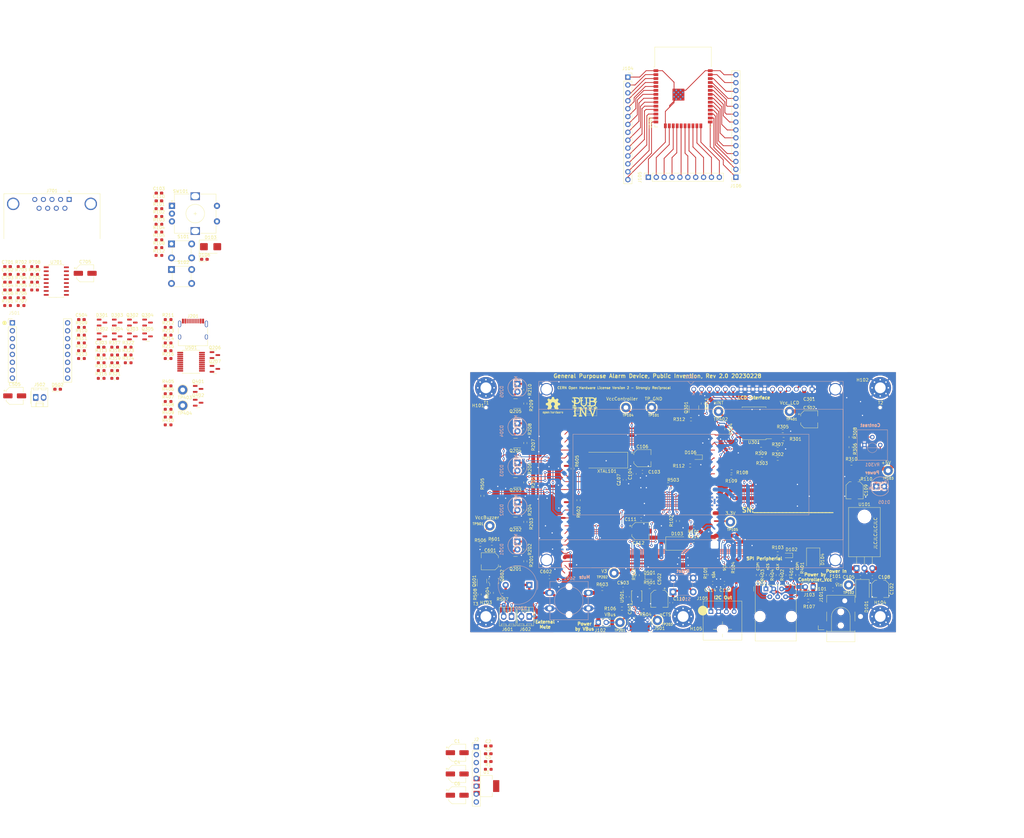
<source format=kicad_pcb>
(kicad_pcb (version 20221018) (generator pcbnew)
  (title_block (title "GeneralPurposeAlarmDevicePCB") (date "2022-07-26") (rev "0.0.1") (company "PublicInvention") (comment 1 "GNU Affero General Public License v3.0") (comment 2 "DrawnBy: (Forrest) Lee Erickson") (comment 3 "Prototype#1"))
  (layers (0 "F.Cu" signal) (31 "B.Cu" signal) (34 "B.Paste" user) (35 "F.Paste" user) (36 "B.SilkS" user "B.Silkscreen") (37 "F.SilkS" user "F.Silkscreen") (38 "B.Mask" user) (39 "F.Mask" user) (44 "Edge.Cuts" user))
  (net 0 "")
  (net 1 "GND")
  (net 2 "Net-(C101-Pad1)")
  (net 3 "+5V")
  (net 4 "VBus")
  (net 5 "Net-(A101-~{RESET})")
  (net 6 "VccController")
  (net 7 "/3v3Controller")
  (net 8 "Net-(D201-Pad1)")
  (net 9 "Net-(BZ601-+)")
  (net 10 "Net-(D202-Pad1)")
  (net 11 "Net-(U102-XTAL1{slash}PB6)")
  (net 12 "Net-(D203-Pad1)")
  (net 13 "Net-(U102-XTAL2{slash}PB7)")
  (net 14 "Net-(D204-Pad1)")
  (net 15 "Net-(U501-V3)")
  (net 16 "Net-(D205-Pad1)")
  (net 17 "Net-(D101-A)")
  (net 18 "ControllerVcc")
  (net 19 "/SPI Peripherial/5VRaw")
  (net 20 "Net-(U501-VCC)")
  (net 21 "/AlarmAudio/5VDFP")
  (net 22 "Net-(U701-C1+)")
  (net 23 "Net-(D102-A)")
  (net 24 "Net-(D104-A)")
  (net 25 "Net-(D106-A)")
  (net 26 "Net-(Q201-C)")
  (net 27 "Net-(Q202-C)")
  (net 28 "Net-(Q203-C)")
  (net 29 "Net-(Q204-C)")
  (net 30 "Net-(Q205-C)")
  (net 31 "Net-(D501-A)")
  (net 32 "Net-(J501-D-)")
  (net 33 "SPI_SCK")
  (net 34 "Light0")
  (net 35 "Light1")
  (net 36 "Light2")
  (net 37 "Light3")
  (net 38 "Light4")
  (net 39 "Net-(J501-D+)")
  (net 41 "Net-(Q201-B)")
  (net 42 "Net-(Q202-B)")
  (net 43 "SDA")
  (net 44 "SCL")
  (net 45 "CIPO")
  (net 46 "COPI")
  (net 47 "nCS")
  (net 48 "Net-(Q203-B)")
  (net 49 "Net-(Q204-B)")
  (net 50 "ControllerRX")
  (net 51 "Net-(Q205-B)")
  (net 52 "ControllerTX")
  (net 53 "Net-(Q301-G)")
  (net 54 "Tone")
  (net 55 "Net-(Q301-D)")
  (net 56 "Net-(Q601-G)")
  (net 57 "Net-(Q601-S)")
  (net 58 "Net-(Q601-D)")
  (net 59 "Net-(U301-A2)")
  (net 60 "Net-(U301-A1)")
  (net 61 "Net-(U301-A0)")
  (net 62 "Net-(U301-~{INT})")
  (net 63 "Net-(U302-VO)")
  (net 64 "/LCD And I2C Interface/Vcc_LCD")
  (net 65 "/AlarmAudio/VccBuzzer")
  (net 66 "Switch_Mute")
  (net 67 "Net-(C113-Pad1)")
  (net 68 "Net-(C114-Pad1)")
  (net 69 "Net-(U301-P3)")
  (net 70 "Net-(U501-TNOW)")
  (net 71 "Attenuate")
  (net 72 "Net-(U501-TXD)")
  (net 73 "Net-(U501-RXD)")
  (net 74 "Net-(F401-Pad2)")
  (net 75 "Net-(U501-~{CTS})")
  (net 76 "PC3")
  (net 77 "PC2")
  (net 78 "PC1")
  (net 79 "PC0")
  (net 80 "Vin")
  (net 81 "nRESET")
  (net 82 "nRTS")
  (net 83 "Net-(U301-P0)")
  (net 84 "Net-(U301-P1)")
  (net 85 "Net-(D105-Pad1)")
  (net 86 "Net-(U301-P2)")
  (net 87 "Net-(U301-P4)")
  (net 88 "Net-(U301-P5)")
  (net 89 "Net-(U301-P6)")
  (net 90 "Net-(U301-P7)")
  (net 91 "+3.3V")
  (net 94 "Net-(U701-C1-)")
  (net 95 "Net-(U701-C2+)")
  (net 97 "Net-(U701-C2-)")
  (net 102 "/RS232/3v3RS232")
  (net 103 "Net-(U701-VS+)")
  (net 104 "Net-(U701-VS-)")
  (net 106 "Net-(D301-COM)")
  (net 107 "Net-(D302-COM)")
  (net 108 "Net-(D303-COM)")
  (net 109 "Net-(D304-COM)")
  (net 110 "Net-(D502-K)")
  (net 111 "Net-(D502-A)")
  (net 112 "Net-(J104-Pin_4)")
  (net 113 "unconnected-(TP105-Pad1)")
  (net 114 "Net-(J104-Pin_5)")
  (net 115 "Net-(J104-Pin_6)")
  (net 116 "RTS1")
  (net 117 "CTS1")
  (net 118 "/LED_BUILTIN")
  (net 119 "Net-(J105-Pin_3)")
  (net 120 "Net-(J105-Pin_4)")
  (net 121 "Net-(J105-Pin_5)")
  (net 122 "Net-(J105-Pin_6)")
  (net 123 "Net-(J105-Pin_7)")
  (net 124 "Net-(J105-Pin_8)")
  (net 125 "RX1")
  (net 126 "TX1")
  (net 127 "GPIO0")
  (net 128 "Busy")
  (net 129 "ControllerRX2")
  (net 130 "ControllerTX2")
  (net 131 "Net-(J106-Pin_8)")
  (net 132 "Net-(J201-CC1)")
  (net 133 "Net-(U501-UD+)")
  (net 134 "Net-(U501-UD-)")
  (net 136 "Net-(J201-CC2)")
  (net 138 "/SPI Peripherial/SS")
  (net 139 "/SPI Peripherial/MOSI")
  (net 140 "/SPI Peripherial/MISO")
  (net 141 "Net-(J501-RX)")
  (net 142 "Net-(J501-TX)")
  (net 145 "Net-(J501-SPK_1)")
  (net 146 "Net-(J501-SPK_2)")
  (net 156 "/RS232/DCE_RX")
  (net 157 "/RS232/DCE_TX")
  (net 158 "Net-(J701-Pad4)")
  (net 159 "Net-(J701-Pad6)")
  (net 160 "/RS232/DCE_RTS")
  (net 161 "/RS232/DCE_CTS")
  (net 163 "Net-(Q206-B)")
  (net 164 "Net-(Q206-E)")
  (net 165 "Net-(Q207-B)")
  (net 166 "Net-(Q207-C)")
  (net 167 "Net-(Q401-D)")
  (net 168 "Net-(Q402-D)")
  (net 169 "Net-(R108-Pad2)")
  (net 170 "Net-(U701-R1OUT)")
  (net 171 "Net-(U701-T1IN)")
  (net 172 "Net-(U701-T2IN)")
  (net 173 "Net-(U701-R2OUT)")
  (net 174 "/RS232/RS232_TX")
  (net 175 "/RS232/RS232_RX")
  (net 176 "/RS232/RS232_CTS")
  (net 177 "/RS232/RS232_RTS")
  (footprint "Capacitor_SMD:CP_Elec_5x5.4" (layer "F.Cu") (at 62.23 78.74 180)
    (fp_text reference "C601")
    (fp_text value "47uF 16V")
  )
  (footprint "Package_TO_SOT_SMD:SOT-23" (layer "F.Cu") (at 127.95 29.21 90)
    (fp_text reference "Q301")
    (fp_text value "BSS138")
  )
  (footprint "digikey-footprints:SOT-23-3" (layer "F.Cu") (at 63.5 85.09 90)
    (fp_text reference "Q602")
    (fp_text value "DNI")
  )
  (footprint "Resistor_SMD:R_0603_1608Metric_Pad0.98x0.95mm_HandSolder" (layer "F.Cu") (at 73.66 78.74 90)
    (fp_text reference "R201")
    (fp_text value "4K7")
  )
  (footprint "Resistor_SMD:R_0603_1608Metric_Pad0.98x0.95mm_HandSolder" (layer "F.Cu") (at 73.66 74.93 -90)
    (fp_text reference "R202")
    (fp_text value "330R")
  )
  (footprint "Resistor_SMD:R_0603_1608Metric_Pad0.98x0.95mm_HandSolder" (layer "F.Cu") (at 73.66 66.04 90)
    (fp_text reference "R203")
    (fp_text value "4K7")
  )
  (footprint "Resistor_SMD:R_0603_1608Metric_Pad0.98x0.95mm_HandSolder" (layer "F.Cu") (at 73.66 62.23 -90)
    (fp_text reference "R204")
    (fp_text value "330R")
  )
  (footprint "Resistor_SMD:R_0603_1608Metric_Pad0.98x0.95mm_HandSolder" (layer "F.Cu") (at 73.66 48.895 -90)
    (fp_text reference "R206")
    (fp_text value "330R")
  )
  (footprint "Resistor_SMD:R_0603_1608Metric_Pad0.98x0.95mm_HandSolder" (layer "F.Cu") (at 73.66 40.64 90)
    (fp_text reference "R207")
    (fp_text value "4K7")
  )
  (footprint "Resistor_SMD:R_0603_1608Metric_Pad0.98x0.95mm_HandSolder" (layer "F.Cu") (at 73.66 36.195 -90)
    (fp_text reference "R208")
    (fp_text value "330R")
  )
  (footprint "Resistor_SMD:R_0603_1608Metric_Pad0.98x0.95mm_HandSolder" (layer "F.Cu") (at 73.66 23.495 -90)
    (fp_text reference "R210")
    (fp_text value "330R")
  )
  (footprint "Resistor_SMD:R_0603_1608Metric_Pad0.98x0.95mm_HandSolder" (layer "F.Cu") (at 149.86 45.72 180)
    (fp_text reference "R303")
    (fp_text value "4K7")
  )
  (footprint "Resistor_SMD:R_0603_1608Metric_Pad0.98x0.95mm_HandSolder" (layer "F.Cu") (at 130.81 27.94 90)
    (fp_text reference "R311")
    (fp_text value "4K7")
  )
  (footprint "Resistor_SMD:R_0603_1608Metric_Pad0.98x0.95mm_HandSolder" (layer "F.Cu") (at 62.865 73.025)
    (fp_text reference "R601")
    (fp_text value "1R")
  )
  (footprint "Resistor_SMD:R_0603_1608Metric_Pad0.98x0.95mm_HandSolder" (layer "F.Cu") (at 88.9 48.895 -90)
    (fp_text reference "R605")
    (fp_text value "330R")
  )
  (footprint "Resistor_SMD:R_0603_1608Metric_Pad0.98x0.95mm_HandSolder" (layer "F.Cu") (at 178.689 47.244)
    (fp_text reference "R310")
    (fp_text value "1R0")
  )
  (footprint "Resistor_SMD:R_0603_1608Metric_Pad0.98x0.95mm_HandSolder" (layer "F.Cu") (at 149.5825 42.545 180)
    (fp_text reference "R309")
    (fp_text value "1R0")
  )
  (footprint "Resistor_SMD:R_0603_1608Metric_Pad0.98x0.95mm_HandSolder" (layer "F.Cu") (at 154.94 45.72)
    (fp_text reference "R302")
    (fp_text value "4K7")
  )
  (footprint "Resistor_SMD:R_0603_1608Metric_Pad0.98x0.95mm_HandSolder" (layer "F.Cu") (at 154.94 42.545)
    (fp_text reference "R307")
    (fp_text value "1R0")
  )
  (footprint "Resistor_SMD:R_0603_1608Metric_Pad0.98x0.95mm_HandSolder" (layer "F.Cu") (at 138.43 36.195 -90)
    (fp_text reference "R304")
    (fp_text value "1K")
  )
  (footprint "Capacitor_SMD:C_0603_1608Metric_Pad1.08x0.95mm_HandSolder" (layer "F.Cu") (at 165.1 27.94)
    (fp_text reference "C301")
    (fp_text value "100nF")
  )
  (footprint "Package_SO:SOIC-16W_7.5x10.3mm_P1.27mm" (layer "F.Cu") (at 147.32 34.29 180)
    (fp_text reference "U301")
    (fp_text value "PCF8574AT_3_518")
  )
  (footprint "Resistor_SMD:R_0603_1608Metric_Pad0.98x0.95mm_HandSolder" (layer "F.Cu") (at 156.845 39.37)
    (fp_text reference "R301")
    (fp_text value "4K7")
  )
  (footprint "Resistor_SMD:R_0603_1608Metric_Pad0.98x0.95mm_HandSolder" (layer "F.Cu") (at 156.5675 36.83)
    (fp_text reference "R305")
    (fp_text value "1R0")
  )
  (footprint "Capacitor_SMD:CP_Elec_5x5.4" (layer "F.Cu") (at 165.1 33.02)
    (fp_text reference "C302")
    (fp_text value "47uF 16V")
  )
  (footprint "Resistor_SMD:R_0603_1608Metric_Pad0.98x0.95mm_HandSolder" (layer "F.Cu") (at 111.76 94.615)
    (fp_text reference "R504")
    (fp_text value "4K7")
  )
  (footprint "Resistor_SMD:R_0603_1608Metric_Pad0.98x0.95mm_HandSolder" (layer "F.Cu") (at 109.865 83.185 -90)
    (fp_text reference "R502")
    (fp_text value "330R")
  )
  (footprint "Resistor_SMD:R_0603_1608Metric_Pad0.98x0.95mm_HandSolder" (layer "F.Cu") (at 113.675 86.995)
    (fp_text reference "R501")
    (fp_text value "330R")
  )
  (footprint "Resistor_SMD:R_0603_1608Metric_Pad0.98x0.95mm_HandSolder" (layer "F.Cu") (at 119.62 53.975)
    (fp_text reference "R503")
    (fp_text value "330R")
  )
  (footprint "Capacitor_SMD:C_0603_1608Metric_Pad1.08x0.95mm_HandSolder" (layer "F.Cu") (at 106.68 90.17 -90)
    (fp_text reference "C501")
    (fp_text value "100nF")
  )
  (footprint "Capacitor_SMD:C_0603_1608Metric_Pad1.08x0.95mm_HandSolder" (layer "F.Cu") (at 105.125 87.555 180)
    (fp_text reference "C503")
    (fp_text value "100nF")
  )
  (footprint "Package_SO:MSOP-10_3x3mm_P0.5mm" (layer "F.Cu") (at 109.525 89.915 90)
    (fp_text reference "U501")
    (fp_text value "CH340E")
  )
  (footprint "LED_SMD:LED_0603_1608Metric" (layer "F.Cu") (at 113.675 83.82)
    (fp_text reference "D501")
    (fp_text value "RED 0603")
  )
  (footprint "Capacitor_SMD:C_0603_1608Metric_Pad1.08x0.95mm_HandSolder" (layer "F.Cu") (at 105.65 52.495 -90)
    (fp_text reference "C107")
    (fp_text value "39pF")
  )
  (footprint "Capacitor_SMD:CP_Elec_5x5.4" (layer "F.Cu") (at 111.365 45.51)
    (fp_text reference "C106")
    (fp_text value "47uF 16V")
  )
  (footprint "Capacitor_SMD:C_0603_1608Metric_Pad1.08x0.95mm_HandSolder" (layer "F.Cu") (at 108.825 50.59 90)
    (fp_text reference "C104")
    (fp_text value "39pF")
  )
  (footprint "Capacitor_SMD:C_0603_1608Metric_Pad1.08x0.95mm_HandSolder" (layer "F.Cu") (at 111.365 49.955)
    (fp_text reference "C103")
    (fp_text value "100nF")
  )
  (footprint "Resistor_SMD:R_0603_1608Metric_Pad0.98x0.95mm_HandSolder" (layer "F.Cu") (at 127.875 67.735)
    (fp_text reference "R101")
    (fp_text value "1R0")
  )
  (footprint "Resistor_SMD:R_0603_1608Metric_Pad0.98x0.95mm_HandSolder" (layer "F.Cu") (at 154.94 76.2 180)
    (fp_text reference "R103")
    (fp_text value "DNI")
  )
  (footprint "Resistor_SMD:R_0603_1608Metric_Pad0.98x0.95mm_HandSolder" (layer "F.Cu") (at 122.795 65.7625 -90)
    (fp_text reference "R102")
    (fp_text value "10K")
  )
  (footprint "Capacitor_SMD:C_0603_1608Metric_Pad1.08x0.95mm_HandSolder" (layer "F.Cu") (at 120.65 92.075 -90)
    (fp_text reference "C110")
    (fp_text value "100nF")
  )
  (footprint "Capacitor_SMD:C_0603_1608Metric_Pad1.08x0.95mm_HandSolder" (layer "F.Cu") (at 110.9575 65.195)
    (fp_text reference "C111")
    (fp_text value "100nF")
  )
  (footprint "Capacitor_SMD:CP_Elec_5x5.4" (layer "F.Cu") (at 110.73 69.005)
    (fp_text reference "C112")
    (fp_text value "47uF 16V")
  )
  (footprint "Crystal:Crystal_SMD_HC49-SD" (layer "F.Cu") (at 99.935 46.145 180)
    (fp_text reference "XTAL101")
    (fp_text value "16MHZ 20PF HC-49S/SMD")
  )
  (footprint "LED_SMD:LED_0603_1608Metric_Pad1.05x0.95mm_HandSolder" (layer "F.Cu") (at 158.115 76.835 180)
    (fp_text reference "D102")
    (fp_text value "RED 0603")
  )
  (footprint "Resistor_SMD:R_0603_1608Metric_Pad0.98x0.95mm_HandSolder" (layer "F.Cu") (at 98.425 87.63)
    (fp_text reference "R603")
    (fp_text value "10K")
  )
  (footprint "GeneralPurposeAlarmDevicePCB:MountingHole_3.5mm_Pad_Via" (layer "F.Cu") (at 60.96 22.86)
    (fp_text reference "H101")
    (fp_text value "MountingHole_Pad_3.5mm")
  )
  (footprint "GeneralPurposeAlarmDevicePCB:MountingHole_3.5mm_Pad_Via" (layer "F.Cu") (at 187.96 22.86)
    (fp_text reference "H102")
    (fp_text value "MountingHole_Pad_3.5mm")
  )
  (footprint "GeneralPurposeAlarmDevicePCB:MountingHole_3.5mm_Pad_Via" (layer "F.Cu") (at 187.96 96.52)
    (fp_text reference "H104")
    (fp_text value "MountingHole_Pad_3.5mm")
  )
  (footprint "Package_TO_SOT_SMD:SOT-23" (layer "F.Cu") (at 70.485 78.74 180)
    (fp_text reference "Q201")
    (fp_text value "MMBT2222A-7-F")
  )
  (footprint "Package_TO_SOT_SMD:SOT-23" (layer "F.Cu") (at 70.485 66.04 180)
    (fp_text reference "Q202")
    (fp_text value "MMBT2222A-7-F")
  )
  (footprint "Package_TO_SOT_SMD:SOT-23" (layer "F.Cu") (at 70.485 53.34 180)
    (fp_text reference "Q203")
    (fp_text value "MMBT2222A-7-F")
  )
  (footprint "Package_TO_SOT_SMD:SOT-23" (layer "F.Cu") (at 70.485 40.64 180)
    (fp_text reference "Q204")
    (fp_text value "MMBT2222A-7-F")
  )
  (footprint "Package_TO_SOT_SMD:SOT-23" (layer "F.Cu") (at 70.485 27.94 180)
    (fp_text reference "Q205")
    (fp_text value "MMBT2222A-7-F")
  )
  (footprint "Resistor_SMD:R_0603_1608Metric_Pad0.98x0.95mm_HandSolder" (layer "F.Cu") (at 73.66 27.94 90)
    (fp_text reference "R209")
    (fp_text value "4K7")
  )
  (footprint "Package_TO_SOT_SMD:SOT-23" (layer "F.Cu") (at 59.69 85.09 90)
    (fp_text reference "Q601")
    (fp_text value "BSS138")
  )
  (footprint "Capacitor_SMD:C_0603_1608Metric_Pad1.08x0.95mm_HandSolder" (layer "F.Cu") (at 137.795 85.725 180)
    (fp_text reference "C113")
    (fp_text value "39pF")
  )
  (footprint "Resistor_SMD:R_0603_1608Metric_Pad0.98x0.95mm_HandSolder" (layer "F.Cu") (at 139.065 80.645 90)
    (fp_text reference "R104")
    (fp_text value "39R")
  )
  (footprint "Resistor_SMD:R_0603_1608Metric_Pad0.98x0.95mm_HandSolder" (layer "F.Cu") (at 133.096 83.058 90)
    (fp_text reference "R105")
    (fp_text value "39R")
  )
  (footprint "Capacitor_SMD:CP_Elec_5x5.4" (layer "F.Cu") (at 116.84 90.805 -90)
    (fp_text reference "C502")
    (fp_text value "47uF 16V")
  )
  (footprint "GeneralPurposeAlarmDevicePCB:USB_Micro-B_Amphenol_10118194_Horizontal" (layer "F.Cu") (at 110.49 99.06)
    (fp_text reference "J501")
    (fp_text value "USB_B_Micro_Local")
  )
  (footprint "Resistor_SMD:R_0603_1608Metric_Pad0.98x0.95mm_HandSolder" (layer "F.Cu") (at 62.865 88.9 90)
    (fp_text reference "R604")
    (fp_text value "DNI")
  )
  (footprint "Capacitor_SMD:C_0603_1608Metric_Pad1.08x0.95mm_HandSolder" (layer "F.Cu") (at 81.407 83.82 180)
    (fp_text reference "C602")
    (fp_text value "100nF")
  )
  (footprint "Diode_SMD:D_SMB" (layer "F.Cu") (at 122.555 73.025)
    (fp_text reference "D103")
    (fp_text value "Schottky 2A")
  )
  (footprint "Diode_SMD:D_SMB" (layer "F.Cu") (at 166.37 78.105 -90)
    (fp_text reference "D104")
    (fp_text value "Schottky 2A")
  )
  (footprint "Connector_Molex:Molex_KK-254_AE-6410-02A_1x02_P2.54mm_Vertical" (layer "F.Cu") (at 69.215 96.52 180)
    (fp_text reference "J601")
    (fp_text value "22-23-2021")
  )
  (footprint "Resistor_SMD:R_0603_1608Metric_Pad0.98x0.95mm_HandSolder" (layer "F.Cu") (at 164.7952 91.44)
    (fp_text reference "R107")
    (fp_text value "DNI")
  )
  (footprint "Resistor_SMD:R_0603_1608Metric_Pad0.98x0.95mm_HandSolder" (layer "F.Cu") (at 140.0775 49.74 180)
    (fp_text reference "R108")
    (fp_text value "1K")
  )
  (footprint "Resistor_SMD:R_0603_1608Metric_Pad0.98x0.95mm_HandSolder" (layer "F.Cu") (at 139.9775 51.435 180)
    (fp_text reference "R109")
    (fp_text value "1K")
  )
  (footprint "Resistor_SMD:R_0603_1608Metric_Pad0.98x0.95mm_HandSolder" (layer "F.Cu") (at 178.425 41.995 -90)
    (fp_text reference "R306")
    (fp_text value "DNI")
  )
  (footprint "Resistor_SMD:R_0603_1608Metric_Pad0.98x0.95mm_HandSolder" (layer "F.Cu") (at 178.435 38.735 -90)
    (fp_text reference "R308")
    (fp_text value "DNI")
  )
  (footprint "Resistor_SMD:R_0603_1608Metric_Pad0.98x0.95mm_HandSolder" (layer "F.Cu") (at 90.805 59.055 -90)
    (fp_text reference "R602")
    (fp_text value "1K")
  )
  (footprint "Capacitor_SMD:CP_Elec_5x5.4" (layer "F.Cu") (at 179.705 55.88 -90)
    (fp_text reference "C109")
    (fp_text value "47uF 16V")
  )
  (footprint "Capacitor_SMD:C_0603_1608Metric_Pad1.08x0.95mm_HandSolder" (layer "F.Cu") (at 185.42 83.82 180)
    (fp_text reference "C108")
    (fp_text value "100nF")
  )
  (footprint "Diode_SMD:D_SMB" (layer "F.Cu") (at 182.245 88.265 -90)
    (fp_text reference "D101")
    (fp_text value "Schottky 2A")
  )
  (footprint "Capacitor_SMD:CP_Elec_5x5.4" (layer "F.Cu") (at 187.96 87.63 -90)
    (fp_text reference "C102")
    (fp_text value "47uF 16V")
  )
  (footprint "Capacitor_SMD:C_0603_1608Metric_Pad1.08x0.95mm_HandSolder" (layer "F.Cu") (at 172.72 87.8078)
    (fp_text reference "C101")
    (fp_text value "39pF")
  )
  (footprint "Connector_PinHeader_2.54mm:PinHeader_1x02_P2.54mm_Vertical" (layer "F.Cu") (at 97.15 98.425 90)
    (fp_text reference "J102")
    (fp_text value "0.100_2Pin")
  )
  (footprint "GeneralPurposeAlarmDevicePCB:MountingHole_3.5mm_Pad_Via" (layer "F.Cu") (at 60.96 96.52)
    (fp_text reference "H103")
    (fp_text value "MountingHole_Pad_3.5mm")
  )
  (footprint "GeneralPurposeAlarmDevicePCB:BarrelJack_CLIFF_FC681465S_SMT_Horizontal" (layer "F.Cu") (at 175.26 96.52 90)
    (fp_text reference "J101")
    (fp_text value "Barrel_Jack_Switch_SMT")
  )
  (footprint "Capacitor_SMD:C_0603_1608Metric_Pad1.08x0.95mm_HandSolder" (layer "F.Cu") (at 181.61 83.82)
    (fp_text reference "C105")
    (fp_text value "100nF")
  )
  (footprint "Resistor_SMD:R_0603_1608Metric_Pad0.98x0.95mm_HandSolder" (layer "F.Cu") (at 104.77 93.98 180)
    (fp_text reference "R106")
    (fp_text value "DNI")
  )
  (footprint "Fuse:Fuse_0603_1608Metric" (layer "F.Cu") (at 173.99 85.09 180)
    (fp_text reference "F101")
    (fp_text value "Polyfuse_Small")
  )
  (footprint "Capacitor_SMD:C_0603_1608Metric_Pad1.08x0.95mm_HandSolder" (layer "F.Cu") (at 133.985 85.725)
    (fp_text reference "C114")
    (fp_text value "39pF")
  )
  (footprint "GeneralPurposeAlarmDevicePCB:RJ12_Amphenol_54601" (layer "F.Cu") (at 151.13 87.63)
    (fp_text reference "J401")
    (fp_text value "RJ12_6P6C_HORZ")
  )
  (footprint "Resistor_SMD:R_0603_1608Metric_Pad0.98x0.95mm_HandSolder" (layer "F.Cu") (at 154.94 83.185 -90)
    (fp_text reference "R402")
    (fp_text value "330R")
  )
  (footprint "Resistor_SMD:R_0603_1608Metric_Pad0.98x0.95mm_HandSolder" (layer "F.Cu") (at 151.765 83.185 -90)
    (fp_text reference "R404")
    (fp_text value "330R")
  )
  (footprint "Resistor_SMD:R_0603_1608Metric_Pad0.98x0.95mm_HandSolder" (layer "F.Cu") (at 161.29 83.185 -90)
    (fp_text reference "R401")
    (fp_text value "330R")
  )
  (footprint "Resistor_SMD:R_0603_1608Metric_Pad0.98x0.95mm_HandSolder" (layer "F.Cu") (at 148.59 83.185 -90)
    (fp_text reference "R403")
    (fp_text value "330R")
  )
  (footprint "Fuse:Fuse_0603_1608Metric" (layer "F.Cu") (at 158.115 83.185 90)
    (fp_text reference "F401")
    (fp_text value "Polyfuse_Small")
  )
  (footprint "Resistor_SMD:R_0603_1608Metric_Pad0.98x0.95mm_HandSolder" (layer "F.Cu") (at 73.66 53.34 90)
    (fp_text reference "R205")
    (fp_text value "4K7")
  )
  (footprint "Resistor_SMD:R_0603_1608Metric_Pad0.98x0.95mm_HandSolder" (layer "F.Cu") (at 183.515 50.8 180)
    (fp_text reference "R110")
    (fp_text value "330R")
  )
  (footprint "Resistor_SMD:R_0603_1608Metric_Pad0.98x0.95mm_HandSolder" (layer "F.Cu") (at -84.4175 -11.166)
    (fp_text reference "R710")
    (fp_text value "330R")
  )
  (footprint "Capacitor_SMD:C_0603_1608Metric_Pad1.08x0.95mm_HandSolder" (layer "F.Cu") (at 61.712 140.72)
    (fp_text reference "C3")
    (fp_text value "100nF")
  )
  (footprint "Resistor_SMD:R_0603_1608Metric_Pad0.98x0.95mm_HandSolder" (layer "F.Cu") (at -58.6175 12.284)
    (fp_text reference "R318")
    (fp_text value "4K7")
  )
  (footprint "Resistor_SMD:R_0603_1608Metric_Pad0.98x0.95mm_HandSolder" (layer "F.Cu") (at -41.4075 3.384)
    (fp_text reference "R212")
    (fp_text value "5K1")
  )
  (footprint "Capacitor_SMD:C_0603_1608Metric_Pad1.08x0.95mm_HandSolder" (layer "F.Cu") (at -93.1175 -11.166)
    (fp_text reference "C703")
    (fp_text value "100nF")
  )
  (footprint "Resistor_SMD:R_0603_1608Metric_Pad0.98x0.95mm_HandSolder" (layer "F.Cu") (at -44.3675 -19.786)
    (fp_text reference "R112")
    (fp_text value "330R")
  )
  (footprint "Capacitor_SMD:C_0603_1608Metric_Pad1.08x0.95mm_HandSolder" (layer "F.Cu") (at -93.1175 -13.676)
    (fp_text reference "C702")
    (fp_text value "100nF")
  )
  (footprint "Symbol:OSHW-Logo2_7.3x6mm_SilkScreen" (layer "F.Cu") (at 82.55 28.575)
    (fp_text reference "G***" hide)
    (fp_text value "OSHW-Logo2_7.3x6mm_SilkScreen" hide)
  )
  (footprint "Resistor_SMD:R_0603_1608Metric_Pad0.98x0.95mm_HandSolder" (layer "F.Cu") (at 58.928 89.408 90)
    (fp_text reference "R508")
    (fp_text value "1R")
  )
  (footprint "Connector_PinSocket_2.54mm:PinSocket_1x10_P2.54mm_Vertical" (layer "F.Cu") (at 113.284 -44.958 90)
    (fp_text reference "J105")
    (fp_text value "Conn_01x10")
  )
  (footprint "Package_TO_SOT_SMD:SOT-23" (layer "F.Cu") (at -31.7375 23.214)
    (fp_text reference "Q401")
    (fp_text value "BSS138")
  )
  (footprint "Capacitor_SMD:CP_Elec_5x5.4" (layer "F.Cu") (at 51.712 147.23)
    (fp_text reference "C4")
    (fp_text value "47uF 16V")
  )
  (footprint "TestPoint:TestPoint_Loop_D2.54mm_Drill1.5mm_Beaded" (layer "F.Cu") (at 177.8 86.36)
    (fp_text reference "TP102")
    (fp_text value "Vin")
  )
  (footprint "TestPoint:TestPoint_Loop_D2.54mm_Drill1.5mm_Beaded" (layer "F.Cu") (at 114.3 29.21)
    (fp_text reference "TP101")
    (fp_text value "TP_GND")
  )
  (footprint "Resistor_SMD:R_0603_1608Metric_Pad0.98x0.95mm_HandSolder" (layer "F.Cu") (at -44.3675 -29.826)
    (fp_text reference "R103")
    (fp_text value "10K")
  )
  (footprint "Resistor_SMD:R_0603_1608Metric_Pad0.98x0.95mm_HandSolder" (layer "F.Cu") (at -88.7675 -3.636)
    (fp_text reference "R707")
    (fp_text value "DNI")
  )
  (footprint "Capacitor_SMD:CP_Elec_5x5.4" (layer "F.Cu") (at 51.712 140.38)
    (fp_text reference "C1")
    (fp_text value "47uF 16V")
  )
  (footprint "Connector_Dsub:DSUB-9_Female_Horizontal_P2.77x2.84mm_EdgePinOffset9.90mm_Housed_MountingHolesOffset11.32mm" (layer "F.Cu") (at -73.2675 -37.806662)
    (fp_text reference "J701")
    (fp_text value "DE9_Receptacle_MountingHoles")
  )
  (footprint "LED_SMD:LED_0603_1608Metric_Pad1.05x0.95mm_HandSolder" (layer "F.Cu") (at -76.9925 23.314)
    (fp_text reference "D502")
    (fp_text value "RED 0603")
  )
  (footprint "Resistor_SMD:R_0603_1608Metric_Pad0.98x0.95mm_HandSolder" (layer "F.Cu") (at 66.294 89.535 180)
    (fp_text reference "R507")
    (fp_text value "1R")
  )
  (footprint "Resistor_SMD:R_0603_1608Metric_Pad0.98x0.95mm_HandSolder" (layer "F.Cu") (at -62.9675 14.794)
    (fp_text reference "R314")
    (fp_text value "DNI")
  )
  (footprint "Resistor_SMD:R_0603_1608Metric_Pad0.98x0.95mm_HandSolder" (layer "F.Cu") (at -41.4075 32.284)
    (fp_text reference "R409")
    (fp_text value "4K7")
  )
  (footprint "Resistor_SMD:R_0603_1608Metric_Pad0.98x0.95mm_HandSolder" (layer "F.Cu") (at -88.7675 -16.186)
    (fp_text reference "R702")
    (fp_text value "330R")
  )
  (footprint "Capacitor_SMD:C_0603_1608Metric_Pad1.08x0.95mm_HandSolder" (layer "F.Cu") (at -44.3675 -39.866)
    (fp_text reference "C103")
    (fp_text value "100nF")
  )
  (footprint "TestPoint:TestPoint_Loop_D2.54mm_Drill1.5mm_Beaded" (layer "F.Cu") (at 106.045 29.21)
    (fp_text reference "TP104")
    (fp_text value "VccController")
  )
  (footprint "Resistor_SMD:R_0603_1608Metric_Pad0.98x0.95mm_HandSolder" (layer "F.Cu") (at -41.4075 29.774)
    (fp_text reference "R408")
    (fp_text value "DNI")
  )
  (footprint "Resistor_SMD:R_0603_1608Metric_Pad0.98x0.95mm_HandSolder" (layer "F.Cu") (at -88.7675 -11.166)
    (fp_text reference "R704")
    (fp_text value "330R")
  )
  (footprint "Resistor_SMD:R_0603_1608Metric_Pad0.98x0.95mm_HandSolder" (layer "F.Cu") (at -84.4175 -8.656)
    (fp_text reference "R711")
    (fp_text value "1R0")
  )
  (footprint "TestPoint:TestPoint_Loop_D2.54mm_Drill1.5mm_Beaded" (layer "F.Cu") (at 135.89 30.48)
    (fp_text reference "TP402")
    (fp_text value "nINT")
  )
  (footprint "Capacitor_SMD:CP_Elec_5x5.4" (layer "F.Cu") (at 51.712 154.08)
    (fp_text reference "C6")
    (fp_text value "47uF 16V")
  )
  (footprint "Resistor_SMD:R_0603_1608Metric_Pad0.98x0.95mm_HandSolder" (layer "F.Cu") (at -84.4175 -13.676)
    (fp_text reference "R709")
    (fp_text value "330R")
  )
  (footprint "PubInv_PCB:JLC_ToolingHole_0576mm" (layer "F.Cu") (at 187.941687 29.19542)
    (fp_text reference "T2")
    (fp_text value "JLC_ToolingHole_0576mm")
    (fp_circle (center 0 0) (end 0.576 0) (stroke (width 0.12)) (fill none) (layer "Edge.Cuts"))
  )
  (footprint "Resistor_SMD:R_0603_1608Metric_Pad0.98x0.95mm_HandSolder" (layer "F.Cu") (at -88.7675 -8.656)
    (fp_text reference "R705")
    (fp_text value "330R")
  )
  (footprint "Resistor_SMD:R_0603_1608Metric_Pad0.98x0.95mm_HandSolder" (layer "F.Cu") (at -84.4175 -16.186)
    (fp_text reference "R708")
    (fp_text value "DNI")
  )
  (footprint "Capacitor_SMD:CP_Elec_5x5.4" (layer "F.Cu") (at -90.8175 25.444)
    (fp_text reference "C505")
    (fp_text value "47uF 16V")
  )
  (footprint "LED_SMD:LED_0603_1608Metric_Pad1.05x0.95mm_HandSolder" (layer "F.Cu") (at -29.7225 -18.526)
    (fp_text reference "D106")
    (fp_text value "RED 0603")
  )
  (footprint "Resistor_SMD:R_0603_1608Metric_Pad0.98x0.95mm_HandSolder" (layer "F.Cu") (at -69.3175 3.384)
    (fp_text reference "R509")
    (fp_text value "330R")
  )
  (footprint "Package_TO_SOT_SMD:SOT-23" (layer "F.Cu") (at -31.7375 27.664)
    (fp_text reference "Q402")
    (fp_text value "BSS138")
  )
  (footprint "Connector_PinSocket_2.54mm:PinSocket_1x14_P2.54mm_Vertical" (layer "F.Cu") (at 141.478 -44.958 180)
    (fp_text reference "J106")
    (fp_text value "Conn_01x14")
  )
  (footprint "Resistor_SMD:R_0603_1608Metric_Pad0.98x0.95mm_HandSolder" (layer "F.Cu") (at -54.2675 14.794)
    (fp_text reference "R324")
    (fp_text value "4K7")
  )
  (footprint "Resistor_SMD:R_0603_1608Metric_Pad0.98x0.95mm_HandSolder" (layer "F.Cu") (at 126.746 47.879 180)
    (fp_text reference "R112")
    (fp_text value "330R")
  )
  (footprint "Resistor_SMD:R_0603_1608Metric_Pad0.98x0.95mm_HandSolder" (layer "F.Cu") (at -58.6175 9.774)
    (fp_text reference "R317")
    (fp_text value "DNI")
  )
  (footprint "GeneralPurposeAlarmDevicePCB:DFPlayer_mini_20241116" (layer "F.Cu") (at -91.5575 1.944)
    (fp_text reference "J501")
    (fp_text value "DFPlayermini")
  )
  (footprint "Package_SO:SSOP-20_5.3x7.2mm_P0.65mm" (layer "F.Cu") (at -34.0075 14.464)
    (fp_text reference "U501")
    (fp_text value "CH340T")
  )
  (footprint "Capacitor_SMD:CP_Elec_5x5.4" (layer "F.Cu") (at -68.1175 -14.016)
    (fp_text reference "C705")
    (fp_text value "47uF 16V")
  )
  (footprint "Resistor_SMD:R_0603_1608Metric_Pad0.98x0.95mm_HandSolder" (layer "F.Cu") (at -58.6175 17.304)
    (fp_text reference "R320")
    (fp_text value "DNI")
  )
  (footprint "PubInv_PCB:JLC_ToolingHole_0576mm" (layer "F.Cu") (at 60.96 90.17)
    (fp_text reference "T3")
    (fp_text value "JLC_ToolingHole_0576mm")
    (fp_circle (center 0 0) (end 0.576 0) (stroke (width 0.12)) (fill none) (layer "Edge.Cuts"))
  )
  (footprint "Package_TO_SOT_THT:TO-220-3_Horizontal_TabDown" (layer "F.Cu") (at 180.34 80.985)
    (fp_text reference "U101")
    (fp_text value "LM7805_TO220")
  )
  (footprint "Resistor_SMD:R_0603_1608Metric_Pad0.98x0.95mm_HandSolder" (layer "F.Cu") (at 59.182 73.406)
    (fp_text reference "R506")
    (fp_text value "DNI")
  )
  (footprint "Connector_Molex:Molex_KK-254_AE-6410-02A_1x02_P2.54mm_Vertical" (layer "F.Cu") (at 74.93 96.5 180)
    (fp_text reference "J602")
    (fp_text value "22-23-2021")
  )
  (footprint "Capacitor_SMD:C_0603_1608Metric_Pad1.08x0.95mm_HandSolder" (layer "F.Cu") (at -62.9675 9.774)
    (fp_text reference "C303")
    (fp_text value "100nF")
  )
  (footprint "Resistor_SMD:R_0603_1608Metric_Pad0.98x0.95mm_HandSolder" (layer "F.Cu") (at -41.4075 27.264)
    (fp_text reference "R407")
    (fp_text value "DNI")
  )
  (footprint "GeneralPurposeAlarmDevicePCB:MountingHole_3.5mm_Pad_Via" (layer "F.Cu") (at 124.46 96.52)
    (fp_text reference "H105")
    (fp_text value "MountingHole_Pad_3.5mm")
  )
  (footprint "Resistor_SMD:R_0603_1608Metric_Pad0.98x0.95mm_HandSolder" (layer "F.Cu") (at -41.4075 24.754)
    (fp_text reference "R406")
    (fp_text value "4K7")
  )
  (footprint "TestPoint:TestPoint_Loop_D2.54mm_Drill1.5mm_Beaded" (layer "F.Cu") (at 62.23 67.31)
    (fp_text reference "TP501")
    (fp_text value "VccBuzzer")
  )
  (footprint "Connector_PinSocket_2.54mm:PinSocket_1x14_P2.54mm_Vertical" (layer "F.Cu") (at 106.68 -77.216)
    (fp_text reference "J104")
    (fp_text value "Conn_01x14")
  )
  (footprint "Capacitor_SMD:C_0603_1608Metric_Pad1.08x0.95mm_HandSolder" (layer "F.Cu") (at 61.712 138.21)
    (fp_text reference "C2")
    (fp_text value "100nF")
  )
  (footprint "GeneralPurposeAlarmDevicePCB:Switch_Tactile_THT_6x6mm" (layer "F.Cu") (at -40.3175 -23.496)
    (fp_text reference "S101")
    (fp_text value "SWITCH_TACTILE_SPST-NO_0.05A_24V")
  )
  (footprint "Connector_PinHeader_2.54mm:PinHeader_1x02_P2.54mm_Vertical" (layer "F.Cu") (at 166.375 86.995 -90)
    (fp_text reference "J103")
    (fp_text value "0.100_2Pin")
  )
  (footprint "Resistor_SMD:R_0603_1608Metric_Pad0.98x0.95mm_HandSolder" (layer "F.Cu") (at 61.712 145.74)
    (fp_text reference "R1")
    (fp_text value "1R0")
  )
  (footprint "Package_TO_SOT_SMD:SOT-23" (layer "F.Cu") (at -62.6975 1.844)
    (fp_text reference "D301")
    (fp_text value "BAT54S")
  )
  (footprint "GeneralPurposeAlarmDevicePCB:USB_C_Receptacle_HRO_TYPE-C-31-M-12" (layer "F.Cu") (at -33.3875 5.414)
    (fp_text reference "J201")
    (fp_text value "USB_C_Receptacle_USB2.0")
  )
  (footprint "PubInv_PCB:JLC_ToolingHole_0576mm" (layer "F.Cu") (at 60.96 29.21)
    (fp_text reference "T1")
    (fp_text value "JLC_ToolingHole_0576mm")
    (fp_circle (center 0 0) (end 0.576 0) (stroke (width 0.12)) (fill none) (layer "Edge.Cuts"))
  )
  (footprint "TestPoint:TestPoint_Loop_D2.54mm_Drill1.5mm_Beaded" (layer "F.Cu") (at 102.235 82.55)
    (fp_text reference "TP202")
    (fp_text value "V3")
  )
  (footprint "Package_TO_SOT_SMD:SOT-23" (layer "F.Cu") (at -57.8075 1.844)
    (fp_text reference "D303")
    (fp_text value "BAT54S")
  )
  (footprint "Package_TO_SOT_SMD:SOT-23" (layer "F.Cu") (at -52.9175 6.294)
    (fp_text reference "Q303")
    (fp_text value "BSS138")
  )
  (footprint "TestPoint:TestPoint_Loop_D2.54mm_Drill1.5mm_Beaded" (layer "F.Cu") (at 139.7 66.04)
    (fp_text reference "TP105")
    (fp_text value "3.3V")
  )
  (footprint "Package_TO_SOT_SMD:SOT-23" (layer "F.Cu") (at -52.9175 1.844)
    (fp_text reference "Q302")
    (fp_text value "BSS138")
  )
  (footprint "GeneralPurposeAlarmDevicePCB:S04B-XASK-1(LF)(SN)Rev2" (layer "F.Cu") (at 137.16 104.14 180)
    (fp_text reference "J105")
    (fp_text value "S04B-XASK-1(LF)(SN)Rev2")
  )
  (footprint "Resistor_SMD:R_0603_1608Metric_Pad0.98x0.95mm_HandSolder" (layer "F.Cu") (at -41.4075 5.894)
    (fp_text reference "R213")
    (fp_text value "1R0")
  )
  (footprint "Connector_Molex:Molex_KK-254_AE-6410-02A_1x02_P2.54mm_Vertical" (layer "F.Cu") (at -84.0475 25.964)
    (fp_text reference "J502")
    (fp_text value "22-23-2021")
  )
  (footprint "Resistor_SMD:R_0603_1608Metric_Pad0.98x0.95mm_HandSolder" (layer "F.Cu") (at -93.1175 -3.636)
    (fp_text reference "R701")
    (fp_text value "330R")
  )
  (footprint "Capacitor_SMD:C_0603_1608Metric_Pad1.08x0.95mm_HandSolder" (layer "F.Cu") (at -93.1175 -6.146)
    (fp_text reference "C706")
    (fp_text value "100nF")
  )
  (footprint "TestPoint:TestPoint_Loop_D2.54mm_Drill1.5mm_Beaded" (layer "F.Cu") (at 104.14 98.425)
    (fp_text reference "TP201")
    (fp_text value "VBus")
  )
  (footprint "Package_TO_SOT_SMD:SOT-223-3_TabPin2" (layer "F.Cu") (at 61.112 151.13)
    (fp_text reference "U1")
    (fp_text value "AMS1117-3.3")
  )
  (footprint "Resistor_SMD:R_0603_1608Metric_Pad0.98x0.95mm_HandSolder" (layer "F.Cu") (at -62.9675 19.814)
    (fp_text reference "R316")
    (fp_text value "4K7")
  )
  (footprint "Resistor_SMD:R_0603_1608Metric_Pad0.98x0.95mm_HandSolder" (layer "F.Cu") (at -44.3675 -27.316)
    (fp_text reference "R104")
    (fp_text value "10K")
  )
  (footprint "Resistor_SMD:R_0603_1608Metric_Pad0.98x0.95mm_HandSolder" (layer "F.Cu") (at -88.7675 -6.146)
    (fp_text reference "R706")
    (fp_text value "330R")
  )
  (footprint "Resistor_SMD:R_0603_1608Metric_Pad0.98x0.95mm_HandSolder" (layer "F.Cu") (at -41.4075 0.874)
    (fp_text reference "R211")
    (fp_text value "5K1")
  )
  (footprint "Resistor_SMD:R_0603_1608Metric_Pad0.98x0.95mm_HandSolder" (layer "F.Cu") (at -69.3175 5.894)
    (fp_text reference "R510")
    (fp_text value "330R")
  )
  (footprint "Resistor_SMD:R_0603_1608Metric_Pad0.98x0.95mm_HandSolder" (layer "F.Cu") (at -62.9675 12.284)
    (fp_text reference "R313")
    (fp_text value "4K7")
  )
  (footprint "Package_TO_SOT_SMD:SOT-23" (layer "F.Cu") (at -48.0275 6.294)
    (fp_text reference "Q305")
    (fp_text value "BSS138")
  )
  (footprint "Package_TO_SOT_SMD:SOT-23" (layer "F.Cu") (at -62.6975 6.294)
    (fp_text reference "D302")
    (fp_text value "BAT54S")
  )
  (footprint "Resistor_SMD:R_0603_1608Metric_Pad0.98x0.95mm_HandSolder" (layer "F.Cu") (at -58.6175 19.814)
    (fp_text reference "R321")
    (fp_text value "4K7")
  )
  (footprint "TestPoint:TestPoint_Loop_D2.54mm_Drill1.5mm_Beaded" (layer "F.Cu") (at -36.7075 23.514)
    (fp_text reference "TP403")
    (fp_text value "SCL")
  )
  (footprint "Resistor_SMD:R_0603_1608Metric_Pad0.98x0.95mm_HandSolder" (layer "F.Cu") (at -54.2675 12.284)
    (fp_text reference "R323")
    (fp_text value "DNI")
  )
  (footprint "TestPoint:TestPoint_Loop_D2.54mm_Drill1.5mm_Beaded" (layer "F.Cu") (at 116.205 97.79)
    (fp_text reference "TP203")
    (fp_text value "nCTS")
  )
  (footprint "TestPoint:TestPoint_Loop_D2.54mm_Drill1.5mm_Beaded" (layer "F.Cu") (at 190.5 49.53)
    (fp_text reference "TP103")
    (fp_text value "+5V")
  )
  (footprint "Resistor_SMD:R_0603_1608Metric_Pad0.98x0.95mm_HandSolder" (layer "F.Cu") (at -41.4075 22.244)
    (fp_text reference "R405")
    (fp_text value "4K7")
  )
  (footprint "Package_TO_SOT_SMD:SOT-23" (layer "F.Cu") (at -26.3375 12.314)
    (fp_text reference "Q206")
    (fp_text value "MMBT2222A-7-F")
  )
  (footprint "Resistor_SMD:R_0603_1608Metric_Pad0.98x0.95mm_HandSolder" (layer "F.Cu") (at 127 33.02)
    (fp_text reference "R312")
    (fp_text value "4K7")
  )
  (footprint "Resistor_SMD:R_0603_1608Metric_Pad0.98x0.95mm_HandSolder" (layer "F.Cu") (at -62.9675 17.304)
    (fp_text reference "R315")
    (fp_text value "4K7")
  )
  (footprint "Capacitor_SMD:C_0603_1608Metric_Pad1.08x0.95mm_HandSolder" (layer "F.Cu") (at -93.1175 -8.656)
    (fp_text reference "C704")
    (fp_text value "100nF")
  )
  (footprint "RF_Module:ESP32-WROOM-32D" (layer "F.Cu") (at 124.46 -71.035)
    (fp_text reference "U102")
    (fp_text value "ESP32-WROOM-32D")
  )
  (footprint "Resistor_SMD:R_0603_1608Metric_Pad0.98x0.95mm_HandSolder" (layer "F.Cu") (at -41.4075 13.424)
    (fp_text reference "R216")
    (fp_text value "1R0")
  )
  (footprint "Resistor_SMD:R_0603_1608Metric_Pad0.98x0.95mm_HandSolder" (layer "F.Cu") (at 127.875 72.18)
    (fp_text reference "R111")
    (fp_text value "330R")
  )
  (footprint "Resistor_SMD:R_0603_1608Metric_Pad0.98x0.95mm_HandSolder" (layer "F.Cu") (at -54.2675 9.774)
    (fp_text reference "R322")
    (fp_text value "4K7")
  )
  (footprint "Capacitor_SMD:C_0603_1608Metric_Pad1.08x0.95mm_HandSolder" (layer "F.Cu") (at -69.3175 0.874)
    (fp_text reference "C504")
    (fp_text value "100nF")
  )
  (footprint "Connector_PinHeader_2.54mm:PinHeader_1x08_P2.54mm_Vertical" (layer "F.Cu") (at 57.862 138.48)
    (fp_text reference "J2")
    (fp_text value "Conn_01x08_Pin")
  )
  (footprint "Package_TO_SOT_SMD:SOT-23" (layer "F.Cu") (at -26.3375 16.764)
    (fp_text reference "Q207")
    (fp_text value "MMBT2222A-7-F")
  )
  (footprint "TestPoint:TestPoint_Loop_D2.54mm_Drill1.5mm_Beaded" (layer "F.Cu") (at -36.7075 28.564)
    (fp_text reference "TP404")
    (fp_text value "SDA")
  )
  (footprint "Resistor_SMD:R_0603_1608Metric_Pad0.98x0.95mm_HandSolder" (layer "F.Cu") (at -41.4075 8.404)
    (fp_text reference "R214")
    (fp_text value "10K")
  )
  (footprint "Resistor_SMD:R_0603_1608Metric_Pad0.98x0.95mm_HandSolder" (layer "F.Cu") (at -44.3675 -22.296)
    (fp_text reference "R108")
    (fp_text value "330R")
  )
  (footprint "Resistor_SMD:R_0603_1608Metric_Pad0.98x0.95mm_HandSolder" (layer "F.Cu") (at -69.3175 8.404)
    (fp_text reference "R511")
    (fp_text value "330R")
  )
  (footprint "Resistor_SMD:R_0603_1608Metric_Pad0.98x0.95mm_HandSolder" (layer "F.Cu") (at -88.7675 -13.676)
    (fp_text reference "R703")
    (fp_text value "330R")
  )
  (footprint "Capacitor_SMD:C_0603_1608Metric_Pad1.08x0.95mm_HandSolder" (layer "F.Cu") (at -93.1175 -16.186)
    (fp_text reference "C701")
    (fp_text value "100nF")
  )
  (footprint "Resistor_SMD:R_0603_1608Metric_Pad0.98x0.95mm_HandSolder" (layer "F.Cu") (at -41.4075 10.914)
    (fp_text reference "R215")
    (fp_text value "10K")
  )
  (footprint "Resistor_SMD:R_0603_1608Metric_Pad0.98x0.95mm_HandSolder" (layer "F.Cu") (at -44.3675 -32.336)
    (fp_text reference "R102")
    (fp_text value "10K")
  )
  (footprint "Capacitor_SMD:C_0603_1608Metric_Pad1.08x0.95mm_HandSolder" (layer "F.Cu") (at 61.712 143.23)
    (fp_text reference "C5")
    (fp_text value "100nF")
  )
  (footprint "Diode_SMD:D_SMB" (layer "F.Cu") (at -27.7225 -22.596)
    (fp_text reference "D103")
    (fp_text value "Schottky 2A")
  )
  (footprint "Package_TO_SOT_SMD:SOT-23" (layer "F.Cu") (at -57.8075 6.294)
    (fp_text reference "D304")
    (fp_text value "BAT54S")
  )
  (footprint "Resistor_SMD:R_0603_1608Metric_Pad0.98x0.95mm_HandSolder" (layer "F.Cu") (at -58.6175 14.794)
    (fp_text reference "R319")
    (fp_text value "4K7")
  )
  (footprint "Resistor_SMD:R_0603_1608Metric_Pad0.98x0.95mm_HandSolder" (layer "F.Cu") (at 59.817 57.658 90)
    (fp_text reference "R505")
    (fp_text value "10K")
  )
  (footprint "Resistor_SMD:R_0603_1608Metric_Pad0.98x0.95mm_HandSolder" (layer "F.Cu") (at -69.3175 10.914)
    (fp_text reference "R512")
    (fp_text value "1R0")
  )
  (footprint "Resistor_SMD:R_0603_1608Metric_Pad0.98x0.95mm_HandSolder" (layer "F.Cu") (at -69.3175 13.424)
    (fp_text reference "R513")
    (fp_text value "330R")
  )
  (footprint "TestPoint:TestPoint_Loop_D2.54mm_Drill1.5mm_Beaded" (layer "F.Cu") (at 158.75 30.48)
    (fp_text reference "TP401")
    (fp_text value "Vcc_LCD")
  )
  (footprint "Resistor_SMD:R_0603_1608Metric_Pad0.98x0.95mm_HandSolder" (layer "F.Cu") (at -44.3675 -34.846)
    (fp_text reference "R101")
    (fp_text value "1R0")
  )
  (footprint "Rotary_Encoder:RotaryEncoder_Alps_EC12E-Switch_Vertical_H20mm" (layer "F.Cu") (at -40.1675 -35.746)
    (fp_text reference "SW101")
    (fp_text value "RotaryEncoder_Switch")
  )
  (footprint "Resistor_SMD:R_0603_1608Metric_Pad0.98x0.95mm_HandSolder" (layer "F.Cu") (at -44.3675 -24.806)
    (fp_text reference "R105")
    (fp_text value "10K")
  )
  (footprint "LED_SMD:LED_0603_1608Metric_Pad1.05x0.95mm_HandSolder" (layer "F.Cu") (at 129.032 45.212 180)
    (fp_text reference "D106")
    (fp_text value "RED 0603")
  )
  (footprint "Resistor_SMD:R_0603_1608Metric_Pad0.98x0.95mm_HandSolder" (layer "F.Cu") (at -41.4075 34.794)
    (fp_text reference "R410")
    (fp_text value "4K7")
  )
  (footprint "GeneralPurposeAlarmDevicePCB:Logo_PI_BandW_70percent_10x10" (layer "F.Cu") (at 92.71 29.21)
    (fp_text reference "G***" hide)
    (fp_text value "LOGO" hide)
  )
  (footprint "Package_TO_SOT_SMD:SOT-23" (layer "F.Cu") (at -48.0275 1.844)
    (fp_text reference "Q304")
    (fp_text value "BSS138")
  )
  (footprint "Package_SO:SOIC-16_4.55x10.3mm_P1.27mm" (layer "F.Cu") (at -77.4175 -11.516)
    (fp_text reference "U701")
    (fp_text value "MAX3232")
  )
  (footprint "Capacitor_SMD:C_0603_1608Metric_Pad1.08x0.95mm_HandSolder" (layer "F.Cu") (at -44.3675 -37.356)
    (fp_text reference "C110")
    (fp_text value "100nF")
  )
  (footprint "GeneralPurposeAlarmDevicePCB:Switch_Tactile_THT_6x6mm" (layer "F.Cu") (at -40.3175 -15.246)
    (fp_text reference "S102")
    (fp_text value "SWITCH_TACTILE_SPST-NO_0.05A_24V")
  )
  (footprint "GeneralPurposeAlarmDevicePCB:Switch_Tactile_THT_6x6mm" (layer "B.Cu") (at 121.209994 88.610008)
    (fp_text reference "S101")
    (fp_text value "SWITCH_TACTILE_SPST-NO_0.05A_24V")
  )
  (footprint "GeneralPurposeAlarmDevicePCB:LED_5mm_Radial" (layer "B.Cu") (at 71.12 62.23 -90)
    (fp_text reference "D202")
    (fp_text value "LED_T1.75_CLEAR_WHITE")
  )
  (footprint "GeneralPurposeAlarmDevicePCB:LED_5mm_Radial" (layer "B.Cu") (at 71.12 49.53 -90)
    (fp_text reference "D203")
    (fp_text value "LED_T1.75_CLEAR_WHITE")
  )
  (footprint "GeneralPurposeAlarmDevicePCB:LED_5mm_Radial" (layer "B.Cu") (at 71.12 74.93 -90)
    (fp_text reference "D201")
    (fp_text value "LED_T1.75_CLEAR_WHITE")
  )
  (footprint "GeneralPurposeAlarmDevicePCB:LED_5mm_Radial" (layer "B.Cu") (at 71.12 36.83 -90)
    (fp_text reference "D204")
    (fp_text value "LED_T1.75_CLEAR_WHITE")
  )
  (footprint "GeneralPurposeAlarmDevicePCB:LED_5mm_Radial" (layer "B.Cu") (at 71.12 24.13 -90)
    (fp_text reference "D205")
    (fp_text value "LED_T1.75_CLEAR_WHITE")
  )
  (footprint "GeneralPurposeAlarmDevicePCB:LED_5mm_Radial" (layer "B.Cu") (at 189.23 54.61)
    (fp_text reference "D105")
    (fp_text value "LED_T1.75_CLEAR_RED")
  )
  (footprint "GeneralPurposeAlarmDevicePCB:U_Box_V104_General_Alarm_Device_LED_Standoff" (layer "B.Cu") (at 71.12 21.59 -90)
    (fp_text reference "MF605")
    (fp_text value "U_Box_V104_General_Alarm_Device_LED_Standoff")
  )
  (footprint "GeneralPurposeAlarmDevicePCB:U_Box_V104_General_Alarm_Device_LED_Standoff" (layer "B.Cu") (at 71.12 72.39 -90)
    (fp_text reference "MF601")
    (fp_text value "U_Box_V104_General_Alarm_Device_LED_Standoff")
  )
  (footprint "GeneralPurposeAlarmDevicePCB:Potentiometer_Bourns_3386P_Vertical" (layer "B.Cu") (at 182.88 41.275 90)
    (fp_text reference "RV301")
    (fp_text value "POT 0.375 10K")
  )
  (footprint "GeneralPurposeAlarmDevicePCB:U_Box_V104_General_Alarm_Device_LED_Standoff" (layer "B.Cu") (at 71.12 34.163 -90)
    (fp_text reference "MF604")
    (fp_text value "U_Box_V104_General_Alarm_Device_LED_Standoff")
  )
  (footprint "GeneralPurposeAlarmDevicePCB:Buzzer_12.2mm_9.7mm_7.62mm" (layer "B.Cu") (at 74.93 86.36 180)
    (fp_text reference "BZ601")
    (fp_text value "BUZZER MAGNETIC 5V 12MM TH")
  )
  (footprint "GeneralPurposeAlarmDevicePCB:U_Box_V104_General_Alarm_Device_LED_Standoff" (layer "B.Cu") (at 71.12 46.99 -90)
    (fp_text reference "MF603")
    (fp_text value "U_Box_V104_General_Alarm_Device_LED_Standoff")
  )
  (footprint "GeneralPurposeAlarmDevicePCB:U_Box_V104_General_Alarm_Device_LED_Standoff" (layer "B.Cu") (at 186.69 54.61)
    (fp_text reference "MF103")
    (fp_text value "U_Box_V104_General_Alarm_Device_LED_Standoff")
  )
  (footprint "GeneralPurposeAlarmDevicePCB:SW_PUSH-12mm_WithCap_Green" (layer "B.Cu") (at 93.98 88.9 180)
    (fp_text reference "S601")
    (fp_text value "SWITCH_TACTILE_12mmx12mm_SPST-NO_0.05A_24V")
  )
  (footprint "GeneralPurposeAlarmDevicePCB:LCD_2004A" (layer "B.Cu") (at 127 50.8 180)
    (fp_text reference "U302")
    (fp_text value "LCD_20x4_Character-GPAD_SCH_LIB")
  )
  (footprint "GeneralPurposeAlarmDevicePCB:U_Box_V104_General_Alarm_Device_LED_Standoff" (layer "B.Cu") (at 71.12 59.817 -90)
    (fp_text reference "MF602")
    (fp_text value "U_Box_V104_General_Alarm_Device_LED_Standoff")
  )
  (gr_line (start 193.04 17.78) (end 55.88 17.78) (stroke (width 0.05)) (layer "Edge.Cuts"))
  (gr_line (start 55.88 17.78) (end 55.88 101.6) (stroke (width 0.05)) (layer "Edge.Cuts"))
  (gr_line (start 138.557 101.6) (end 193.04 101.6) (stroke (width 0.05)) (layer "Edge.Cuts"))
  (gr_line (start 135.763 101.6) (end 55.88 101.6) (stroke (width 0.05)) (layer "Edge.Cuts"))
  (gr_arc (start 137.541 99.568) (mid 138.25942 99.86558) (end 138.557 100.584) (stroke (width 0.05)) (layer "Edge.Cuts"))
  (gr_arc (start 135.763 100.584) (mid 136.06058 99.86558) (end 136.779 99.568) (stroke (width 0.05)) (layer "Edge.Cuts"))
  (gr_line (start 193.04 101.6) (end 193.04 17.78) (stroke (width 0.05)) (layer "Edge.Cuts"))
  (gr_line (start 137.541 99.568) (end 136.779 99.568) (stroke (width 0.05)) (layer "Edge.Cuts"))
  (gr_line (start 135.763 101.6) (end 135.763 100.584) (stroke (width 0.05)) (layer "Edge.Cuts"))
  (gr_line (start 138.557 101.6) (end 138.557 100.584) (stroke (width 0.05)) (layer "Edge.Cuts"))
  (gr_text "Contrast" (at 184.785 34.925) (layer "B.SilkS") (effects (font (size 1.016 1.016) (thickness 0.254)) (justify mirror)))
  (gr_text "Power" (at 185.42 50.165) (layer "B.SilkS") (effects (font (size 1.016 1.016) (thickness 0.254)) (justify mirror)))
  (gr_text "Mute" (at 92.71 83.82) (layer "B.SilkS") (effects (font (size 1.016 1.016) (thickness 0.254)) (justify mirror)))
  (gr_text "Power" (at 187.96 53.34) (layer "B.SilkS") (effects (font (size 1 1)) (justify mirror)))
  (gr_text "Reset" (at 124.46 81.915) (layer "B.SilkS") (effects (font (size 1.016 1.016) (thickness 0.254)) (justify mirror)))
  (gr_text "CLK" (at 154.94 80.518 90) (layer "F.SilkS") (effects (font (size 0.762 0.762) (thickness 0.1524))))
  (gr_text "Power In" (at 173.827211 81.915) (layer "F.SilkS") (effects (font (size 1.016 1.016) (thickness 0.254))))
  (gr_text "External\nMute" (at 80.01 99.06) (layer "F.SilkS") (effects (font (size 1.016 1.016) (thickness 0.254))))
  (gr_text "SPI Peripherial" (at 150.622 77.851) (layer "F.SilkS") (effects (font (size 1.016 1.016) (thickness 0.254))))
  (gr_text "SN:______________________" (at 158.115 62.23) (layer "F.SilkS") (effects (font (size 1.524 1.524) (thickness 0.3048))))
  (gr_text "Power\nby VBus" (at 92.71 99.695) (layer "F.SilkS") (effects (font (size 1.016 1.016) (thickness 0.254))))
  (gr_text "COPI" (at 148.59 80.391 90) (layer "F.SilkS") (effects (font (size 0.762 0.762) (thickness 0.1524))))
  (gr_text "COPI" (at 161.29 80.264 90) (layer "F.SilkS") (effects (font (size 0.762 0.762) (thickness 0.1524))))
  (gr_text "nCS" (at 151.765 80.518 90) (layer "F.SilkS") (effects (font (size 0.762 0.762) (thickness 0.1524))))
  (gr_text "General Purpouse Alarm Device, Public Invention, Rev 2.0 20230228" (at 116.205 19.05) (layer "F.SilkS") (effects (font (size 1.27 1.27) (thickness 0.254))))
  (gr_text "CERN Open Hardware License Version 2 - Strongly Reciprocal" (at 102.235 22.86) (layer "F.SilkS") (effects (font (size 0.762 0.762) (thickness 0.1524))))
  (gr_text "I2C Out" (at 137.287 90.424) (layer "F.SilkS") (effects (font (size 1.016 1.016) (thickness 0.254))))
  (gr_text "LCD Interface" (at 147.32 26.035) (layer "F.SilkS") (effects (font (size 1.016 1.016) (thickness 0.254))))
  (gr_text "JLCJLCJLCJLC" (at 186.436 69.723 90) (layer "F.SilkS") (effects (font (size 1 1))))
  (gr_text "SDA" (at 134.366 83.058 90) (layer "F.SilkS") (effects (font (size 0.762 0.762) (thickness 0.1524))))
  (gr_text "SCL" (at 137.795 80.772 90) (layer "F.SilkS") (effects (font (size 0.762 0.762) (thickness 0.1524))))
  (gr_text "Power by\nController_Vcc" (at 167.005 83.82) (layer "F.SilkS") (effects (font (size 1.016 1.016) (thickness 0.254))))
  (segment (start 110.1725 93.6625) (end 110.8475 94.3375) (width 0.2) (layer "F.Cu") (net 1))
  (segment (start 113.03 90.17) (end 109.855 90.17) (width 0.254) (layer "F.Cu") (net 1))
  (segment (start 111.764999 61.825004) (end 111.764999 63.689999) (width 0.381) (layer "F.Cu") (net 1))
  (segment (start 120.167 -68.072) (end 120.142 -68.072) (width 0.25) (layer "F.Cu") (net 1))
  (segment (start 187.96 89.83) (end 185.76 89.83) (width 0.25) (layer "F.Cu") (net 1))
  (segment (start 109.525 90.5) (end 109.855 90.17) (width 0.2) (layer "F.Cu") (net 1))
  (segment (start 120.142 -68.072) (end 120.142 -67.564) (width 0.25) (layer "F.Cu") (net 1))
  (segment (start 136.9325 84.8625) (end 136.525 84.455) (width 0.2) (layer "F.Cu") (net 1))
  (segment (start 110.8475 94.615) (end 110.8475 94.9725) (width 0.2) (layer "F.Cu") (net 1))
  (segment (start 109.525 93.065) (end 109.805 93.345) (width 0.2) (layer "F.Cu") (net 1))
  (segment (start 113.665 90.805) (end 113.03 90.17) (width 0.254) (layer "F.Cu") (net 1))
  (segment (start 179.705 58.08) (end 183.22 58.08) (width 0.25) (layer "F.Cu") (net 1))
  (segment (start 107.95 90.17) (end 109.855 90.17) (width 0.254) (layer "F.Cu") (net 1))
  (segment (start 109.805 93.345) (end 109.855 93.345) (width 0.2) (layer "F.Cu") (net 1))
  (segment (start 121.56 -69.49) (end 120.142 -68.072) (width 0.25) (layer "F.Cu") (net 1))
  (segment (start 180.76 99.52) (end 180.76 97.37) (width 0.25) (layer "F.Cu") (net 1))
  (segment (start 183.22 58.08) (end 183.277076 58.022924) (width 0.25) (layer "F.Cu") (net 1))
  (segment (start 166.37 27.94) (end 165.9625 27.94) (width 0.25) (layer "F.Cu") (net 1))
  (segment (start 71.485 77.79) (end 71.485 77.74) (width 0.25) (layer "F.Cu") (net 1))
  (segment (start 176.53 90.7553) (end 173.5825 87.8078) (width 0.635) (layer "F.Cu") (net 1))
  (segment (start 112 60.115) (end 111.765 60.504796) (width 0.25) (layer "F.Cu") (net 1))
  (segment (start 180.76 93.52) (end 180.76 95.67) (width 0.25) (layer "F.Cu") (net 1))
  (segment (start 180.691688 93.520006) (end 176.53 91.44) (width 0.635) (layer "F.Cu") (net 1))
  (segment (start 71.755 26.035) (end 74.93 26.035) (width 0.25) (layer "F.Cu") (net 1))
  (segment (start 112.565 50.2925) (end 112.565 53.325) (width 0.25) (layer "F.Cu") (net 1))
  (segment (start 71.485 65.04) (end 72.39 64.135) (width 0.25) (layer "F.Cu") (net 1))
  (segment (start 183.628741 82.663741) (end 182.88 80.985004) (width 1.27) (layer "F.Cu") (net 1))
  (segment (start 112.565 53.325) (end 112.635 55.035) (width 0.25) (layer "F.Cu") (net 1))
  (segment (start 111.82 63.745) (end 112 63.925) (width 0.25) (layer "F.Cu") (net 1))
  (segment (start 141.478 -77.978) (end 137.668 -77.978) (width 0.25) (layer "F.Cu") (net 1))
  (segment (start 176.825 58.08) (end 176.53 57.785) (width 0.25) (layer "F.Cu") (net 1))
  (segment (start 112.2275 49.955) (end 112.565 50.2925) (width 0.25) (layer "F.Cu") (net 1))
  (segment (start 113.284 -50.8) (end 118.75 -56.266) (width 0.25) (layer "F.Cu") (net 1))
  (segment (start 113.565 47.755) (end 113.27 48.05) (width 0.25) (layer "F.Cu") (net 1))
  (segment (start 134.8475 84.8625) (end 135.255 84.455) (width 0.2) (layer "F.Cu") (net 1))
  (segment (start 112.565 53.325) (end 112.565 51.295) (width 0.25) (layer "F.Cu") (net 1))
  (segment (start 109.22 38.1) (end 106.68 38.1) (width 0.25) (layer "F.Cu") (net 1))
  (segment (start 109.525 92.115) (end 109.525 93.065) (width 0.2) (layer "F.Cu") (net 1))
  (segment (start 113.665 92.075) (end 113.665 90.805) (width 0.254) (layer "F.Cu") (net 1))
  (segment (start 111.82 66.645) (end 111.82 67.895) (width 0.25) (layer "F.Cu") (net 1))
  (segment (start 108.825 49.32) (end 107.555 48.05) (width 0.25) (layer "F.Cu") (net 1))
  (segment (start 180.76 93.52) (end 180.6917 93.52) (width 0.25) (layer "F.Cu") (net 1))
  (segment (start 122.26 -70.165) (end 120.167 -68.072) (width 0.25) (layer "F.Cu") (net 1))
  (segment (start 148.67 42.545) (end 148.67 40.72) (width 0.25) (layer "F.Cu") (net 1))
  (segment (start 185.76 89.83) (end 185.42 90.17) (width 0.25) (layer "F.Cu") (net 1))
  (segment (start 121.56 -70.165) (end 121.56 -69.49) (width 0.25) (layer "F.Cu") (net 1))
  (segment (start 121.56 -68.982) (end 120.142 -67.564) (width 0.25) (layer "F.Cu") (net 1))
  (segment (start 112.565 51.295) (end 112.635 51.225) (width 0.25) (layer "F.Cu") (net 1))
  (segment (start 110.49 -77.216) (end 112.559 -79.285) (width 0.25) (layer "F.Cu") (net 1))
  (segment (start 131.609 -79.285) (end 125.289 -72.965) (width 0.25) (layer "F.Cu") (net 1))
  (segment (start 71.485 26.305) (end 71.755 26.035) (width 0.25) (layer "F.Cu") (net 1))
  (segment (start 134.8475 85.725) (end 134.8475 86.5875) (width 0.2) (layer "F.Cu") (net 1))
  (segment (start 110.8475 94.3375) (end 110.8475 94.615) (width 0.2) (layer "F.Cu") (net 1))
  (segment (start 165.9625 27.94) (end 166.37 27.5325) (width 0.25) (layer "F.Cu") (net 1))
  (segment (start 121.56 -70.865) (end 121.56 -68.982) (width 0.25) (layer "F.Cu") (net 1))
  (segment (start 118.75 -61.525) (end 118.75 -66.172) (width 0.25) (layer "F.Cu") (net 1))
  (segment (start 72.39 50.8) (end 73.025 50.8) (width 0.25) (layer "F.Cu") (net 1))
  (segment (start 107.0875 91.0325) (end 107.95 90.17) (width 0.254) (layer "F.Cu") (net 1))
  (segment (start 121.56 -75.544) (end 121.412 -75.692) (width 0.25) (layer "F.Cu") (net 1))
  (segment (start 71.485 51.705) (end 72.39 50.8) (width 0.25) (layer "F.Cu") (net 1))
  (segment (start 187.96 89.83) (end 190.795 89.83) (width 0.25) (layer "F.Cu") (net 1))
  (segment (start 71.755 38.735) (end 74.93 38.735) (width 0.25) (layer "F.Cu") (net 1))
  (segment (start 167.3 29.55) (end 167.3 28.87) (width 0.25) (layer "F.Cu") (net 1))
  (segment (start 105.65 53.3575) (end 106.5125 53.3575) (width 0.25) (layer "F.Cu") (net 1))
  (segment (start 184.5575 83.82) (end 183.62875 82.66375) (width 0.25) (layer "F.Cu") (net 1))
  (segment (start 113.565 45.51) (end 113.565 47.755) (width 0.25) (layer "F.Cu") (net 1))
  (segment (start 111.765 60.504796) (end 111.765 61.825) (width 0.25) (layer "F.Cu") (net 1))
  (segment (start 110.965 53.325) (end 110.965 54.9395) (width 0.25) (layer "F.Cu") (net 1))
  (segment (start 106.5125 53.3575) (end 106.92 53.765) (width 0.25) (layer "F.Cu") (net 1))
  (segment (start 112.2275 49.0925) (end 113.27 48.05) (width 0.25) (layer "F.Cu") (net 1))
  (segment (start 110.8475 94.9725) (end 111.76 95.885) (width 0.2) (layer "F.Cu") (net 1))
  (segment (start 184.5575 83.82) (end 184.5575 85.4975) (width 0.25) (layer "F.Cu") (net 1))
  (segment (start 136.9325 85.725) (end 136.9325 86.5875) (width 0.2) (layer "F.Cu") (net 1))
  (segment (start 184.5575 85.4975) (end 184.785 85.725) (width 0.25) (layer "F.Cu") (net 1))
  (segment (start 133.21 -79.285) (end 131.609 -79.285) (width 0.25) (layer "F.Cu") (net 1))
  (segment (start 136.9325 86.5875) (end 136.525 86.995) (width 0.2) (layer "F.Cu") (net 1))
  (segment (start 108.825 49.7275) (end 108.825 49.32) (width 0.25) (layer "F.Cu") (net 1))
  (segment (start 106.68 91.0325) (end 107.0875 91.0325) (width 0.254) (layer "F.Cu") (net 1))
  (segment (start 137.668 -77.978) (end 136.361 -79.285) (width 0.25) (layer "F.Cu") (net 1))
  (segment (start 167.299996 33.02) (end 167.299996 29.550004) (width 1.27) (layer "F.Cu") (net 1))
  (segment (start 149.6 29.845) (end 146.685 29.845) (width 0.25) (layer "F.Cu") (net 1))
  (segment (start 118.75 -56.266) (end 118.75 -61.525) (width 0.25) (layer "F.Cu") (net 1))
  (segment (start 111.82 63.745) (end 111.765 63.69) (width 0.25) (layer "F.Cu") (net 1))
  (segment (start 182.4725 83.82) (end 183.62875 82.66375) (width 0.25) (layer "F.Cu") (net 1))
  (segment (start 157.48 36.83) (end 159.1075 36.83) (width 0.25) (layer "F.Cu") (net 1))
  (segment (start 111.82 65.195) (end 111.82 66.645) (width 0.25) (layer "F.Cu") (net 1))
  (segment (start 121.56 -72.965) (end 121.56 -75.544) (width 0.25) (layer "F.Cu") (net 1))
  (segment (start 71.485 52.39) (end 71.485 51.705) (width 0.25) (layer "F.Cu") (net 1))
  (segment (start 136.9325 85.725) (end 136.9325 84.8625) (width 0.2) (layer "F.Cu") (net 1))
  (segment (start 113.284 -44.958) (end 113.284 -50.8) (width 0.25) (layer "F.Cu") (net 1))
  (segment (start 71.485 39.69) (end 71.485 39.005) (width 0.25) (layer "F.Cu") (net 1))
  (segment (start 121.412 -75.692) (end 117.819 -79.285) (width 0.25) (layer "F.Cu") (net 1))
  (segment (start 117.819 -79.285) (end 115.71 -79.285) (width 0.25) (layer "F.Cu") (net 1))
  (segment (start 176.53 91.44) (end 176.53 90.7553) (width 0.635) (layer "F.Cu") (net 1))
  (segment (start 110.965 53.325) (end 110.965 52.095) (width 0.25) (layer "F.Cu") (net 1))
  (segment (start 166.37 27.5325) (end 166.37 26.035) (width 0.25) (layer "F.Cu") (net 1))
  (segment (start 111.81999 65.195) (end 111.81999 63.74499) (width 0.381) (layer "F.Cu") (net 1))
  (segment (start 118.75 -66.172) (end 120.142 -67.564) (width 0.25) (layer "F.Cu") (net 1))
  (segment (start 134.8475 85.725) (end 134.8475 84.8625) (width 0.2) (layer "F.Cu") (net 1))
  (segment (start 134.8475 86.5875) (end 135.255 86.995) (width 0.2) (layer "F.Cu") (net 1))
  (segment (start 113.9825 92.3925) (end 113.665 92.075) (width 0.254) (layer "F.Cu") (net 1))
  (segment (start 110.965 54.9395) (end 110.8695 55.035) (width 0.25) (layer "F.Cu") (net 1))
  (segment (start 114.595 93.005) (end 113.9825 92.3925) (width 0.254) (layer "F.Cu") (net 1))
  (segment (start 112.559 -79.285) (end 115.71 -79.285) (width 0.25) (layer "F.Cu") (net 1))
  (segment (start 179.705 58.08) (end 176.825 58.08) (width 0.25) (layer "F.Cu") (net 1))
  (segment (start 180.76 97.37) (end 181.61 96.52) (width 0.25) (layer "F.Cu") (net 1))
  (segment (start 111.82 67.895) (end 112.93 69.005) (width 0.25) (layer "F.Cu") (net 1))
  (segment (start 71.485 77.74) (end 72.39 76.835) (width 0.25) (layer "F.Cu") (net 1))
  (segment (start 155.8525 42.545) (end 157.48 42.545) (width 0.25) (layer "F.Cu") (net 1))
  (segment (start 128.9 31.11) (end 129.54 31.75) (width 0.25) (layer "F.Cu") (net 1))
  (segment (start 116.84 93.005) (end 114.595 93.005) (width 0.254) (layer "F.Cu") (net 1))
  (segment (start 110.965 52.095) (end 110.73 51.86) (width 0.25) (layer "F.Cu") (net 1))
  (segment (start 71.485 26.99) (end 71.485 26.305) (width 0.25) (layer "F.Cu") (net 1))
  (segment (start 125.289 -72.965) (end 124.36 -72.965) (width 0.25) (layer "F.Cu") (net 1))
  (segment (start 149.6 29.845) (end 152.4895 29.845) (width 0.25) (layer "F.Cu") (net 1))
  (segment (start 109.855 93.345) (end 110.1725 93.6625) (width 0.2) (layer "F.Cu") (net 1))
  (segment (start 112.2275 49.955) (end 112.2275 49.0925) (width 0.25) (layer "F.Cu") (net 1))
  (segment (start 71.485 39.005) (end 71.755 38.735) (width 0.25) (layer "F.Cu") (net 1))
  (segment (start 109.525 92.115) (end 109.525 90.5) (width 0.2) (layer "F.Cu") (net 1))
  (segment (start 71.485 65.09) (end 71.485 65.04) (width 0.25) (layer "F.Cu") (net 1))
  (segment (start 106.68 -77.216) (end 110.49 -77.216) (width 0.25) (layer "F.Cu") (net 1))
  (segment (start 128.9 30.21) (end 128.9 31.11) (width 0.25) (layer "F.Cu") (net 1))
  (segment (start 167.3 28.87) (end 166.37 27.94) (width 0.25) (layer "F.Cu") (net 1))
  (segment (start 180.76 95.67) (end 181.61 96.52) (width 0.25) (layer "F.Cu") (net 1))
  (segment (start 136.361 -79.285) (end 133.21 -79.285) (width 0.25) (layer "F.Cu") (net 1))
  (via (at 110.8695 55.035) (size 0.8) (drill 0.4) (layers "F.Cu" "B.Cu") (net 1))
  (via (at 182.245 31.75) (size 0.8) (drill 0.4) (layers "F.Cu" "B.Cu") (net 1))
  (via (at 74.93 38.735) (size 0.8) (drill 0.4) (layers "F.Cu" "B.Cu") (net 1))
  (via (at 95.25 71.12) (size 0.8) (drill 0.4) (layers "F.Cu" "B.Cu") (net 1))
  (via (at 129.54 31.75) (size 0.8) (drill 0.4) (layers "F.Cu" "B.Cu") (net 1))
  (via (at 149.225 29.845) (size 0.8) (drill 0.4) (layers "F.Cu" "B.Cu") (net 1))
  (via (at 145.415 77.47) (size 0.8) (drill 0.4) (layers "F.Cu" "B.Cu") (net 1))
  (via (at 185.42 90.17) (size 0.8) (drill 0.4) (layers "F.Cu" "B.Cu") (net 1))
  (via (at 181.61 27.305) (size 0.8) (drill 0.4) (layers "F.Cu" "B.Cu") (net 1))
  (via (at 135.255 86.995) (size 0.8) (drill 0.4) (layers "F.Cu" "B.Cu") (net 1))
  (via (at 106.68 92.71) (size 0.8) (drill 0.4) (layers "F.Cu" "B.Cu") (net 1))
  (via (at 112 63.925) (size 0.8) (drill 0.4) (layers "F.Cu" "B.Cu") (net 1))
  (via (at 84.455 86.995) (size 0.8) (drill 0.4) (layers "F.Cu" "B.Cu") (net 1))
  (via (at 78.232 71.247) (size 0.8) (drill 0.4) (layers "F.Cu" "B.Cu") (net 1))
  (via (at 84.328 54.229) (size 0.8) (drill 0.4) (layers "F.Cu" "B.Cu") (net 1))
  (via (at 161.29 60.96) (size 0.8) (drill 0.4) (layers "F.Cu" "B.Cu") (net 1))
  (via (at 67.31 58.42) (size 0.8) (drill 0.4) (layers "F.Cu" "B.Cu") (net 1))
  (via (at 147.955 60.325) (size 0.8) (drill 0.4) (layers "F.Cu" "B.Cu") (net 1))
  (via (at 183.277076 58.022924) (size 0.8) (drill 0.4) (layers "F.Cu" "B.Cu") (net 1))
  (via (at 135.255 84.455) (size 0.8) (drill 0.4) (layers "F.Cu" "B.Cu") (net 1))
  (via (at 81.28 48.26) (size 0.8) (drill 0.4) (layers "F.Cu" "B.Cu") (net 1))
  (via (at 65.405 75.565) (size 0.8) (drill 0.4) (layers "F.Cu" "B.Cu") (net 1))
  (via (at 135.636 77.724) (size 0.8) (drill 0.4) (layers "F.Cu" "B.Cu") (net 1))
  (via (at 109.22 38.1) (size 0.8) (drill 0.4) (layers "F.Cu" "B.Cu") (net 1))
  (via (at 79.629 99.949) (size 0.8) (drill 0.4) (layers "F.Cu" "B.Cu") (net 1))
  (via (at 64.77 58.42) (size 0.8) (drill 0.4) (layers "F.Cu" "B.Cu") (net 1))
  (via (at 106.68 38.1) (size 0.8) (drill 0.4) (layers "F.Cu" "B.Cu") (net 1))
  (via (at 132.715 69.215) (size 0.8) (drill 0.4) (layers "F.Cu" "B.Cu") (net 1))
  (via (at 140.335 80.01) (size 0.8) (drill 0.4) (layers "F.Cu" "B.Cu") (net 1))
  (via (at 123.063 77.597) (size 0.8) (drill 0.4) (layers "F.Cu" "B.Cu") (net 1))
  (via (at 113.22631 80.578711) (size 0.8) (drill 0.4) (layers "F.Cu" "B.Cu") (net 1))
  (via (at 110.1725 93.6625) (size 0.8) (drill 0.4) (layers "F.Cu" "B.Cu") (net 1))
  (via (at 74.93 26.035) (size 0.8) (drill 0.4) (layers "F.Cu" "B.Cu") (net 1))
  (via (at 177.165 26.035) (size 0.8) (drill 0.4) (layers "F.Cu" "B.Cu") (net 1))
  (via (at 77.724 58.674) (size 0.8) (drill 0.4) (layers "F.Cu" "B.Cu") (net 1))
  (via (at 112.635 51.225) (size 0.8) (drill 0.4) (layers "F.Cu" "B.Cu") (net 1))
  (via (at 125.984 77.597) (size 0.8) (drill 0.4) (layers "F.Cu" "B.Cu") (net 1))
  (via (at 159.385 78.74) (size 0.8) (drill 0.4) (layers "F.Cu" "B.Cu") (net 1))
  (via (at 117.475 67.31) (size 0.8) (drill 0.4) (layers "F.Cu" "B.Cu") (net 1))
  (via (at 109.855 90.17) (size 0.8) (drill 0.4) (layers "F.Cu" "B.Cu") (net 1))
  (via (at 167.3 29.55) (size 0.8) (drill 0.4) (layers "F.Cu" "B.Cu") (net 1))
  (via (at 81.28 53.975) (size 0.8) (drill 0.4) (layers "F.Cu" "B.Cu") (net 1))
  (via (at 176.53 57.785) (size 0.8) (drill 0.4) (layers "F.Cu" "B.Cu") (net 1))
  (via (at 83.185 81.28) (size 0.8) (drill 0.4) (layers "F.Cu" "B.Cu") (net 1))
  (via (at 80.137 67.31) (size 0.8) (drill 0.4) (layers "F.Cu" "B.Cu") (net 1))
  (via (at 159.1075 36.83) (size 0.8) (drill 0.4) (layers "F.Cu" "B.Cu") (net 1))
  (via (at 113.27 48.05) (size 0.8) (drill 0.4) (layers "F.Cu" "B.Cu") (net 1))
  (via (at 84.201 98.171) (size 0.8) (drill 0.4) (layers "F.Cu" "B.Cu") (net 1))
  (via (at 136.525 86.995) (size 0.8) (drill 0.4) (layers "F.Cu" "B.Cu") (net 1))
  (via (at 144.447636 71.731114) (size 0.8) (drill 0.4) (layers "F.Cu" "B.Cu") (net 1))
  (via (at 111.76 95.885) (size 0.8) (drill 0.4) (layers "F.Cu" "B.Cu") (net 1))
  (via (at 84.328 48.768) (size 0.8) (drill 0.4) (layers "F.Cu" "B.Cu") (net 1))
  (via (at 166.37 26.035) (size 0.8) (drill 0.4) (layers "F.Cu" "B.Cu") (net 1))
  (via (at 124.46 67.945) (size 0.8) (drill 0.4) (layers "F.Cu" "B.Cu") (net 1))
  (via (at 73.66 57.785) (size 0.8) (drill 0.4) (layers "F.Cu" "B.Cu") (net 1))
  (via (at 111.82 66.645) (size 0.8) (drill 0.4) (layers "F.Cu" "B.Cu") (net 1))
  (via (at 72.39 64.135) (size 0.8) (drill 0.4) (layers "F.Cu" "B.Cu") (net 1))
  (via (at 121.285 64.135) (size 0.8) (drill 0.4) (layers "F.Cu" "B.Cu") (net 1))
  (via (at 90.805 48.895) (size 0.8) (drill 0.4) (layers "F.Cu" "B.Cu") (net 1))
  (via (at 139.065 39.37) (size 0.8) (drill 0.4) (layers "F.Cu" "B.Cu") (net 1))
  (via (at 184.785 85.725) (size 0.8) (drill 0.4) (layers "F.Cu" "B.Cu") (net 1))
  (via (at 131.445 25.4) (size 0.8) (drill 0.4) (layers "F.Cu" "B.Cu") (net 1))
  (via (at 67.31 55.245) (size 0.8) (drill 0.4) (layers "F.Cu" "B.Cu") (net 1))
  (via (at 107.555 48.05) (size 0.8) (drill 0.4) (layers "F.Cu" "B.Cu") (net 1))
  (via (at 72.39 76.835) (size 0.8) (drill 0.4) (layers "F.Cu" "B.Cu") (net 1))
  (via (at 82.423 74.803) (size 0.8) (drill 0.4) (layers "F.Cu" "B.Cu") (net 1))
  (via (at 97.79 71.1845) (size 0.8) (drill 0.4) (layers "F.Cu" "B.Cu") (net 1))
  (via (at 112.635 55.035) (size 0.8) (drill 0.4) (layers "F.Cu" "B.Cu") (net 1))
  (via (at 122.682 79.629) (size 0.8) (drill 0.4) (layers "F.Cu" "B.Cu") (net 1))
  (via (at 84.455 61.595) (size 0.8) (drill 0.4) (layers "F.Cu" "B.Cu") (net 1))
  (via (at 113.9825 92.3925) (size 0.8) (drill 0.4) (layers "F.Cu" "B.Cu") (net 1))
  (via (at 60.96 91.567) (size 0.8) (drill 0.4) (layers "F.Cu" "B.Cu") (net 1))
  (via (at 110.73 51.86) (size 0.8) (drill 0.4) (layers "F.Cu" "B.Cu") (net 1))
  (via (at 134.62 27.94) (size 0.8) (drill 0.4) (layers "F.Cu" "B.Cu") (net 1))
  (via (at 176.53 51.435) (size 0.8) (drill 0.4) (layers "F.Cu" "B.Cu") (net 1))
  (via (at 64.77 54.61) (size 0.8) (drill 0.4) (layers "F.Cu" "B.Cu") (net 1))
  (via (at 84.455 20.955) (size 0.8) (drill 0.4) (layers "F.Cu" "B.Cu") (net 1))
  (via (at 77.851 98.425) (size 0.8) (drill 0.4) (layers "F.Cu" "B.Cu") (net 1))
  (via (at 99.695 46.355) (size 0.8) (drill 0.4) (layers "F.Cu" "B.Cu") (net 1))
  (via (at 136.525 39.37) (size 0.8) (drill 0.4) (layers "F.Cu" "B.Cu") (net 1))
  (via (at 141.605 40.005) (size 0.8) (drill 0.4) (layers "F.Cu" "B.Cu") (net 1))
  (via (at 126.111 80.01) (size 0.8) (drill 0.4) (layers "F.Cu" "B.Cu") (net 1))
  (via (at 104.14 53.34) (size 0.8) (drill 0.4) (layers "F.Cu" "B.Cu") (net 1))
  (via (at 104.775 85.725) (size 0.8) (drill 0.4) (layers "F.Cu" "B.Cu") (net 1))
  (via (at 183.62875 82.66375) (size 0.8) (drill 0.4) (layers "F.Cu" "B.Cu") (net 1))
  (via (at 161.29 53.975) (size 0.8) (drill 0.4) (layers "F.Cu" "B.Cu") (net 1))
  (via (at 80.645 58.42) (size 0.8) (drill 0.4) (layers "F.Cu" "B.Cu") (net 1))
  (via (at 130.175 47.625) (size 0.8) (drill 0.4) (layers "F.Cu" "B.Cu") (net 1))
  (via (at 148.67 40.72) (size 0.8) (drill 0.4) (layers "F.Cu" "B.Cu") (net 1))
  (via (at 82.296 69.596) (size 0.8) (drill 0.4) (layers "F.Cu" "B.Cu") (net 1))
  (via (at 176.53 91.44) (size 2.54) (drill 1.5875) (layers "F.Cu" "B.Cu") (net 1))
  (via (at 78.105 38.481) (size 0.8) (drill 0.4) (layers "F.Cu" "B.Cu") (net 1))
  (via (at 190.795 89.83) (size 0.8) (drill 0.4) (layers "F.Cu" "B.Cu") (net 1))
  (via (at 106.045 81.1155) (size 0.8) (drill 0.4) (layers "F.Cu" "B.Cu") (net 1))
  (via (at 181.61 96.52) (size 2.54) (drill 1.5875) (layers "F.Cu" "B.Cu") (net 1))
  (via (at 112 60.115) (size 0.8) (drill 0.4) (layers "F.Cu" "B.Cu") (net 1))
  (via (at 132.715 39.37) (size 0.8) (drill 0.4) (layers "F.Cu" "B.Cu") (net 1))
  (via (at 73.025 50.8) (size 0.8) (drill 0.4) (layers "F.Cu" "B.Cu") (net 1))
  (via (at 106.92 53.765) (size 0.8) (drill 0.4) (layers "F.Cu" "B.Cu") (net 1))
  (via (at 59.055 74.93) (size 0.8) (drill 0.4) (layers "F.Cu" "B.Cu") (net 1))
  (via (at 130.81 40.64) (size 0.8) (drill 0.4) (layers "F.Cu" "B.Cu") (net 1))
  (via (at 136.525 84.455) (size 0.8) (drill 0.4) (layers "F.Cu" "B.Cu") (net 1))
  (via (at 146.685 73.66) (size 0.8) (drill 0.4) (layers "F.Cu" "B.Cu") (net 1))
  (via (at 90.17 79.883) (size 0.8) (drill 0.4) (layers "F.Cu" "B.Cu") (net 1))
  (via (at 142.24 43.815) (size 0.8) (drill 0.4) (layers "F.Cu" "B.Cu") (net 1))
  (via (at 157.48 42.545) (size 0.8) (drill 0.4) (layers "F.Cu" "B.Cu") (net 1))
  (via (at 77.724 48.514) (size 0.8) (drill 0.4) (layers "F.Cu" "B.Cu") (net 1))
  (via (at 140.582599 72.9605) (size 0.8) (drill 0.4) (layers "F.Cu" "B.Cu") (net 1))
  (via (at 147.955 53.975) (size 0.8) (drill 0.4) (layers "F.Cu" "B.Cu") (net 1))
  (via (at 165.1 57.785) (size 0.8) (drill 0.4) (layers "F.Cu" "B.Cu") (net 1))
  (via (at 146.685 29.845) (size 0.8) (drill 0.4) (layers "F.Cu" "B.Cu") (net 1))
  (via (at 62.103 83.693) (size 0.8) (drill 0.4) (layers "F.Cu" "B.Cu") (net 1))
  (via (at 77.724 54.356) (size 0.8) (drill 0.4) (layers "F.Cu" "B.Cu") (net 1))
  (via (at 77.978 43.434) (size 0.8) (drill 0.4) (layers "F.Cu" "B.Cu") (net 1))
  (segment (start 112.635 55.035) (end 112.635 59.48) (width 0.25) (layer "B.Cu") (net 1))
  (segment (start 112.635 59.48) (end 112 60.115) (width 0.25) (layer "B.Cu") (net 1))
  (segment (start 169.760011 99.519994) (end 169.760011 89.954989) (width 1.27) (layer "F.Cu") (net 2))
  (segment (start 169.760011 89.954989) (end 171.8575 87.8575) (width 1.27) (layer "F.Cu") (net 2))
  (segment (start 171.8575 87.8575) (end 171.8575 87.8078) (width 1.27) (layer "F.Cu") (net 2))
  (segment (start 171.857492 85.952508) (end 172.72 85.09) (width 0.635) (layer "F.Cu") (net 2))
  (segment (start 172.72 85.09) (end 173.202498 85.09) (width 0.635) (layer "F.Cu") (net 2))
  (segment (start 171.8575 87.8078) (end 171.8575 85.9525) (width 1.27) (layer "F.Cu") (net 2))
  (segment (start 176.8475 19.05) (end 77.47 19.05) (width 1.27) (layer "F.Cu") (net 3))
  (segment (start 141.605 86.36) (end 141.605 78.613) (width 0.762) (layer "F.Cu") (net 3))
  (segment (start 186.69 59.69) (end 189.23 59.69) (width 1.27) (layer "F.Cu") (net 3))
  (segment (start 76.2 83.185) (end 76.2 76.2) (width 1.27) (layer "F.Cu") (net 3))
  (segment (start 75.7625 93.221554) (end 75.7625 90.665826) (width 1.27) (layer "F.Cu") (net 3))
  (segment (start 183.220004 53.680004) (end 184.15 54.61) (width 1.27) (layer "F.Cu") (net 3))
  (segment (start 191.77 48.26) (end 191.77 37.465) (width 1.27) (layer "F.Cu") (net 3))
  (segment (start 135.001 70.485) (end 134.62 70.866) (width 1.27) (layer "F.Cu") (net 3))
  (segment (start 181.61 29.21) (end 180.34 29.21) (width 1.27) (layer "F.Cu") (net 3))
  (segment (start 73.66 49.8075) (end 75.8425 49.8075) (width 0.254) (layer "F.Cu") (net 3))
  (segment (start 180.975 50.8) (end 179.705 52.07) (width 1.27) (layer "F.Cu") (net 3))
  (segment (start 141.605 78.613) (end 141.986 78.232) (width 0.762) (layer "F.Cu") (net 3))
  (segment (start 171.45 55.88) (end 173.649996 53.680004) (width 1.27) (layer "F.Cu") (net 3))
  (segment (start 142.24 61.595) (end 143.51 62.865) (width 1.27) (layer "F.Cu") (net 3))
  (segment (start 70.485 83.82) (end 75.565 83.82) (width 0.762) (layer "F.Cu") (net 3))
  (segment (start 67.31 74.295) (end 67.31 80.645) (width 0.762) (layer "F.Cu") (net 3))
  (segment (start 73.66 75.842495) (end 75.842495 75.842495) (width 0.762) (layer "F.Cu") (net 3))
  (segment (start 77.47 19.05) (end 76.2 20.32) (width 1.27) (layer "F.Cu") (net 3))
  (segment (start 138.43 61.595) (end 138.43 57.15) (width 1.27) (layer "F.Cu") (net 3))
  (segment (start 189.23 59.69) (end 189.865 60.325) (width 1.27) (layer "F.Cu") (net 3))
  (segment (start 143.51 68.58) (end 141.605 70.485) (width 1.27) (layer "F.Cu") (net 3))
  (segment (start 182.245 48.895) (end 189.865 48.895) (width 1.27) (layer "F.Cu") (net 3))
  (segment (start 183.515 29.21) (end 181.61 29.21) (width 1.27) (layer "F.Cu") (net 3))
  (segment (start 136.779 63.246) (end 134.62 63.246) (width 1.27) (layer "F.Cu") (net 3))
  (segment (start 179.6015 47.244) (end 180.594 47.244) (width 0.35) (layer "F.Cu") (net 3))
  (segment (start 138.43 57.15) (end 139.7 55.88) (width 1.27) (layer "F.Cu") (net 3))
  (segment (start 180.975 50.165) (end 182.245 48.895) (width 1.27) (layer "F.Cu") (net 3))
  (segment (start 78.232 85.217) (end 76.2 83.185) (width 1.27) (layer "F.Cu") (net 3))
  (segment (start 128.7 67.74) (end 131.826 70.866) (width 1.27) (layer "F.Cu") (net 3))
  (segment (start 67.31 80.645) (end 70.485 83.82) (width 0.762) (layer "F.Cu") (net 3))
  (segment (start 185.42 80.985004) (end 185.42 81.915) (width 1.27) (layer "F.Cu") (net 3))
  (segment (start 179.705 21.9075) (end 176.8475 19.05) (width 1.27) (layer "F.Cu") (net 3))
  (segment (start 138.43 61.595) (end 142.24 61.595) (width 1.27) (layer "F.Cu") (net 3))
  (segment (start 75.7625 90.665826) (end 78.232 88.196326) (width 1.27) (layer "F.Cu") (net 3))
  (segment (start 66.04 73.025) (end 67.31 74.295) (width 0.762) (layer "F.Cu") (net 3))
  (segment (start 179.705 29.21) (end 180.34 29.21) (width 0.35) (layer "F.Cu") (net 3))
  (segment (start 140.97 70.485) (end 135.001 70.485) (width 1.27) (layer "F.Cu") (net 3))
  (segment (start 76.2 50.165) (end 76.2 43.18) (width 1.27) (layer "F.Cu") (net 3))
  (segment (start 182.690008 50.8) (end 180.975 50.8) (width 0.762) (layer "F.Cu") (net 3))
  (segment (start 128.7 67.735) (end 128.7 67.74) (width 1.27) (layer "F.Cu") (net 3))
  (segment (start 131.826 70.866) (end 134.62 70.866) (width 1.27) (layer "F.Cu") (net 3))
  (segment (start 185.42 81.915) (end 186.282508 82.777508) (width 0.635) (layer "F.Cu") (net 3))
  (segment (start 138.43 61.595) (end 136.779 63.246) (width 1.27) (layer "F.Cu") (net 3))
  (segment (start 76.2 37.465) (end 76.2 24.765) (width 1.27) (layer "F.Cu") (net 3))
  (segment (start 103.8575 93.98) (end 99.695 93.98) (width 1.27) (layer "F.Cu") (net 3))
  (segment (start 75.8425 24.4075) (end 76.2 24.765) (width 0.254) (layer "F.Cu") (net 3))
  (segment (start 179.705 52.07) (end 179.705 53.68) (width 0.35) (layer "F.Cu") (net 3))
  (segment (start 141.605 70.485) (end 140.97 70.485) (width 1.27) (layer "F.Cu") (net 3))
  (segment (start 189.865 60.325) (end 189.865 78.105) (width 1.27) (layer "F.Cu") (net 3))
  (segment (start 180.975 50.8) (end 180.975 50.165) (width 1.27) (layer "F.Cu") (net 3))
  (segment (start 75.8425 75.8425) (end 76.2 76.2) (width 0.254) (layer "F.Cu") (net 3))
  (segment (start 173.649996 53.680004) (end 183.220004 53.680004) (width 1.27) (layer "F.Cu") (net 3))
  (segment (start 186.985 80.985) (end 185.42 80.985) (width 1.27) (layer "F.Cu") (net 3))
  (segment (start 73.66 24.4075) (end 75.842495 24.4075) (width 0.762) (layer "F.Cu") (net 3))
  (segment (start 189.865 48.895) (end 190.5 49.53) (width 0.762) (layer "F.Cu") (net 3))
  (segment (start 76.2 63.5) (end 76.2 50.165) (width 1.27) (layer "F.Cu") (net 3))
  (segment (start 77.917946 95.377) (end 75.7625 93.221554) (width 1.27) (layer "F.Cu") (net 3))
  (segment (start 99.3375 87.63) (end 99.695 87.9875) (width 0.254) (layer "F.Cu") (net 3))
  (segment (start 142.494 77.724) (end 141.986 78.232) (width 1.27) (layer "F.Cu") (net 3))
  (segment (start 184.15 54.61) (end 184.15 57.15) (width 1.27) (layer "F.Cu") (net 3))
  (segment (start 78.232 95.377) (end 77.917946 95.377) (width 1.27) (layer "F.Cu") (net 3))
  (segment (start 76.2 20.32) (end 76.2 24.765) (width 1.27) (layer "F.Cu") (net 3))
  (segment (start 99.695 93.98) (end 97.155 96.52) (width 1.27) (layer "F.Cu") (net 3))
  (segment (start 73.66 37.107495) (end 75.842495 37.107495) (width 0.762) (layer "F.Cu") (net 3))
  (segment (start 97.155 99.06) (end 95.885 100.33) (width 1.27) (layer "F.Cu") (net 3))
  (segment (start 97.155 96.52) (end 97.155 99.06) (width 1.27) (layer "F.Cu") (net 3))
  (segment (start 76.2 76.2) (end 76.2 63.5) (width 1.27) (layer "F.Cu") (net 3))
  (segment (start 190.5 49.53) (end 191.77 48.26) (width 0.35) (layer "F.Cu") (net 3))
  (segment (start 76.2 43.18) (end 76.2 37.465) (width 1.27) (layer "F.Cu") (net 3))
  (segment (start 83.185 100.33) (end 78.232 95.377) (width 1.27) (layer "F.Cu") (net 3))
  (segment (start 63.777495 73.025) (end 66.04 73.025) (width 0.762) (layer "F.Cu") (net 3))
  (segment (start 95.885 100.33) (end 83.185 100.33) (width 1.27) (layer "F.Cu") (net 3))
  (segment (start 180.34 29.21) (end 179.705 28.575) (width 1.27) (layer "F.Cu") (net 3))
  (segment (start 75.8425 49.8075) (end 76.2 50.165) (width 0.254) (layer "F.Cu") (net 3))
  (segment (start 78.232 88.196326) (end 78.232 85.217) (width 1.27) (layer "F.Cu") (net 3))
  (segment (start 73.66 63.142495) (end 75.842495 63.142495) (width 0.762) (layer "F.Cu") (net 3))
  (segment (start 179.705 28.575) (end 179.705 21.9075) (width 1.27) (layer "F.Cu") (net 3))
  (segment (start 139.7 55.88) (end 171.45 55.88) (width 1.27) (layer "F.Cu") (net 3))
  (segment (start 180.594 47.244) (end 182.245 48.895) (width 0.35) (layer "F.Cu") (net 3))
  (segment (start 189.865 78.105) (end 186.985 80.985) (width 1.27) (layer "F.Cu") (net 3))
  (segment (start 184.15 57.15) (end 186.69 59.69) (width 1.27) (layer "F.Cu") (net 3))
  (segment (start 75.8425 37.1075) (end 76.2 37.465) (width 0.254) (layer "F.Cu") (net 3))
  (segment (start 191.77 37.465) (end 183.515 29.21) (width 1.27) (layer "F.Cu") (net 3))
  (segment (start 75.565 83.82) (end 76.2 83.185) (width 0.254) (layer "F.Cu") (net 3))
  (segment (start 99.695 87.987505) (end 99.695 93.98) (width 0.762) (layer "F.Cu") (net 3))
  (segment (start 186.2825 82.7775) (end 186.2825 83.82) (width 0.35) (layer "F.Cu") (net 3))
  (segment (start 75.8425 63.1425) (end 76.2 63.5) (width 0.254) (layer "F.Cu") (net 3))
  (segment (start 143.51 62.865) (end 143.51 68.58) (width 1.27) (layer "F.Cu") (net 3))
  (via (at 141.605 86.36) (size 0.8) (drill 0.4) (layers "F.Cu" "B.Cu") (net 3))
  (via (at 140.97 70.485) (size 0.8) (drill 0.4) (layers "F.Cu" "B.Cu") (net 3))
  (via (at 142.494 77.724) (size 0.8) (drill 0.4) (layers "F.Cu" "B.Cu") (net 3))
  (segment (start 140.97 70.485) (end 142.621 72.136) (width 1.27) (layer "B.Cu") (net 3))
  (segment (start 140.91 87.69) (end 140.97 87.63) (width 0.2) (layer "B.Cu") (net 3))
  (segment (start 142.621 72.136) (end 142.621 77.597) (width 1.27) (layer "B.Cu") (net 3))
  (segment (start 140.97 87.63) (end 141.605 86.995) (width 0.762) (layer "B.Cu") (net 3))
  (segment (start 142.621 77.597) (end 142.494 77.724) (width 1.27) (layer "B.Cu") (net 3))
  (segment (start 140.91 94.92001) (end 140.92999 94.94) (width 0.35) (layer "B.Cu") (net 3))
  (segment (start 140.910005 94.939993) (end 140.910005 87.689995) (width 0.889) (layer "B.Cu") (net 3))
  (segment (start 141.605 86.995) (end 141.605 86.36) (width 0.762) (layer "B.Cu") (net 3))
  (segment (start 140.91 94.94) (end 140.910005 94.939995) (width 0.762) (layer "B.Cu") (net 3))
  (segment (start 106.68 89.3075) (end 107.0875 88.9) (width 0.254) (layer "F.Cu") (net 4))
  (segment (start 106.2725 89.3075) (end 106.68 89.3075) (width 0.2) (layer "F.Cu") (net 4))
  (segment (start 110.025 87.715) (end 110.025 88.74) (width 0.254) (layer "F.Cu") (net 4))
  (segment (start 105.6825 92.9825) (end 105.41 92.71) (width 0.2) (layer "F.Cu") (net 4))
  (segment (start 106.68 96.52) (end 107.315 95.885) (width 0.2) (layer "F.Cu") (net 4))
  (segment (start 106.045 96.52) (end 106.68 96.52) (width 0.2) (layer "F.Cu") (net 4))
  (segment (start 107.0875 88.9) (end 109.865 88.9) (width 0.254) (layer "F.Cu") (net 4))
  (segment (start 105.41 92.71) (end 105.41 90.17) (width 0.2) (layer "F.Cu") (net 4))
  (segment (start 109.865 88.9) (end 110.025 88.74) (width 0.254) (layer "F.Cu") (net 4))
  (segment (start 105.41 90.17) (end 106.2725 89.3075) (width 0.2) (layer "F.Cu") (net 4))
  (segment (start 109.19 97.66) (end 109.19 97.125) (width 0.2) (layer "F.Cu") (net 4))
  (segment (start 109.19 97.125) (end 107.95 95.885) (width 0.2) (layer "F.Cu") (net 4))
  (segment (start 110.185 88.9) (end 111.76 88.9) (width 0.35) (layer "F.Cu") (net 4))
  (segment (start 105.6825 94.2525) (end 105.6825 93.98) (width 0.2) (layer "F.Cu") (net 4))
  (segment (start 107.95 95.885) (end 107.315 95.885) (width 0.2) (layer "F.Cu") (net 4))
  (segment (start 110.025 88.74) (end 110.185 88.9) (width 0.35) (layer "F.Cu") (net 4))
  (segment (start 104.14 98.425) (end 106.045 96.52) (width 0.635) (layer "F.Cu") (net 4))
  (segment (start 111.76 88.9) (end 112.055 88.605) (width 0.35) (layer "F.Cu") (net 4))
  (segment (start 112.054996 88.605004) (end 116.84 88.605004) (width 0.762) (layer "F.Cu") (net 4))
  (segment (start 107.315 95.885) (end 105.6825 94.2525) (width 0.2) (layer "F.Cu") (net 4))
  (segment (start 105.6825 93.98) (end 105.6825 92.9825) (width 0.2) (layer "F.Cu") (net 4))
  (segment (start 99.689996 98.425) (end 104.14 98.425) (width 0.635) (layer "B.Cu") (net 4))
  (segment (start 128.7875 72.18) (end 128.7875 70.6025) (width 0.2) (layer "F.Cu") (net 5))
  (segment (start 128.7875 70.6025) (end 129.302076 70.087924) (width 0.2) (layer "F.Cu") (net 5))
  (via (at 129.302076 70.087924) (size 0.8) (drill 0.4) (layers "F.Cu" "B.Cu") (net 5))
  (segment (start 131.064 68.326) (end 129.302076 70.087924) (width 0.2) (layer "B.Cu") (net 5))
  (segment (start 132.08 67.31) (end 133.604 67.31) (width 0.508) (layer "B.Cu") (net 5))
  (segment (start 133.604 67.31) (end 134.62 68.326) (width 0.508) (layer "B.Cu") (net 5))
  (segment (start 131.064 68.326) (end 132.08 67.31) (width 0.508) (layer "B.Cu") (net 5))
  (segment (start 120.65 69.215) (end 118.745 71.12) (width 1.27) (layer "F.Cu") (net 6))
  (segment (start 109.365004 63.195004) (end 110.095 63.925) (width 0.381) (layer "F.Cu") (net 6))
  (segment (start 110.095005 65.194993) (end 110.095005 63.924993) (width 0.635) (layer "F.Cu") (net 6))
  (segment (start 117.150499 77.145499) (end 86.680501 77.145499) (width 1.27) (layer "F.Cu") (net 6))
  (segment (start 107.95 31.115) (end 106.045 29.21) (width 0.635) (layer "F.Cu") (net 6))
  (segment (start 109.94 50.517492) (end 110.165002 50.29249) (width 0.381) (layer "F.Cu") (net 6))
  (segment (start 131.445 60.96) (end 128.27 64.135) (width 0.254) (layer "F.Cu") (net 6))
  (segment (start 117.475 71.12) (end 117.475 73.66) (width 1.27) (layer "F.Cu") (net 6))
  (segment (start 110.095 54.4) (end 110.165 54.33) (width 0.35) (layer "F.Cu") (net 6))
  (segment (start 110.095005 67.439997) (end 108.530009 69.004993) (width 0.635) (layer "F.Cu") (net 6))
  (segment (start 109.855 71.12) (end 108.53 69.795) (width 1.27) (layer "F.Cu") (net 6))
  (segment (start 131.445 53.975) (end 131.445 60.96) (width 0.254) (layer "F.Cu") (net 6))
  (segment (start 109.94 52.187229) (end 109.94 50.517492) (width 0.381) (layer "F.Cu") (net 6))
  (segment (start 109.165 47.12) (end 110.5025 48.4575) (width 0.35) (layer "F.Cu") (net 6))
  (segment (start 117.475 77.47) (end 117.150499 77.145499) (width 1.27) (layer "F.Cu") (net 6))
  (segment (start 117.475 71.12) (end 109.855 71.12) (width 1.27) (layer "F.Cu") (net 6))
  (segment (start 110.965 61.825) (end 110.815 60.96) (width 0.35) (layer "F.Cu") (net 6))
  (segment (start 140.89 51.435) (end 140.97 51.435) (width 0.254) (layer "F.Cu") (net 6))
  (segment (start 110.165002 52.412231) (end 109.94 52.187229) (width 0.381) (layer "F.Cu") (net 6))
  (segment (start 110.965 63.055) (end 110.965 61.825) (width 0.35) (layer "F.Cu") (net 6))
  (segment (start 109.165 45.51) (end 109.165 43.76) (width 0.35) (layer "F.Cu") (net 6))
  (segment (start 126.96251 67.98249) (end 125.73 69.215) (width 1.27) (layer "F.Cu") (net 6))
  (segment (start 109.22 59.574989) (end 109.22 55.88) (width 2.032) (layer "F.Cu") (net 6))
  (segment (start 109.165 43.76) (end 107.95 42.545) (width 0.35) (layer "F.Cu") (net 6))
  (segment (start 109.165 45.51) (end 109.165 47.12) (width 0.35) (layer "F.Cu") (net 6))
  (segment (start 109.22 59.055) (end 109.365009 60.800005) (width 0.635) (layer "F.Cu") (net 6))
  (segment (start 140.99 49.74) (end 140.99 51.335) (width 0.254) (layer "F.Cu") (net 6))
  (segment (start 110.28 56.305) (end 109.22 56.234998) (width 0.35) (layer "F.Cu") (net 6))
  (segment (start 111.765 53.325) (end 111.76 55.88) (width 0.35) (layer "F.Cu") (net 6))
  (segment (start 126.9625 67.735) (end 126.9625 67.9825) (width 0.35) (layer "F.Cu") (net 6))
  (segment (start 140.97 52.07) (end 140.335 52.705) (width 0.254) (layer "F.Cu") (net 6))
  (segment (start 140.99 51.335) (end 140.89 51.435) (width 0.254) (layer "F.Cu") (net 6))
  (segment (start 123.19 69.215) (end 120.65 69.215) (width 1.27) (layer "F.Cu") (net 6))
  (segment (start 109.22 56.23499) (end 110.095005 54.399993) (width 0.635) (layer "F.Cu") (net 6))
  (segment (start 110.165 54.33) (end 110.165 53.325) (width 0.35) (layer "F.Cu") (net 6))
  (segment (start 118.745 71.12) (end 117.475 71.12) (width 1.27) (layer "F.Cu") (net 6))
  (segment (start 110.095005 65.194993) (end 110.095005 67.439997) (width 0.635) (layer "F.Cu") (net 6))
  (segment (start 123.19 69.215) (end 123.19 67.07) (width 1.27) (layer "F.Cu") (net 6))
  (segment (start 128.27 66.4275) (end 126.9625 67.735) (width 0.254) (layer "F.Cu") (net 6))
  (segment (start 120.404992 72.779992) (end 118.745 71.12) (width 0.635) (layer "F.Cu") (net 6))
  (segment (start 123.19 67.07) (end 122.795 66.675) (width 1.27) (layer "F.Cu") (net 6))
  (segment (start 109.365 60.8) (end 109.365 61.825) (width 0.35) (layer "F.Cu") (net 6))
  (segment (start 110.815 60.96) (end 110.815 60.65) (width 0.35) (layer "F.Cu") (net 6))
  (segment (start 125.73 69.215) (end 123.19 69.215) (width 1.27) (layer "F.Cu") (net 6))
  (segment (start 140.335 52.705) (end 132.715 52.705) (width 0.254) (layer "F.Cu") (net 6))
  (segment (start 111.76 55.88) (end 110.940012 56.304993) (width 0.635) (layer "F.Cu") (net 6))
  (segment (start 107.95 31.115) (end 107.95 34.8605) (width 0.35) (layer "F.Cu") (net 6))
  (segment (start 110.095 63.925) (end 110.965001 63.054999) (width 0.381) (layer "F.Cu") (net 6))
  (segment (start 110.5025 49.955) (end 110.165 50.2925) (width 0.35) (layer "F.Cu") (net 6))
  (segment (start 140.97 51.435) (end 140.97 52.07) (width 0.254) (layer "F.Cu") (net 6))
  (segment (start 110.814993 60.649993) (end 109.22 59.055) (width 0.635) (layer "F.Cu") (net 6))
  (segment (start 110.940012 56.304993) (end 110.279993 56.304993) (width 0.635) (layer "F.Cu") (net 6))
  (segment (start 128.27 64.135) (end 128.27 66.4275) (width 0.254) (layer "F.Cu") (net 6))
  (segment (start 120.405 73.025) (end 120.405 72.78) (width 0.2) (layer "F.Cu") (net 6))
  (segment (start 111.765 53.325) (end 111.765 51.2175) (width 0.35) (layer "F.Cu") (net 6))
  (segment (start 86.680501 77.145499) (end 86.36 77.466) (width 1.27) (layer "F.Cu") (net 6))
  (segment (start 132.715 52.705) (end 131.445 53.975) (width 0.254) (layer "F.Cu") (net 6))
  (segment (start 110.165002 53.324996) (end 110.165002 52.412231) (width 0.381) (layer "F.Cu") (net 6))
  (segment (start 111.765 51.2175) (end 110.5025 49.955) (width 0.35) (layer "F.Cu") (net 6))
  (segment (start 108.53 69.795) (end 108.53 69.005) (width 1.27) (layer "F.Cu") (net 6))
  (segment (start 110.5025 48.4575) (end 110.5025 49.955) (width 0.35) (layer "F.Cu") (net 6))
  (segment (start 109.365 61.825) (end 109.365 63.195) (width 0.35) (layer "F.Cu") (net 6))
  (via (at 107.95 34.8605) (size 0.8) (drill 0.4) (layers "F.Cu" "B.Cu") (net 6))
  (via (at 107.95 42.545) (size 0.8) (drill 0.4) (layers "F.Cu" "B.Cu") (net 6))
  (via (at 117.475 73.66) (size 0.8) (drill 0.4) (layers "F.Cu" "B.Cu") (net 6))
  (via (at 117.475 77.47) (size 0.8) (drill 0.4) (layers "F.Cu" "B.Cu") (net 6))
  (segment (start 117.475 73.66) (end 117.475 77.47) (width 1.27) (layer "B.Cu") (net 6))
  (segment (start 107.95 42.545) (end 107.95 34.8605) (width 0.35) (layer "B.Cu") (net 6))
  (segment (start 106.68 -74.676) (end 108.966 -74.676) (width 0.25) (layer "F.Cu") (net 7))
  (segment (start 108.966 -74.676) (end 112.305 -78.015) (width 0.25) (layer "F.Cu") (net 7))
  (segment (start 112.305 -78.015) (end 115.71 -78.015) (width 0.25) (layer "F.Cu") (net 7))
  (segment (start 71.12 72.39) (end 73.025 72.39) (width 0.635) (layer "F.Cu") (net 8))
  (segment (start 73.66 74.0175) (end 73.66 73.025) (width 0.254) (layer "F.Cu") (net 8))
  (segment (start 73.66 73.025) (end 73.025 72.39) (width 0.254) (layer "F.Cu") (net 8))
  (segment (start 67.31 89.431495) (end 67.31 86.36) (width 0.762) (layer "F.Cu") (net 9))
  (segment (start 67.2065 92.1785) (end 66.675 92.71) (width 0.25) (layer "F.Cu") (net 9))
  (segment (start 67.2065 89.535) (end 67.31 89.4315) (width 0.25) (layer "F.Cu") (net 9))
  (segment (start 62.865 90.424) (end 65.151 92.71) (width 0.25) (layer "F.Cu") (net 9))
  (segment (start 67.2065 89.535) (end 67.2065 92.1785) (width 0.25) (layer "F.Cu") (net 9))
  (segment (start 65.151 92.71) (end 66.675 92.71) (width 0.25) (layer "F.Cu") (net 9))
  (segment (start 62.865 89.8125) (end 62.865 90.424) (width 0.25) (layer "F.Cu") (net 9))
  (via (at 66.675 92.71) (size 0.8) (drill 0.4) (layers "F.Cu" "B.Cu") (net 9))
  (segment (start 66.675 96.8375) (end 66.675 92.71) (width 1.27) (layer "B.Cu") (net 9))
  (segment (start 73.66 60.325) (end 73.025 59.69) (width 0.254) (layer "F.Cu") (net 10))
  (segment (start 71.12 59.69) (end 73.025 59.69) (width 0.635) (layer "F.Cu") (net 10))
  (segment (start 73.66 61.3175) (end 73.66 60.325) (width 0.254) (layer "F.Cu") (net 10))
  (segment (start 108.19 51.225) (end 104.185 47.22) (width 0.25) (layer "F.Cu") (net 11))
  (segment (start 108.5975 51.225) (end 108.19 51.225) (width 0.25) (layer "F.Cu") (net 11))
  (segment (start 109.365 51.9925) (end 108.825 51.4525) (width 0.25) (layer "F.Cu") (net 11))
  (segment (start 104.185 47.22) (end 104.185 46.145) (width 0.25) (layer "F.Cu") (net 11))
  (segment (start 108.825 51.4525) (end 108.5975 51.225) (width 0.25) (layer "F.Cu") (net 11))
  (segment (start 109.365 53.325) (end 109.365 51.9925) (width 0.25) (layer "F.Cu") (net 11))
  (segment (start 73.66 47.625) (end 73.025 46.99) (width 0.254) (layer "F.Cu") (net 12))
  (segment (start 71.12 46.99) (end 73.025 46.99) (width 0.635) (layer "F.Cu") (net 12))
  (segment (start 73.66 47.9825) (end 73.66 47.625) (width 0.254) (layer "F.Cu") (net 12))
  (segment (start 102.475 48.685) (end 97.395 48.685) (width 0.25) (layer "F.Cu") (net 13))
  (segment (start 105.4225 51.6325) (end 102.475 48.685) (width 0.25) (layer "F.Cu") (net 13))
  (segment (start 97.395 48.685) (end 95.685 46.975) (width 0.25) (layer "F.Cu") (net 13))
  (segment (start 105.65 51.6325) (end 105.4225 51.6325) (width 0.25) (layer "F.Cu") (net 13))
  (segment (start 105.65 51.6325) (end 106.0575 51.6325) (width 0.25) (layer "F.Cu") (net 13))
  (segment (start 95.685 46.975) (end 95.685 46.145) (width 0.25) (layer "F.Cu") (net 13))
  (segment (start 106.0575 51.6325) (end 107.75 53.325) (width 0.25) (layer "F.Cu") (net 13))
  (segment (start 107.75 53.325) (end 108.565 53.325) (width 0.25) (layer "F.Cu") (net 13))
  (segment (start 71.12 34.29) (end 73.025 34.29) (width 0.635) (layer "F.Cu") (net 14))
  (segment (start 73.66 34.925) (end 73.66 35.2825) (width 0.635) (layer "F.Cu") (net 14))
  (segment (start 73.025 34.29) (end 73.66 34.925) (width 0.635) (layer "F.Cu") (net 14))
  (segment (start 105.9875 87.555) (end 105.9875 85.1475) (width 0.2) (layer "F.Cu") (net 15))
  (segment (start 106.045 85.09) (end 106.045 84.455) (width 0.2) (layer "F.Cu") (net 15))
  (segment (start 106.045 84.455) (end 104.14 82.55) (width 0.2) (layer "F.Cu") (net 15))
  (segment (start 104.14 82.55) (end 102.235 82.55) (width 0.635) (layer "F.Cu") (net 15))
  (segment (start 105.9875 85.1475) (end 106.045 85.09) (width 0.2) (layer "F.Cu") (net 15))
  (segment (start 108.525 87.715) (end 106.1475 87.715) (width 0.2) (layer "F.Cu") (net 15))
  (segment (start 106.1475 87.715) (end 105.9875 87.555) (width 0.2) (layer "F.Cu") (net 15))
  (segment (start 73.66 21.59) (end 71.12 21.59) (width 0.635) (layer "F.Cu") (net 16))
  (segment (start 73.66 22.5825) (end 73.66 21.59) (width 0.254) (layer "F.Cu") (net 16))
  (segment (start 178.680008 90.415008) (end 182.245 90.415008) (width 0.635) (layer "F.Cu") (net 17))
  (segment (start 174.777502 85.09) (end 174.777502 86.512502) (width 0.635) (layer "F.Cu") (net 17))
  (segment (start 174.777502 86.512502) (end 178.680008 90.415008) (width 0.635) (layer "F.Cu") (net 17))
  (segment (start 163.83 91.44) (end 163.83 89.535) (width 0.635) (layer "F.Cu") (net 18))
  (segment (start 163.835004 86.995) (end 163.835004 89.529996) (width 1.27) (layer "F.Cu") (net 18))
  (segment (start 160.02 84.455) (end 159.5375 83.9725) (width 0.35) (layer "F.Cu") (net 18))
  (segment (start 163.83 89.535) (end 163.835004 89.529996) (width 0.35) (layer "F.Cu") (net 18))
  (segment (start 159.5375 83.9725) (end 158.115 83.9725) (width 0.35) (layer "F.Cu") (net 18))
  (segment (start 160.02 85.725) (end 160.02 84.455) (width 0.35) (layer "F.Cu") (net 18))
  (segment (start 163.8827 91.44) (end 163.83 91.44) (width 0.35) (layer "F.Cu") (net 18))
  (via (at 160.02 85.725) (size 0.8) (drill 0.4) (layers "F.Cu" "B.Cu") (net 18))
  (segment (start 161.29 86.995) (end 160.02 85.725) (width 0.35) (layer "B.Cu") (net 18))
  (segment (start 163.835004 86.995) (end 161.29 86.995) (width 1.27) (layer "B.Cu") (net 18))
  (segment (start 156.605 76.2) (end 157.24 76.835) (width 0.25) (layer "F.Cu") (net 23))
  (segment (start 155.8525 76.2) (end 156.605 76.2) (width 0.25) (layer "F.Cu") (net 23))
  (segment (start 166.37 86.99) (end 166.375 86.995) (width 0.25) (layer "F.Cu") (net 24))
  (segment (start 166.37 89.535) (end 166.375 89.53) (width 0.25) (layer "F.Cu") (net 24))
  (segment (start 166.37 89.535) (end 166.37 90.777695) (width 0.635) (layer "F.Cu") (net 24))
  (segment (start 166.37 90.777695) (end 165.707695 91.44) (width 0.635) (layer "F.Cu") (net 24))
  (segment (start 166.37 80.255008) (end 166.37 86.989996) (width 1.27) (layer "F.Cu") (net 24))
  (segment (start 166.375004 86.995) (end 166.375004 89.529996) (width 1.27) (layer "F.Cu") (net 24))
  (segment (start 127.6585 47.879) (end 127.6585 45.7105) (width 0.2) (layer "F.Cu") (net 25))
  (segment (start 127.6585 45.7105) (end 128.157 45.212) (width 0.2) (layer "F.Cu") (net 25))
  (segment (start 70.485 74.93) (end 69.485 75.93) (width 0.635) (layer "F.Cu") (net 26))
  (segment (start 71.12 74.93) (end 70.485 74.93) (width 0.635) (layer "F.Cu") (net 26))
  (segment (start 69.485 75.93) (end 69.485 78.74) (width 0.635) (layer "F.Cu") (net 26))
  (segment (start 69.485002 63.864998) (end 69.485002 66.04) (width 0.635) (layer "F.Cu") (net 27))
  (segment (start 71.12 62.23) (end 69.485002 63.864998) (width 0.635) (layer "F.Cu") (net 27))
  (segment (start 71.12 49.53) (end 69.485 51.165) (width 0.635) (layer "F.Cu") (net 28))
  (segment (start 69.485 51.165) (end 69.485 53.34) (width 0.635) (layer "F.Cu") (net 28))
  (segment (start 69.485 38.465) (end 69.485 40.64) (width 0.635) (layer "F.Cu") (net 29))
  (segment (start 71.12 36.83) (end 69.485 38.465) (width 0.635) (layer "F.Cu") (net 29))
  (segment (start 71.12 24.13) (end 69.485 25.765) (width 0.635) (layer "F.Cu") (net 30))
  (segment (start 69.485 25.765) (end 69.485 27.94) (width 0.635) (layer "F.Cu") (net 30))
  (segment (start 114.4625 86.87) (end 114.5875 86.995) (width 0.2) (layer "F.Cu") (net 31))
  (segment (start 114.4625 83.82) (end 114.4625 86.87) (width 0.2) (layer "F.Cu") (net 31))
  (segment (start 109.025 95.69) (end 109.025 94.529243) (width 0.2) (layer "F.Cu") (net 32))
  (segment (start 109.84 96.505) (end 109.025 95.69) (width 0.2) (layer "F.Cu") (net 32))
  (segment (start 109.2845 93.690257) (end 109.025 93.430757) (width 0.2) (layer "F.Cu") (net 32))
  (segment (start 109.84 97.66) (end 109.84 96.505) (width 0.2) (layer "F.Cu") (net 32))
  (segment (start 109.025 94.529243) (end 109.2845 94.269743) (width 0.2) (layer "F.Cu") (net 32))
  (segment (start 109.025 93.430757) (end 109.025 92.115) (width 0.2) (layer "F.Cu") (net 32))
  (segment (start 109.2845 94.269743) (end 109.2845 93.690257) (width 0.2) (layer "F.Cu") (net 32))
  (segment (start 154.94 84.0975) (end 154.94 85.725) (width 0.25) (layer "F.Cu") (net 33))
  (segment (start 154.94 80.08002) (end 150.18998 75.33) (width 0.2) (layer "F.Cu") (net 33))
  (segment (start 134.21 -69.125) (end 136.398 -66.937) (width 0.25) (layer "F.Cu") (net 33))
  (segment (start 136.398 -66.937) (end 136.398 -59.182) (width 0.25) (layer "F.Cu") (net 33))
  (segment (start 150.18998 75.33) (end 107.08 75.33) (width 0.2) (layer "F.Cu") (net 33))
  (segment (start 133.21 -69.125) (end 134.21 -69.125) (width 0.25) (layer "F.Cu") (net 33))
  (segment (start 89.531 69.215) (end 86.36 72.386) (width 0.25) (layer "F.Cu") (net 33))
  (segment (start 108.565 61.825) (end 108.18 61.825) (width 0.25) (layer "F.Cu") (net 33))
  (segment (start 154.94 82.2725) (end 154.94 80.08002) (width 0.2) (layer "F.Cu") (net 33))
  (segment (start 102.87 66.675) (end 100.33 69.215) (width 0.25) (layer "F.Cu") (net 33))
  (segment (start 102.87 71.12) (end 102.87 66.675) (width 0.2) (layer "F.Cu") (net 33))
  (segment (start 107.95 61.595) (end 102.87 66.675) (width 0.25) (layer "F.Cu") (net 33))
  (segment (start 107.08 75.33) (end 102.87 71.12) (width 0.2) (layer "F.Cu") (net 33))
  (segment (start 152.4 76.2) (end 151.765 76.835) (width 0.25) (layer "F.Cu") (net 33))
  (segment (start 108.18 61.825) (end 107.95 61.595) (width 0.25) (layer "F.Cu") (net 33))
  (segment (start 154.0275 76.2) (end 152.4 76.2) (width 0.25) (layer "F.Cu") (net 33))
  (segment (start 137.922 -57.658) (end 141.478 -57.658) (width 0.25) (layer "F.Cu") (net 33))
  (segment (start 100.33 69.215) (end 89.531 69.215) (width 0.25) (layer "F.Cu") (net 33))
  (segment (start 136.398 -59.182) (end 137.922 -57.658) (width 0.25) (layer "F.Cu") (net 33))
  (via (at 154.94 85.725) (size 0.8) (drill 0.4) (layers "F.Cu" "B.Cu") (net 33))
  (segment (start 154.94 85.725) (end 154.94 88.9) (width 0.25) (layer "B.Cu") (net 33))
  (segment (start 154.94 90.17) (end 154.94 88.9) (width 0.635) (layer "B.Cu") (net 33))
  (segment (start 114.3 -52.694299) (end 114.3 -62.484) (width 0.25) (layer "F.Cu") (net 34))
  (segment (start 118.559501 46.168811) (end 113.216189 40.825499) (width 0.25) (layer "F.Cu") (net 34))
  (segment (start 68.199 72.009) (end 66.04 69.85) (width 0.254) (layer "F.Cu") (net 34))
  (segment (start 74.462 80.859) (end 72.771 82.55) (width 0.254) (layer "F.Cu") (net 34))
  (segment (start 106.68 -44.196) (end 106.68 -45.074299) (width 0.25) (layer "F.Cu") (net 34))
  (segment (start 72.771 82.55) (end 70.993 82.55) (width 0.254) (layer "F.Cu") (net 34))
  (segment (start 68.199 79.756) (end 68.199 72.009) (width 0.254) (layer "F.Cu") (net 34))
  (segment (start 118.559501 48.405499) (end 118.559501 46.168811) (width 0.25) (layer "F.Cu") (net 34))
  (segment (start 86.36 45.466) (end 81.026 45.466) (width 0.25) (layer "F.Cu") (net 34))
  (segment (start 113.216189 40.825499) (end 91.000501 40.825499) (width 0.25) (layer "F.Cu") (net 34))
  (segment (start 106.68 -45.074299) (end 114.3 -52.694299) (width 0.25) (layer "F.Cu") (net 34))
  (segment (start 66.675 44.45) (end 65.405 45.72) (width 0.25) (layer "F.Cu") (net 34))
  (segment (start 73.66 77.8275) (end 74.462 78.6295) (width 0.254) (layer "F.Cu") (net 34))
  (segment (start 114.3 -62.484) (end 114.591 -62.775) (width 0.25) (layer "F.Cu") (net 34))
  (segment (start 114.591 -62.775) (end 115.71 -62.775) (width 0.25) (layer "F.Cu") (net 34))
  (segment (start 91.000501 40.825499) (end 86.36 45.466) (width 0.25) (layer "F.Cu") (net 34))
  (segment (start 114.165 53.325) (end 114.165 52.8) (width 0.25) (layer "F.Cu") (net 34))
  (segment (start 70.993 82.55) (end 68.199 79.756) (width 0.254) (layer "F.Cu") (net 34))
  (segment (start 74.462 78.6295) (end 74.462 80.859) (width 0.254) (layer "F.Cu") (net 34))
  (segment (start 66.04 47.625) (end 65.405 46.99) (width 0.254) (layer "F.Cu") (net 34))
  (segment (start 65.405 45.72) (end 65.405 46.99) (width 0.25) (layer "F.Cu") (net 34))
  (segment (start 114.165 52.8) (end 118.559501 48.405499) (width 0.25) (layer "F.Cu") (net 34))
  (segment (start 66.04 69.85) (end 66.04 47.625) (width 0.254) (layer "F.Cu") (net 34))
  (segment (start 71.755 44.45) (end 66.675 44.45) (width 0.25) (layer "F.Cu") (net 34))
  (segment (start 81.026 45.466) (end 80.645 45.085) (width 0.25) (layer "F.Cu") (net 34))
  (via (at 80.645 45.085) (size 0.8) (drill 0.4) (layers "F.Cu" "B.Cu") (net 34))
  (via (at 71.755 44.45) (size 0.8) (drill 0.4) (layers "F.Cu" "B.Cu") (net 34))
  (segment (start 80.645 45.085) (end 72.39 45.085) (width 0.25) (layer "B.Cu") (net 34))
  (segment (start 72.39 45.085) (end 71.755 44.45) (width 0.25) (layer "B.Cu") (net 34))
  (segment (start 74.295 69.85) (end 68.586348 69.85) (width 0.254) (layer "F.Cu") (net 35))
  (segment (start 80.01 50.165) (end 80.01 52.705) (width 0.254) (layer "F.Cu") (net 35))
  (segment (start 69.215 57.785) (end 72.031461 57.785) (width 0.254) (layer "F.Cu") (net 35))
  (segment (start 72.031461 57.785) (end 73.301461 59.055) (width 0.254) (layer "F.Cu") (net 35))
  (segment (start 73.66 65.1275) (end 74.0175 65.1275) (width 0.254) (layer "F.Cu") (net 35))
  (segment (start 67.31 68.573652) (end 67.31 59.69) (width 0.254) (layer "F.Cu") (net 35))
  (segment (start 87.249 51.435) (end 86.36 50.546) (width 0.25) (layer "F.Cu") (net 35))
  (segment (start 113.538 -53.594) (end 113.538 -63.754) (width 0.25) (layer "F.Cu") (net 35))
  (segment (start 107.115 54.775) (end 103.035 54.775) (width 0.25) (layer "F.Cu") (net 35))
  (segment (start 68.586348 69.85) (end 67.31 68.573652) (width 0.254) (layer "F.Cu") (net 35))
  (segment (start 74.93 69.215) (end 74.295 69.85) (width 0.254) (layer "F.Cu") (net 35))
  (segment (start 113.829 -64.045) (end 115.71 -64.045) (width 0.25) (layer "F.Cu") (net 35))
  (segment (start 73.301461 59.055) (end 74.93 59.055) (width 0.254) (layer "F.Cu") (net 35))
  (segment (start 74.0175 65.1275) (end 74.93 66.04) (width 0.254) (layer "F.Cu") (net 35))
  (segment (start 67.31 59.69) (end 69.215 57.785) (width 0.254) (layer "F.Cu") (net 35))
  (segment (start 74.93 59.055) (end 74.93 53.34) (width 0.254) (layer "F.Cu") (net 35))
  (segment (start 103.035 54.775) (end 99.695 51.435) (width 0.25) (layer "F.Cu") (net 35))
  (segment (start 74.93 66.04) (end 74.93 69.215) (width 0.254) (layer "F.Cu") (net 35))
  (segment (start 99.695 51.435) (end 87.249 51.435) (width 0.25) (layer "F.Cu") (net 35))
  (segment (start 113.538 -63.754) (end 113.829 -64.045) (width 0.25) (layer "F.Cu") (net 35))
  (segment (start 106.68 -46.736) (end 113.538 -53.594) (width 0.25) (layer "F.Cu") (net 35))
  (via (at 80.01 52.705) (size 0.8) (drill 0.4) (layers "F.Cu" "B.Cu") (net 35))
  (via (at 74.93 53.34) (size 0.8) (drill 0.4) (layers "F.Cu" "B.Cu") (net 35))
  (via (at 80.01 50.165) (size 0.8) (drill 0.4) (layers "F.Cu" "B.Cu") (net 35))
  (segment (start 80.01 50.165) (end 85.979 50.165) (width 0.254) (layer "B.Cu") (net 35))
  (segment (start 74.93 53.34) (end 75.565 52.705) (width 0.254) (layer "B.Cu") (net 35))
  (segment (start 85.979 50.165) (end 86.36 50.546) (width 1.27) (layer "B.Cu") (net 35))
  (segment (start 75.565 52.705) (end 80.01 52.705) (width 0.254) (layer "B.Cu") (net 35))
  (segment (start 112.776 -64.77) (end 113.321 -65.315) (width 0.25) (layer "F.Cu") (net 36))
  (segment (start 73.66 52.07) (end 73.66 52.4275) (width 0.25) (layer "F.Cu") (net 36))
  (segment (start 74.295 51.435) (end 73.66 52.07) (width 0.25) (layer "F.Cu") (net 36))
  (segment (start 100.076 53.086) (end 86.36 53.086) (width 0.25) (layer "F.Cu") (net 36))
  (segment (start 107.115 55.575) (end 102.565 55.575) (width 0.25) (layer "F.Cu") (net 36))
  (segment (start 113.321 -65.315) (end 115.71 -65.315) (width 0.25) (layer "F.Cu") (net 36))
  (segment (start 106.68 -49.276) (end 112.776 -55.372) (width 0.25) (layer "F.Cu") (net 36))
  (segment (start 102.565 55.575) (end 100.076 53.086) (width 0.25) (layer "F.Cu") (net 36))
  (segment (start 74.93 51.435) (end 74.295 51.435) (width 0.25) (layer "F.Cu") (net 36))
  (segment (start 112.776 -55.372) (end 112.776 -64.77) (width 0.25) (layer "F.Cu") (net 36))
  (via (at 74.93 51.435) (size 0.8) (drill 0.4) (layers "F.Cu" "B.Cu") (net 36))
  (segment (start 84.709 51.435) (end 74.93 51.435) (width 0.25) (layer "B.Cu") (net 36))
  (segment (start 86.36 53.086) (end 84.709 51.435) (width 0.25) (layer "B.Cu") (net 36))
  (segment (start 74.0175 39.7275) (end 73.66 39.7275) (width 0.25) (layer "F.Cu") (net 37))
  (segment (start 115.493 -66.802) (end 115.71 -66.585) (width 0.25) (layer "F.Cu") (net 37))
  (segment (start 107.115 57.975) (end 102.3625 57.975) (width 0.25) (layer "F.Cu") (net 37))
  (segment (start 106.68 -51.816) (end 112.014 -57.15) (width 0.25) (layer "F.Cu") (net 37))
  (segment (start 81.915 46.355) (end 80.01 46.355) (width 0.25) (layer "F.Cu") (net 37))
  (segment (start 112.014 -66.294) (end 112.522 -66.802) (width 0.25) (layer "F.Cu") (net 37))
  (segment (start 102.3625 57.975) (end 98.1115 62.226) (width 0.25) (layer "F.Cu") (net 37))
  (segment (start 74.295 46.355) (end 74.93 45.72) (width 0.25) (layer "F.Cu") (net 37))
  (segment (start 82.55 46.99) (end 81.915 46.355) (width 0.25) (layer "F.Cu") (net 37))
  (segment (start 98.1115 62.226) (end 86.36 62.226) (width 0.25) (layer "F.Cu") (net 37))
  (segment (start 74.93 45.72) (end 74.93 40.64) (width 0.25) (layer "F.Cu") (net 37))
  (segment (start 112.522 -66.802) (end 115.493 -66.802) (width 0.25) (layer "F.Cu") (net 37))
  (segment (start 74.93 40.64) (end 74.0175 39.7275) (width 0.25) (layer "F.Cu") (net 37))
  (segment (start 82.55 53.34) (end 82.55 46.99) (width 0.25) (layer "F.Cu") (net 37))
  (segment (start 112.014 -57.15) (end 112.014 -66.294) (width 0.25) (layer "F.Cu") (net 37))
  (via (at 80.01 46.355) (size 0.8) (drill 0.4) (layers "F.Cu" "B.Cu") (net 37))
  (via (at 82.55 53.34) (size 0.8) (drill 0.4) (layers "F.Cu" "B.Cu") (net 37))
  (via (at 74.295 46.355) (size 0.8) (drill 0.4) (layers "F.Cu" "B.Cu") (net 37))
  (segment (start 82.55 53.34) (end 82.55 62.23) (width 0.25) (layer "B.Cu") (net 37))
  (segment (start 85.086 63.5) (end 86.36 62.226) (width 0.25) (layer "B.Cu") (net 37))
  (segment (start 82.55 62.23) (end 83.82 63.5) (width 0.25) (layer "B.Cu") (net 37))
  (segment (start 83.82 63.5) (end 85.086 63.5) (width 0.25) (layer "B.Cu") (net 37))
  (segment (start 80.01 46.355) (end 74.295 46.355) (width 0.25) (layer "B.Cu") (net 37))
  (segment (start 100.076 55.626) (end 86.36 55.626) (width 0.25) (layer "F.Cu") (net 38))
  (segment (start 111.252 -58.928) (end 111.252 -67.056) (width 0.25) (layer "F.Cu") (net 38))
  (segment (start 106.68 -54.356) (end 111.252 -58.928) (width 0.25) (layer "F.Cu") (net 38))
  (segment (start 80.391 55.626) (end 80.01 55.245) (width 0.25) (layer "F.Cu") (net 38))
  (segment (start 74.93 31.115) (end 74.295 31.75) (width 0.254) (layer "F.Cu") (net 38))
  (segment (start 69.215 55.245) (end 73.5685 55.245) (width 0.254) (layer "F.Cu") (net 38))
  (segment (start 111.252 -67.056) (end 112.051 -67.855) (width 0.25) (layer "F.Cu") (net 38))
  (segment (start 66.675 45.72) (end 66.675 52.705) (width 0.254) (layer "F.Cu") (net 38))
  (segment (start 74.295 31.75) (end 67.31 31.75) (width 0.254) (layer "F.Cu") (net 38))
  (segment (start 66.675 52.705) (end 69.215 55.245) (width 0.254) (layer "F.Cu") (net 38))
  (segment (start 86.36 55.626) (end 80.391 55.626) (width 0.25) (layer "F.Cu") (net 38))
  (segment (start 74.93 27.305) (end 74.93 31.115) (width 0.254) (layer "F.Cu") (net 38))
  (segment (start 74.6525 27.0275) (end 74.93 27.305) (width 0.254) (layer "F.Cu") (net 38))
  (segment (start 66.675 32.385) (end 66.675 43.18) (width 0.254) (layer "F.Cu") (net 38))
  (segment (start 67.31 31.75) (end 66.675 32.385) (width 0.254) (layer "F.Cu") (net 38))
  (segment (start 73.5685 55.245) (end 74.2035 55.88) (width 0.254) (layer "F.Cu") (net 38))
  (segment (start 112.051 -67.855) (end 115.71 -67.855) (width 0.25) (layer "F.Cu") (net 38))
  (segment (start 73.66 27.0275) (end 74.6525 27.0275) (width 0.254) (layer "F.Cu") (net 38))
  (segment (start 100.825 56.375) (end 100.076 55.626) (width 0.25) (layer "F.Cu") (net 38))
  (segment (start 107.115 56.375) (end 100.825 56.375) (width 0.25) (layer "F.Cu") (net 38))
  (via (at 74.2035 55.88) (size 0.8) (drill 0.4) (layers "F.Cu" "B.Cu") (net 38))
  (via (at 66.675 43.18) (size 0.8) (drill 0.4) (layers "F.Cu" "B.Cu") (net 38))
  (via (at 66.675 45.72) (size 0.8) (drill 0.4) (layers "F.Cu" "B.Cu") (net 38))
  (via (at 80.01 55.245) (size 0.8) (drill 0.4) (layers "F.Cu" "B.Cu") (net 38))
  (segment (start 79.375 55.88) (end 78.105 55.88) (width 0.25) (layer "B.Cu") (net 38))
  (segment (start 80.01 55.245) (end 79.375 55.88) (width 0.25) (layer "B.Cu") (net 38))
  (segment (start 66.675 43.18) (end 66.675 45.72) (width 0.254) (layer "B.Cu") (net 38))
  (segment (start 78.105 55.88) (end 74.2035 55.88) (width 0.254) (layer "B.Cu") (net 38))
  (segment (start 108.585 93.98) (end 108.525 93.92) (width 0.2) (layer "F.Cu") (net 39))
  (segment (start 110.49 97.66) (end 110.49 95.885) (width 0.2) (layer "F.Cu") (net 39))
  (segment (start 108.525 93.92) (end 108.525 92.115) (width 0.2) (layer "F.Cu") (net 39))
  (segment (start 110.49 95.885) (end 109.855 95.25) (width 0.2) (layer "F.Cu") (net 39))
  (via (at 108.585 93.98) (size 0.8) (drill 0.4) (layers "F.Cu" "B.Cu") (net 39))
  (via (at 109.855 95.25) (size 0.8) (drill 0.4) (layers "F.Cu" "B.Cu") (net 39))
  (segment (start 109.855 95.25) (end 108.585 93.98) (width 0.2) (layer "B.Cu") (net 39))
  (segment (start 71.485 79.69) (end 73.6225 79.69) (width 0.254) (layer "F.Cu") (net 41))
  (segment (start 73.6225 79.69) (end 73.66 79.6525) (width 0.254) (layer "F.Cu") (net 41))
  (segment (start 73.6225 66.99) (end 73.66 66.9525) (width 0.254) (layer "F.Cu") (net 42))
  (segment (start 71.485 66.99) (end 73.6225 66.99) (width 0.254) (layer "F.Cu") (net 42))
  (segment (start 137.541 82.169) (end 137.81414 81.89586) (width 0.2) (layer "F.Cu") (net 43))
  (segment (start 133.096 41.91) (end 134.62 40.386) (width 0.25) (layer "F.Cu") (net 43))
  (segment (start 87.761 81.407) (end 99.568 81.407) (width 0.25) (layer "F.Cu") (net 43))
  (segment (start 126.938905 81.407) (end 127.677405 82.1455) (width 0.25) (layer "F.Cu") (net 43))
  (segment (start 138.7875 49.3625) (end 139.165 49.74) (width 0.25) (layer "F.Cu") (net 43))
  (segment (start 127.635 41.91) (end 133.096 41.91) (width 0.25) (layer "F.Cu") (net 43))
  (segment (start 133.985 82.169) (end 137.541 82.169) (width 0.2) (layer "F.Cu") (net 43))
  (segment (start 123.47 58.775) (end 124.46 57.785) (width 0.25) (layer "F.Cu") (net 43))
  (segment (start 144.78 61.341) (end 144.145 60.706) (width 0.2) (layer "F.Cu") (net 43))
  (segment (start 144.78 69.469) (end 144.78 61.341) (width 0.2) (layer "F.Cu") (net 43))
  (segment (start 137.795 72.009) (end 142.24 72.009) (width 0.2) (layer "F.Cu") (net 43))
  (segment (start 144.145 53.34) (end 144.145 46.99) (width 0.2) (layer "F.Cu") (net 43))
  (segment (start 112.014 80.391) (end 113.03 81.407) (width 0.25) (layer "F.Cu") (net 43))
  (segment (start 143.51 46.355) (end 138.811 46.355) (width 0.2) (layer "F.Cu") (net 43))
  (segment (start 133.21 -72.935) (end 134.21 -72.935) (width 0.25) (layer "F.Cu") (net 43))
  (segment (start 133.096 82.1455) (end 133.1195 82.169) (width 0.25) (layer "F.Cu") (net 43))
  (segment (start 127.677405 82.1455) (end 133.096 82.1455) (width 0.25) (layer "F.Cu") (net 43))
  (segment (start 134.62 40.386) (end 134.62 40.64) (width 0.25) (layer "F.Cu") (net 43))
  (segment (start 99.568 81.407) (end 100.584 80.391) (width 0.25) (layer "F.Cu") (net 43))
  (segment (start 113.03 81.407) (end 126.938905 81.407) (width 0.25) (layer "F.Cu") (net 43))
  (segment (start 142.24 72.009) (end 144.78 69.469) (width 0.2) (layer "F.Cu") (net 43))
  (segment (start 133.1195 82.169) (end 133.985 82.169) (width 0.25) (layer "F.Cu") (net 43))
  (segment (start 137.922 -65.786) (end 138.43 -65.278) (width 0.25) (layer "F.Cu") (net 43))
  (segment (start 100.584 80.391) (end 112.014 80.391) (width 0.25) (layer "F.Cu") (net 43))
  (segment (start 134.21 -72.935) (end 137.922 -69.223) (width 0.25) (layer "F.Cu") (net 43))
  (segment (start 86.36 80.006) (end 87.761 81.407) (width 0.25) (layer "F.Cu") (net 43))
  (segment (start 124.46 57.785) (end 124.46 45.085) (width 0.25) (layer "F.Cu") (net 43))
  (segment (start 134.62 40.64) (end 137.795 43.815) (width 0.25) (layer "F.Cu") (net 43))
  (segment (start 138.7875 46.0775) (end 138.7875 49.3625) (width 0.25) (layer "F.Cu") (net 43))
  (segment (start 115.615 58.775) (end 123.47 58.775) (width 0.25) (layer "F.Cu") (net 43))
  (segment (start 144.145 46.99) (end 143.51 46.355) (width 0.2) (layer "F.Cu") (net 43))
  (segment (start 137.414 72.39) (end 137.795 72.009) (width 0.2) (layer "F.Cu") (net 43))
  (segment (start 137.81414 79.39414) (end 137.541 79.121) (width 0.2) (layer "F.Cu") (net 43))
  (segment (start 137.795 43.815) (end 137.795 45.085) (width 0.25) (layer "F.Cu") (net 43))
  (segment (start 137.795 45.085) (end 138.7875 46.0775) (width 0.25) (layer "F.Cu") (net 43))
  (segment (start 137.81414 81.89586) (end 137.81414 79.39414) (width 0.2) (layer "F.Cu") (net 43))
  (segment (start 138.43 -65.278) (end 141.478 -65.278) (width 0.25) (layer "F.Cu") (net 43))
  (segment (start 124.46 45.085) (end 127.635 41.91) (width 0.25) (layer "F.Cu") (net 43))
  (segment (start 137.922 -69.223) (end 137.922 -65.786) (width 0.25) (layer "F.Cu") (net 43))
  (via (at 137.414 72.39) (size 0.8) (drill 0.4) (layers "F.Cu" "B.Cu") (net 43))
  (via (at 144.145 53.34) (size 0.8) (drill 0.4) (layers "F.Cu" "B.Cu") (net 43))
  (via (at 144.145 60.706) (size 0.8) (drill 0.4) (layers "F.Cu" "B.Cu") (net 43))
  (via (at 137.541 79.121) (size 0.8) (drill 0.4) (layers "F.Cu" "B.Cu") (net 43))
  (segment (start 136.906 72.898) (end 136.906 78.486) (width 0.2) (layer "B.Cu") (net 43))
  (segment (start 144.145 53.34) (end 144.145 60.706) (width 0.2) (layer "B.Cu") (net 43))
  (segment (start 136.906 78.486) (end 137.541 79.121) (width 0.2) (layer "B.Cu") (net 43))
  (segment (start 137.414 72.39) (end 136.906 72.898) (width 0.2) (layer "B.Cu") (net 43))
  (segment (start 137.16 77.343) (end 138.938 77.343) (width 0.25) (layer "F.Cu") (net 44))
  (segment (start 85.217 79.375) (end 85.852 78.74) (width 0.25) (layer "F.Cu") (net 44))
  (segment (start 146.05 46.355) (end 142.24 42.545) (width 0.2) (layer "F.Cu") (net 44))
  (segment (start 138.7875 41.6325) (end 139.7 42.545) (width 0.25) (layer "F.Cu") (net 44))
  (segment (start 115.615 57.975) (end 122.365 57.975) (width 0.25) (layer "F.Cu") (net 44))
  (segment (start 86.36 82.546) (end 85.217 81.403) (width 0.25) (layer "F.Cu") (net 44))
  (segment (start 137.795 40.005) (end 137.795 38.1) (width 0.25) (layer "F.Cu") (net 44))
  (segment (start 136.525 44.45) (end 136.525 48.895) (width 0.254) (layer "F.Cu") (net 44))
  (segment (start 139.065 73.66) (end 144.145 73.66) (width 0.2) (layer "F.Cu") (net 44))
  (segment (start 136.525 48.895) (end 139.065 51.435) (width 0.254) (layer "F.Cu") (net 44))
  (segment (start 123.19 57.15) (end 123.19 55.88) (width 0.25) (layer "F.Cu") (net 44))
  (segment (start 146.05 53.34) (end 146.05 46.355) (width 0.2) (layer "F.Cu") (net 44))
  (segment (start 133.21 -76.745) (end 134.21 -76.745) (width 0.25) (layer "F.Cu") (net 44))
  (segment (start 139.065 79.7325) (end 139.065 77.47) (width 0.25) (layer "F.Cu") (net 44))
  (segment (start 122.365 57.975) (end 123.19 57.15) (width 0.25) (layer "F.Cu") (net 44))
  (segment (start 139.7 36.83) (end 139.7 37.465) (width 0.25) (layer "F.Cu") (net 44))
  (segment (start 124.714 37.846) (end 134.62 37.846) (width 0.25) (layer "F.Cu") (net 44))
  (segment (start 85.852 78.74) (end 98.072 78.74) (width 0.25) (layer "F.Cu") (net 44))
  (segment (start 134.21 -76.745) (end 138.311 -72.644) (width 0.25) (layer "F.Cu") (net 44))
  (segment (start 98.072 78.74) (end 98.326 78.486) (width 0.25) (layer "F.Cu") (net 44))
  (segment (start 98.326 78.486) (end 136.017 78.486) (width 0.25) (layer "F.Cu") (net 44))
  (segment (start 142.24 42.545) (end 139.7 42.545) (width 0.2) (layer "F.Cu") (net 44))
  (segment (start 139.065 38.1) (end 137.795 38.1) (width 0.25) (layer "F.Cu") (net 44))
  (segment (start 141.224 -72.644) (end 141.478 -72.898) (width 0.25) (layer "F.Cu") (net 44))
  (segment (start 146.939 70.866) (end 146.939 61.087) (width 0.2) (layer "F.Cu") (net 44))
  (segment (start 137.795 38.1) (end 134.874 38.1) (width 0.25) (layer "F.Cu") (net 44))
  (segment (start 138.311 -72.644) (end 141.224 -72.644) (width 0.25) (layer "F.Cu") (net 44))
  (segment (start 138.7875 41.275) (end 138.7875 41.6325) (width 0.25) (layer "F.Cu") (net 44))
  (segment (start 136.017 78.486) (end 137.16 77.343) (width 0.25) (layer "F.Cu") (net 44))
  (segment (start 140.335 36.195) (end 139.7 36.83) (width 0.25) (layer "F.Cu") (net 44))
  (segment (start 138.7875 41.275) (end 137.795 40.005) (width 0.25) (layer "F.Cu") (net 44))
  (segment (start 134.874 38.1) (end 134.62 37.846) (width 0.25) (layer "F.Cu") (net 44))
  (segment (start 142.5 36.195) (end 140.335 36.195) (width 0.25) (layer "F.Cu") (net 44))
  (segment (start 139.7 37.465) (end 139.065 38.1) (width 0.25) (layer "F.Cu") (net 44))
  (segment (start 138.938 77.343) (end 139.065 77.47) (width 0.25) (layer "F.Cu") (net 44))
  (segment (start 123.19 39.37) (end 124.714 37.846) (width 0.25) (layer "F.Cu") (net 44))
  (segment (start 123.19 55.88) (end 123.19 39.37) (width 0.25) (layer "F.Cu") (net 44))
  (segment (start 144.145 73.66) (end 146.939 70.866) (width 0.2) (layer "F.Cu") (net 44))
  (segment (start 85.217 81.403) (end 85.217 79.375) (width 0.25) (layer "F.Cu") (net 44))
  (via (at 139.065 77.47) (size 0.8) (drill 0.4) (layers "F.Cu" "B.Cu") (net 44))
  (via (at 139.7 42.545) (size 0.8) (drill 0.4) (layers "F.Cu" "B.Cu") (net 44))
  (via (at 139.065 73.66) (size 0.8) (drill 0.4) (layers "F.Cu" "B.Cu") (net 44))
  (via (at 146.05 53.34) (size 0.8) (drill 0.4) (layers "F.Cu" "B.Cu") (net 44))
  (via (at 146.939 61.087) (size 0.8) (drill 0.4) (layers "F.Cu" "B.Cu") (net 44))
  (via (at 136.525 44.45) (size 0.8) (drill 0.4) (layers "F.Cu" "B.Cu") (net 44))
  (segment (start 146.558 60.706) (end 146.939 61.087) (width 0.2) (layer "B.Cu") (net 44))
  (segment (start 138.43 42.545) (end 139.7 42.545) (width 0.25) (layer "B.Cu") (net 44))
  (segment (start 139.065 77.47) (end 139.065 73.66) (width 0.2) (layer "B.Cu") (net 44))
  (segment (start 136.525 44.45) (end 138.43 42.545) (width 0.25) (layer "B.Cu") (net 44))
  (segment (start 146.05 53.34) (end 146.558 53.848) (width 0.2) (layer "B.Cu") (net 44))
  (segment (start 146.558 53.848) (end 146.558 60.706) (width 0.2) (layer "B.Cu") (net 44))
  (segment (start 133.21 -70.395) (end 134.21 -70.395) (width 0.25) (layer "F.Cu") (net 45))
  (segment (start 136.906 -61.976) (end 138.684 -60.198) (width 0.25) (layer "F.Cu") (net 45))
  (segment (start 138.684 -60.198) (end 141.478 -60.198) (width 0.25) (layer "F.Cu") (net 45))
  (segment (start 134.21 -70.395) (end 136.906 -67.699) (width 0.25) (layer "F.Cu") (net 45))
  (segment (start 136.906 -67.699) (end 136.906 -61.976) (width 0.25) (layer "F.Cu") (net 45))
  (segment (start 137.922 -75.438) (end 135.345 -78.015) (width 0.25) (layer "F.Cu") (net 46))
  (segment (start 141.478 -75.438) (end 137.922 -75.438) (width 0.25) (layer "F.Cu") (net 46))
  (segment (start 135.345 -78.015) (end 133.21 -78.015) (width 0.25) (layer "F.Cu") (net 46))
  (segment (start 135.89 -56.642) (end 137.414 -55.118) (width 0.25) (layer "F.Cu") (net 47))
  (segment (start 135.89 -66.175) (end 135.89 -56.642) (width 0.25) (layer "F.Cu") (net 47))
  (segment (start 134.21 -67.855) (end 135.89 -66.175) (width 0.25) (layer "F.Cu") (net 47))
  (segment (start 133.21 -67.855) (end 134.21 -67.855) (width 0.25) (layer "F.Cu") (net 47))
  (segment (start 137.414 -55.118) (end 141.478 -55.118) (width 0.25) (layer "F.Cu") (net 47))
  (segment (start 71.5225 54.2525) (end 71.485 54.29) (width 0.254) (layer "F.Cu") (net 48))
  (segment (start 73.66 54.2525) (end 71.5225 54.2525) (width 0.254) (layer "F.Cu") (net 48))
  (segment (start 71.485 41.59) (end 73.6225 41.59) (width 0.254) (layer "F.Cu") (net 49))
  (segment (start 73.6225 41.59) (end 73.66 41.5525) (width 0.254) (layer "F.Cu") (net 49))
  (segment (start 109.855 73.66) (end 114.3 73.66) (width 0.2) (layer "F.Cu") (net 50))
  (segment (start 109.865 82.2725) (end 109.865 81.925) (width 0.2) (layer "F.Cu") (net 50))
  (segment (start 134.21 -74.205) (end 138.43 -69.985) (width 0.25) (layer "F.Cu") (net 50))
  (segment (start 121.92 43.815) (end 114.935 36.83) (width 0.25) (layer "F.Cu") (net 50))
  (segment (start 133.21 -74.205) (end 134.21 -74.205) (width 0.25) (layer "F.Cu") (net 50))
  (segment (start 110.6745 81.1155) (end 111.190675 81.1155) (width 0.2) (layer "F.Cu") (net 50))
  (segment (start 138.684 -67.818) (end 138.43 -68.072) (width 0.25) (layer "F.Cu") (net 50))
  (segment (start 115.615 56.375) (end 117.335 56.375) (width 0.25) (layer "F.Cu") (net 50))
  (segment (start 87.376 36.83) (end 86.36 37.846) (width 0.25) (layer "F.Cu") (net 50))
  (segment (start 114.935 36.83) (end 87.376 36.83) (width 0.25) (layer "F.Cu") (net 50))
  (segment (start 117.475 56.515) (end 121.285 56.515) (width 0.25) (layer "F.Cu") (net 50))
  (segment (start 109.865 81.925) (end 110.6745 81.1155) (width 0.2) (layer "F.Cu") (net 50))
  (segment (start 138.43 -69.985) (end 138.43 -68.072) (width 0.25) (layer "F.Cu") (net 50))
  (segment (start 141.478 -67.818) (end 138.684 -67.818) (width 0.25) (layer "F.Cu") (net 50))
  (segment (start 114.3 66.675) (end 118.11 62.865) (width 0.2) (layer "F.Cu") (net 50))
  (segment (start 121.92 55.88) (end 121.92 43.815) (width 0.25) (layer "F.Cu") (net 50))
  (segment (start 117.335 56.375) (end 117.475 56.515) (width 0.25) (layer "F.Cu") (net 50))
  (segment (start 121.285 56.515) (end 121.92 55.88) (width 0.25) (layer "F.Cu") (net 50))
  (via (at 111.190675 81.1155) (size 0.8) (drill 0.4) (layers "F.Cu" "B.Cu") (net 50))
  (via (at 114.3 66.675) (size 0.8) (drill 0.4) (layers "F.Cu" "B.Cu") (net 50))
  (via (at 114.3 73.66) (size 0.8) (drill 0.4) (layers "F.Cu" "B.Cu") (net 50))
  (via (at 109.855 73.66) (size 0.8) (drill 0.4) (layers "F.Cu" "B.Cu") (net 50))
  (via (at 118.11 62.865) (size 0.8) (drill 0.4) (layers "F.Cu" "B.Cu") (net 50))
  (via (at 119.3155 56.515) (size 0.8) (drill 0.4) (layers "F.Cu" "B.Cu") (net 50))
  (segment (start 114.3 73.66) (end 114.3 66.675) (width 0.2) (layer "B.Cu") (net 50))
  (segment (start 119.38 61.595) (end 119.38 56.5795) (width 0.2) (layer "B.Cu") (net 50))
  (segment (start 111.252 75.057) (end 111.252 81.054175) (width 0.2) (layer "B.Cu") (net 50))
  (segment (start 118.11 62.865) (end 119.38 61.595) (width 0.2) (layer "B.Cu") (net 50))
  (segment (start 119.38 56.5795) (end 119.3155 56.515) (width 0.2) (layer "B.Cu") (net 50))
  (segment (start 111.252 81.054175) (end 111.190675 81.1155) (width 0.2) (layer "B.Cu") (net 50))
  (segment (start 109.855 73.66) (end 111.252 75.057) (width 0.2) (layer "B.Cu") (net 50))
  (segment (start 73.6225 28.89) (end 73.66 28.8525) (width 0.254) (layer "F.Cu") (net 51))
  (segment (start 71.485 28.89) (end 73.6225 28.89) (width 0.254) (layer "F.Cu") (net 51))
  (segment (start 133.21 -75.475) (end 133.821 -75.475) (width 0.25) (layer "F.Cu") (net 52))
  (segment (start 118.7075 52.7425) (end 120.015 51.435) (width 0.25) (layer "F.Cu") (net 52))
  (segment (start 120.015 45.085) (end 114.3 39.37) (width 0.25) (layer "F.Cu") (net 52))
  (segment (start 118.3775 55.575) (end 118.7075 55.245) (width 0.25) (layer "F.Cu") (net 52))
  (segment (start 114.3 39.37) (end 87.376 39.37) (width 0.25) (layer "F.Cu") (net 52))
  (segment (start 115.615 55.575) (end 118.3775 55.575) (width 0.25) (layer "F.Cu") (net 52))
  (segment (start 138.938 -70.358) (end 141.478 -70.358) (width 0.25) (layer "F.Cu") (net 52))
  (segment (start 87.376 39.37) (end 86.36 40.386) (width 0.25) (layer "F.Cu") (net 52))
  (segment (start 120.015 51.435) (end 120.015 45.085) (width 0.25) (layer "F.Cu") (net 52))
  (segment (start 133.821 -75.475) (end 138.938 -70.358) (width 0.25) (layer "F.Cu") (net 52))
  (segment (start 118.7075 55.245) (end 118.7075 52.7425) (width 0.25) (layer "F.Cu") (net 52))
  (segment (start 126.0875 32.6625) (end 126.0875 33.02) (width 0.254) (layer "F.Cu") (net 53))
  (segment (start 127 31.75) (end 126.0875 32.6625) (width 0.254) (layer "F.Cu") (net 53))
  (segment (start 127 30.21) (end 127 31.75) (width 0.254) (layer "F.Cu") (net 53))
  (segment (start 107.115 57.175) (end 101.575 57.175) (width 0.25) (layer "F.Cu") (net 54))
  (segment (start 91.0865 59.686) (end 90.805 59.9675) (width 0.25) (layer "F.Cu") (net 54))
  (segment (start 88.261 59.686) (end 88.5425 59.9675) (width 0.381) (layer "F.Cu") (net 54))
  (segment (start 101.575 57.175) (end 99.06 59.69) (width 0.25) (layer "F.Cu") (net 54))
  (segment (start 99.06 59.69) (end 99.056 59.686) (width 0.25) (layer "F.Cu") (net 54))
  (segment (start 99.056 59.686) (end 91.0865 59.686) (width 0.25) (layer "F.Cu") (net 54))
  (segment (start 86.36 59.686012) (end 88.261012 59.686012) (width 0.635) (layer "F.Cu") (net 54))
  (segment (start 88.5425 59.9675) (end 90.805 59.9675) (width 0.381) (layer "F.Cu") (net 54))
  (segment (start 127.95 23.35) (end 127.9 23.3) (width 0.25) (layer "F.Cu") (net 55))
  (segment (start 127.950011 28.210002) (end 127.950011 23.349999) (width 0.635) (layer "F.Cu") (net 55))
  (segment (start 90.4475 57.785) (end 90.805 58.1425) (width 0.254) (layer "F.Cu") (net 56))
  (segment (start 57.15 58.293) (end 58.6975 56.7455) (width 0.254) (layer "F.Cu") (net 56))
  (segment (start 58.6975 56.7455) (end 59.817 56.7455) (width 0.254) (layer "F.Cu") (net 56))
  (segment (start 58.74 86.09) (end 58.74 86.04) (width 0.254) (layer "F.Cu") (net 56))
  (segment (start 82.55 56.515) (end 83.82 57.785) (width 0.254) (layer "F.Cu") (net 56))
  (segment (start 61.5 85.09) (end 62.55 86.14) (width 0.254) (layer "F.Cu") (net 56))
  (segment (start 57.15 80.2405) (end 57.15 58.293) (width 0.254) (layer "F.Cu") (net 56))
  (segment (start 90.805 50.165) (end 89.2575 50.165) (width 0.254) (layer "F.Cu") (net 56))
  (segment (start 58.74 81.8305) (end 57.15 80.2405) (width 0.254) (layer "F.Cu") (net 56))
  (segment (start 61.9995 56.7455) (end 62.23 56.515) (width 0.254) (layer "F.Cu") (net 56))
  (segment (start 58.74 86.09) (end 58.74 81.8305) (width 0.254) (layer "F.Cu") (net 56))
  (segment (start 83.82 57.785) (end 90.4475 57.785) (width 0.254) (layer "F.Cu") (net 56))
  (segment (start 59.69 85.09) (end 61.5 85.09) (width 0.254) (layer "F.Cu") (net 56))
  (segment (start 58.74 86.04) (end 59.69 85.09) (width 0.254) (layer "F.Cu") (net 56))
  (segment (start 89.2575 50.165) (end 88.9 49.8075) (width 0.254) (layer "F.Cu") (net 56))
  (segment (start 90.805 58.1425) (end 90.805 56.515) (width 0.254) (layer "F.Cu") (net 56))
  (segment (start 80.645 56.515) (end 82.55 56.515) (width 0.254) (layer "F.Cu") (net 56))
  (segment (start 59.817 56.7455) (end 61.9995 56.7455) (width 0.254) (layer "F.Cu") (net 56))
  (via (at 90.805 50.165) (size 0.8) (drill 0.4) (layers "F.Cu" "B.Cu") (net 56))
  (via (at 62.23 56.515) (size 0.8) (drill 0.4) (layers "F.Cu" "B.Cu") (net 56))
  (via (at 90.805 56.515) (size 0.8) (drill 0.4) (layers "F.Cu" "B.Cu") (net 56))
  (via (at 80.645 56.515) (size 0.8) (drill 0.4) (layers "F.Cu" "B.Cu") (net 56))
  (segment (start 80.645 56.515) (end 80.5535 56.6065) (width 0.254) (layer "B.Cu") (net 56))
  (segment (start 62.3215 56.6065) (end 62.23 56.515) (width 0.254) (layer "B.Cu") (net 56))
  (segment (start 90.805 56.515) (end 90.805 50.165) (width 0.254) (layer "B.Cu") (net 56))
  (segment (start 80.5535 56.6065) (end 62.3215 56.6065) (width 0.254) (layer "B.Cu") (net 56))
  (segment (start 59.2855 88.138) (end 58.928 88.4955) (width 0.25) (layer "F.Cu") (net 57))
  (segment (start 61.3175 87.9875) (end 62.865 87.9875) (width 0.254) (layer "F.Cu") (net 57))
  (segment (start 60.071 88.138) (end 60.7695 87.4395) (width 0.25) (layer "F.Cu") (net 57))
  (segment (start 62.865 87.9875) (end 63.7775 87.9875) (width 0.254) (layer "F.Cu") (net 57))
  (segment (start 60.64 86.09) (end 60.64 87.31) (width 0.254) (layer "F.Cu") (net 57))
  (segment (start 60.64 87.31) (end 60.7695 87.4395) (width 0.254) (layer "F.Cu") (net 57))
  (segment (start 60.7695 87.4395) (end 61.3175 87.9875) (width 0.254) (layer "F.Cu") (net 57))
  (segment (start 60.071 88.138) (end 59.2855 88.138) (width 0.25) (layer "F.Cu") (net 57))
  (segment (start 64.45 87.315) (end 64.45 86.14) (width 0.254) (layer "F.Cu") (net 57))
  (segment (start 63.7775 87.9875) (end 64.45 87.315) (width 0.254) (layer "F.Cu") (net 57))
  (segment (start 61.214 82.55) (end 65.151 82.55) (width 0.25) (layer "F.Cu") (net 58))
  (segment (start 57.912 73.7635) (end 57.912 79.719505) (width 0.25) (layer "F.Cu") (net 58))
  (segment (start 59.69 84.09) (end 59.69 84.074) (width 0.25) (layer "F.Cu") (net 58))
  (segment (start 58.2695 73.406) (end 57.912 73.7635) (width 0.25) (layer "F.Cu") (net 58))
  (segment (start 65.532 82.931) (end 65.532 89.3845) (width 0.25) (layer "F.Cu") (net 58))
  (segment (start 65.151 82.55) (end 65.532 82.931) (width 0.25) (layer "F.Cu") (net 58))
  (segment (start 59.69 84.074) (end 61.214 82.55) (width 0.25) (layer "F.Cu") (net 58))
  (segment (start 57.912 79.719505) (end 60.96 82.767505) (width 0.25) (layer "F.Cu") (net 58))
  (segment (start 65.532 89.3845) (end 65.3815 89.535) (width 0.25) (layer "F.Cu") (net 58))
  (segment (start 153.3925 36.195) (end 153.53125 36.33375) (width 0.25) (layer "F.Cu") (net 59))
  (segment (start 151.97 36.195) (end 153.3925 36.195) (width 0.25) (layer "F.Cu") (net 59))
  (segment (start 153.53125 36.33375) (end 155.9325 38.735) (width 0.25) (layer "F.Cu") (net 59))
  (segment (start 154.0275 36.83) (end 153.53125 36.33375) (width 0.2) (layer "F.Cu") (net 59))
  (segment (start 155.655 36.83) (end 154.0275 36.83) (width 0.2) (layer "F.Cu") (net 59))
  (segment (start 155.9325 38.735) (end 155.9325 39.37) (width 0.25) (layer "F.Cu") (net 59))
  (segment (start 154.305 42.2675) (end 154.0275 42.545) (width 0.2) (layer "F.Cu") (net 60))
  (segment (start 151.97 37.465) (end 153.67 37.465) (width 0.2) (layer "F.Cu") (net 60))
  (segment (start 153.67 37.465) (end 154.305 38.1) (width 0.2) (layer "F.Cu") (net 60))
  (segment (start 154.0275 42.545) (end 154.0275 45.72) (width 0.25) (layer "F.Cu") (net 60))
  (segment (start 154.305 38.1) (end 154.305 42.2675) (width 0.2) (layer "F.Cu") (net 60))
  (segment (start 150.495 40.21) (end 150.495 42.545) (width 0.25) (layer "F.Cu") (net 61))
  (segment (start 150.495 45.4425) (end 150.7725 45.72) (width 0.25) (layer "F.Cu") (net 61))
  (segment (start 150.495 42.545) (end 150.495 45.4425) (width 0.25) (layer "F.Cu") (net 61))
  (segment (start 151.97 38.735) (end 150.495 40.21) (width 0.25) (layer "F.Cu") (net 61))
  (segment (start 138.43 35.2825) (end 138.43 33.02) (width 0.25) (layer "F.Cu") (net 62))
  (segment (start 138.7875 34.925) (end 138.43 35.2825) (width 0.25) (layer "F.Cu") (net 62))
  (segment (start 138.43 33.02) (end 135.89 30.48) (width 0.762) (layer "F.Cu") (net 62))
  (segment (start 142.5 34.925) (end 138.7875 34.925) (width 0.25) (layer "F.Cu") (net 62))
  (segment (start 160.919998 23.299999) (end 162.630002 21.59) (width 0.508) (layer "F.Cu") (net 63))
  (segment (start 177.165 39.37) (end 177.165 35.56) (width 0.25) (layer "F.Cu") (net 63))
  (segment (start 177.4425 39.6475) (end 177.165 39.37) (width 0.25) (layer "F.Cu") (net 63))
  (segment (start 168.275 26.67) (end 168.275 22.225) (width 0.25) (layer "F.Cu") (net 63))
  (segment (start 168.275 22.225) (end 167.64 21.59) (width 0.25) (layer "F.Cu") (net 63))
  (segment (start 179.2625 41.0825) (end 178.425 41.0825) (width 0.25) (layer "F.Cu") (net 63))
  (segment (start 167.64 21.59) (end 162.63 21.59) (width 0.25) (layer "F.Cu") (net 63))
  (segment (start 185.42 38.735) (end 181.61 38.735) (width 0.25) (layer "F.Cu") (net 63))
  (segment (start 179.9825 39.6475) (end 180.34 40.005) (width 0.25) (layer "F.Cu") (net 63))
  (segment (start 178.435 39.6475) (end 177.4425 39.6475) (width 0.25) (layer "F.Cu") (net 63))
  (segment (start 180.34 40.005) (end 179.2625 41.0825) (width 0.25) (layer "F.Cu") (net 63))
  (segment (start 177.165 35.56) (end 168.275 26.67) (width 0.25) (layer "F.Cu") (net 63))
  (segment (start 178.435 39.6475) (end 179.9825 39.6475) (width 0.25) (layer "F.Cu") (net 63))
  (segment (start 181.61 38.735) (end 180.34 40.005) (width 0.25) (layer "F.Cu") (net 63))
  (segment (start 149.86 46.99) (end 148.9475 46.0775) (width 0.35) (layer "F.Cu") (net 64))
  (segment (start 178.425 43.805) (end 178.425 42.9075) (width 0.35) (layer "F.Cu") (net 64))
  (segment (start 133.35 31.75) (end 133.35 28.575) (width 0.35) (layer "F.Cu") (net 64))
  (segment (start 130.439998 26.657503) (end 130.439998 23.299999) (width 0.635) (layer "F.Cu") (net 64))
  (segment (start 179.705 45.085) (end 178.425 43.805) (width 0.35) (layer "F.Cu") (net 64))
  (segment (start 178.425 42.9075) (end 163.5575 42.9075) (width 0.35) (layer "F.Cu") (net 64))
  (segment (start 158.75 30.48) (end 163.195 30.48) (width 1.27) (layer "F.Cu") (net 64))
  (segment (start 162.900004 33.02) (end 161.925 33.995004) (width 1.27) (layer "F.Cu") (net 64))
  (segment (start 135.89 34.925) (end 138.0725 37.1075) (width 0.35) (layer "F.Cu") (net 64))
  (segment (start 164.2375 27.94) (end 164.2375 27.220002) (width 0.35) (layer "F.Cu") (net 64))
  (segment (start 135.89 34.29) (end 133.35 31.75) (width 0.35) (layer "F.Cu") (net 64))
  (segment (start 163.459998 25.029998) (end 163.459998 23.299999) (width 1.27) (layer "F.Cu") (net 64))
  (segment (start 157.7575 39.37) (end 160.02 39.37) (width 0.35) (layer "F.Cu") (net 64))
  (segment (start 163.83 26.812502) (end 163.83 26.405002) (width 0.35) (layer "F.Cu") (net 64))
  (segment (start 142.875 39.11) (end 142.5 38.735) (width 0.35) (layer "F.Cu") (net 64))
  (segment (start 163.83 26.405002) (end 163.459998 26.035) (width 0.35) (layer "F.Cu") (net 64))
  (segment (start 154.94 46.99) (end 149.86 46.99) (width 0.35) (layer "F.Cu") (net 64))
  (segment (start 148.9475 46.0775) (end 148.9475 45.72) (width 0.35) (layer "F.Cu") (net 64))
  (segment (start 155.8525 45.72) (end 155.8525 46.0775) (width 0.35) (layer "F.Cu") (net 64))
  (segment (start 130.81 27.0275) (end 130.44 26.6575) (width 0.35) (layer "F.Cu") (net 64))
  (segment (start 135.89 34.29) (end 135.89 34.925) (width 0.35) (layer "F.Cu") (net 64))
  (segment (start 155.8525 46.0775) (end 154.94 46.99) (width 0.35) (layer "F.Cu") (net 64))
  (segment (start 187.96 41.275) (end 187.96 43.815) (width 0.35) (layer "F.Cu") (net 64))
  (segment (start 160.02 39.37) (end 161.925 41.275) (width 0.35) (layer "F.Cu") (net 64))
  (segment (start 177.7765 43.556) (end 178.425 42.9075) (width 0.35) (layer "F.Cu") (net 64))
  (segment (start 131.8025 27.0275) (end 130.81 27.0275) (width 0.35) (layer "F.Cu") (net 64))
  (segment (start 187.96 43.815) (end 186.69 45.085) (width 0.35) (layer "F.Cu") (net 64))
  (segment (start 162.9 33.02) (end 163.195 32.725) (width 0.35) (layer "F.Cu") (net 64))
  (segment (start 144.145 40.64) (end 148.9475 45.4425) (width 0.35) (layer "F.Cu") (net 64))
  (segment (start 186.69 45.085) (end 179.705 45.085) (width 0.35) (layer "F.Cu") (net 64))
  (segment (start 148.9475 45.4425) (end 148.9475 45.72) (width 0.35) (layer "F.Cu") (net 64))
  (segment (start 163.459998 26.035) (end 163.459998 25.029998) (width 1.27) (layer "F.Cu") (net 64))
  (segment (start 163.195 28.9825) (end 164.2375 27.94) (width 0.35) (layer "F.Cu") (net 64))
  (segment (start 163.195 30.48) (end 163.195 28.982492) (width 1.27) (layer "F.Cu") (net 64))
  (segment (start 161.925 33.995004) (end 161.925 41.275) (width 1.27) (layer "F.Cu") (net 64))
  (segment (start 177.7765 47.244) (end 177.7765 43.556) (width 0.35) (layer "F.Cu") (net 64))
  (segment (start 142.875 40.64) (end 144.145 40.64) (width 0.35) (layer "F.Cu") (net 64))
  (segment (start 138.0725 37.1075) (end 138.43 37.1075) (width 0.35) (layer "F.Cu") (net 64))
  (segment (start 133.35 28.575) (end 131.8025 27.0275) (width 0.35) (layer "F.Cu") (net 64))
  (segment (start 155.8525 45.72) (end 157.48 45.72) (width 0.35) (layer "F.Cu") (net 64))
  (segment (start 157.48 45.72) (end 161.925 41.275) (width 0.35) (layer "F.Cu") (net 64))
  (segment (start 142.875 40.64) (end 142.875 39.11) (width 0.35) (layer "F.Cu") (net 64))
  (segment (start 163.195 32.725004) (end 163.195 30.48) (width 1.27) (layer "F.Cu") (net 64))
  (segment (start 164.2375 27.220002) (end 163.83 26.812502) (width 0.35) (layer "F.Cu") (net 64))
  (segment (start 163.5575 42.9075) (end 161.925 41.275) (width 0.35) (layer "F.Cu") (net 64))
  (via (at 142.875 40.64) (size 0.8) (drill 0.4) (layers "F.Cu" "B.Cu") (net 64))
  (via (at 135.89 34.29) (size 0.8) (drill 0.4) (layers "F.Cu" "B.Cu") (net 64))
  (segment (start 142.875 39.37) (end 137.795 34.29) (width 0.35) (layer "B.Cu") (net 64))
  (segment (start 137.795 34.29) (end 135.89 34.29) (width 0.35) (layer "B.Cu") (net 64))
  (segment (start 142.875 40.64) (end 142.875 39.37) (width 0.35) (layer "B.Cu") (net 64))
  (segment (start 61.9525 74.0175) (end 64.43 76.495) (width 0.254) (layer "F.Cu") (net 65))
  (segment (start 74.93 86.36) (end 71.882 86.36) (width 0.762) (layer "F.Cu") (net 65))
  (segment (start 61.5715 73.406) (end 61.9525 73.025) (width 0.25) (layer "F.Cu") (net 65))
  (segment (start 64.43 76.495) (end 64.43 78.74) (width 0.254) (layer "F.Cu") (net 65))
  (segment (start 72.898 89.027) (end 74.676 89.027) (width 0.254) (layer "F.Cu") (net 65))
  (segment (start 61.595 73.025) (end 61.9525 73.025) (width 0.254) (layer "F.Cu") (net 65))
  (segment (start 60.325 69.215) (end 60.325 71.755) (width 0.254) (layer "F.Cu") (net 65))
  (segment (start 60.325 71.755) (end 61.595 73.025) (width 0.254) (layer "F.Cu") (net 65))
  (segment (start 62.23 67.31) (end 60.325 69.215) (width 0.254) (layer "F.Cu") (net 65))
  (segment (start 74.93 88.773) (end 74.93 86.36) (width 0.762) (layer "F.Cu") (net 65))
  (segment (start 61.9525 73.025) (end 61.9525 74.0175) (width 0.254) (layer "F.Cu") (net 65))
  (segment (start 60.0945 73.406) (end 61.5715 73.406) (width 0.25) (layer "F.Cu") (net 65))
  (segment (start 74.676 89.027) (end 74.93 88.773) (width 0.254) (layer "F.Cu") (net 65))
  (segment (start 69.215 92.71) (end 72.898 89.027) (width 0.254) (layer "F.Cu") (net 65))
  (segment (start 71.882 86.36) (end 64.43 78.908) (width 0.254) (layer "F.Cu") (net 65))
  (segment (start 64.43 78.908) (end 64.43 78.74) (width 0.254) (layer "F.Cu") (net 65))
  (via (at 69.215 92.71) (size 0.8) (drill 0.4) (layers "F.Cu" "B.Cu") (net 65))
  (segment (start 69.215 96.52) (end 69.215 92.71) (width 0.635) (layer "B.Cu") (net 65))
  (segment (start 78.74 68.92294) (end 86.003058 76.185998) (width 0.25) (layer "F.Cu") (net 66))
  (segment (start 86.003058 76.185998) (end 87.079901 76.185998) (width 0.25) (layer "F.Cu") (net 66))
  (segment (start 83.439 83.82) (end 84.582 84.963) (width 0.762) (layer "F.Cu") (net 66))
  (segment (start 106.68 -61.976) (end 109.728 -65.024) (width 0.25) (layer "F.Cu") (net 66))
  (segment (start 97.5125 87.63) (end 97.5125 88.5425) (width 0.254) (layer "F.Cu") (net 66))
  (segment (start 109.728 -69.85) (end 111.543 -71.665) (width 0.25) (layer "F.Cu") (net 66))
  (segment (start 115.57 53.975) (end 115.57 53.34) (width 0.25) (layer "F.Cu") (net 66))
  (segment (start 119.38 45.72) (end 113.665 40.005) (width 0.25) (layer "F.Cu") (net 66))
  (segment (start 81.48 88.9) (end 79.24801 88.9) (width 0.762) (layer "F.Cu") (net 66))
  (segment (start 92.837 90.043) (end 93.98 88.9) (width 0.762) (layer "F.Cu") (net 66))
  (segment (start 83.312 90.043) (end 92.837 90.043) (width 0.762) (layer "F.Cu") (net 66))
  (segment (start 82.169 88.9) (end 83.312 90.043) (width 0.762) (layer "F.Cu") (net 66))
  (segment (start 81.48 88.9) (end 82.169 88.9) (width 0.762) (layer "F.Cu") (net 66))
  (segment (start 78.105 90.04301) (end 79.24801 88.9) (width 0.254) (layer "F.Cu") (net 66))
  (segment (start 111.543 -71.665) (end 115.71 -71.665) (width 0.25) (layer "F.Cu") (net 66))
  (segment (start 97.155 88.9) (end 93.98 88.9) (width 1.27) (layer "F.Cu") (net 66))
  (segment (start 97.5125 88.5425) (end 97.155 88.9) (width 0.254) (layer "F.Cu") (net 66))
  (segment (start 81.48 84.6095) (end 82.2695 83.82) (width 0.762) (layer "F.Cu") (net 66))
  (segment (start 78.74 45.72) (end 78.74 68.92294) (width 0.25) (layer "F.Cu") (net 66))
  (segment (start 113.665 40.005) (end 90.805 40.005) (width 0.25) (layer "F.Cu") (net 66))
  (segment (start 78.105 91.6025) (end 78.105 90.04301) (width 0.254) (layer "F.Cu") (net 66))
  (segment (start 115.615 54.775) (end 115.615 54.02) (width 0.25) (layer "F.Cu") (net 66))
  (segment (start 115.57 53.34) (end 119.38 49.53) (width 0.25) (layer "F.Cu") (net 66))
  (segment (start 115.615 54.02) (end 115.57 53.975) (width 0.25) (layer "F.Cu") (net 66))
  (segment (start 87.884 42.926) (end 86.36 42.926) (width 0.25) (layer "F.Cu") (net 66))
  (segment (start 81.534 42.926) (end 78.74 45.72) (width 0.25) (layer "F.Cu") (net 66))
  (segment (start 82.2695 83.82) (end 83.439 83.82) (width 0.762) (layer "F.Cu") (net 66))
  (segment (start 119.38 49.53) (end 119.38 45.72) (width 0.25) (layer "F.Cu") (net 66))
  (segment (start 87.3549 75.910999) (end 88.138 75.910999) (width 0.25) (layer "F.Cu") (net 66))
  (segment (start 76.9975 92.71) (end 78.105 91.6025) (width 0.254) (layer "F.Cu") (net 66))
  (segment (start 86.36 42.926) (end 81.534 42.926) (width 0.25) (layer "F.Cu") (net 66))
  (segment (start 109.728 -65.024) (end 109.728 -69.85) (width 0.25) (layer "F.Cu") (net 66))
  (segment (start 87.079901 76.185998) (end 87.3549 75.910999) (width 0.25) (layer "F.Cu") (net 66))
  (segment (start 90.805 40.005) (end 87.884 42.926) (width 0.25) (layer "F.Cu") (net 66))
  (segment (start 81.48 88.9) (end 81.48 84.6095) (width 0.762) (layer "F.Cu") (net 66))
  (via (at 88.138 75.910999) (size 0.8) (drill 0.4) (layers "F.Cu" "B.Cu") (net 66))
  (via (at 84.582 84.963) (size 0.8) (drill 0.4) (layers "F.Cu" "B.Cu") (net 66))
  (via (at 76.9975 92.71) (size 0.8) (drill 0.4) (layers "F.Cu" "B.Cu") (net 66))
  (segment (start 74.93 96.50001) (end 76.81501 96.50001) (width 0.635) (layer "B.Cu") (net 66))
  (segment (start 84.582 84.963) (end 86.868 84.963) (width 0.25) (layer "B.Cu") (net 66))
  (segment (start 76.815 96.5) (end 76.835 96.52) (width 0.254) (layer "B.Cu") (net 66))
  (segment (start 88.138 83.693) (end 88.138 75.910999) (width 0.25) (layer "B.Cu") (net 66))
  (segment (start 76.835 96.52) (end 76.9975 96.3575) (width 0.254) (layer "B.Cu") (net 66))
  (segment (start 86.868 84.963) (end 88.138 83.693) (width 0.25) (layer "B.Cu") (net 66))
  (segment (start 76.9975 96.3575) (end 76.9975 92.71) (width 0.254) (layer "B.Cu") (net 66))
  (segment (start 139.065 87.63) (end 139.065 86.1325) (width 0.2) (layer "F.Cu") (net 67))
  (segment (start 139.065 86.1325) (end 138.6575 85.725) (width 0.2) (layer "F.Cu") (net 67))
  (segment (start 139.065 81.5575) (end 139.065 85.3175) (width 0.25) (layer "F.Cu") (net 67))
  (segment (start 139.065 85.3175) (end 138.6575 85.725) (width 0.25) (layer "F.Cu") (net 67))
  (via (at 139.065 87.63) (size 0.8) (drill 0.4) (layers "F.Cu" "B.Cu") (net 67))
  (segment (start 138.43 88.30498) (end 138.43 94.939993) (width 0.889) (layer "B.Cu") (net 67))
  (segment (start 138.41 88.285) (end 139.065 87.63) (width 0.2) (layer "B.Cu") (net 67))
  (segment (start 138.41001 88.28499) (end 138.42999 88.30497) (width 0.635) (layer "B.Cu") (net 67))
  (segment (start 133.1225 85.725) (end 133.1225 84.0475) (width 0.2) (layer "F.Cu") (net 68))
  (segment (start 132.715 86.1325) (end 133.1225 85.725) (width 0.2) (layer "F.Cu") (net 68))
  (segment (start 132.715 87.63) (end 132.715 86.1325) (width 0.2) (layer "F.Cu") (net 68))
  (via (at 132.715 87.63) (size 0.8) (drill 0.4) (layers "F.Cu" "B.Cu") (net 68))
  (segment (start 132.715 87.63) (end 133.42999 88.34499) (width 0.381) (layer "B.Cu") (net 68))
  (segment (start 133.429985 88.344985) (end 133.429985 94.939993) (width 0.889) (layer "B.Cu") (net 68))
  (segment (start 153.67 30.48) (end 153.67 29.21) (width 0.25) (layer "F.Cu") (net 69))
  (segment (start 153.67 29.21) (end 150.495 26.035) (width 0.25) (layer "F.Cu") (net 69))
  (segment (start 130.81 31.115) (end 130.81 28.8525) (width 0.25) (layer "F.Cu") (net 69))
  (segment (start 130.175 33.02) (end 127.9125 33.02) (width 0.25) (layer "F.Cu") (net 69))
  (segment (start 132.08 31.115) (end 130.81 31.115) (width 0.25) (layer "F.Cu") (net 69))
  (segment (start 130.175 33.02) (end 130.81 32.385) (width 0.25) (layer "F.Cu") (net 69))
  (segment (start 151.97 31.115) (end 153.035 31.115) (width 0.25) (layer "F.Cu") (net 69))
  (segment (start 150.495 26.035) (end 146.05 26.035) (width 0.25) (layer "F.Cu") (net 69))
  (segment (start 153.035 31.115) (end 153.67 30.48) (width 0.25) (layer "F.Cu") (net 69))
  (segment (start 130.81 32.385) (end 130.81 31.115) (width 0.25) (layer "F.Cu") (net 69))
  (via (at 146.05 26.035) (size 0.8) (drill 0.4) (layers "F.Cu" "B.Cu") (net 69))
  (via (at 132.08 31.115) (size 0.8) (drill 0.4) (layers "F.Cu" "B.Cu") (net 69))
  (segment (start 133.985 26.035) (end 146.05 26.035) (width 0.25) (layer "B.Cu") (net 69))
  (segment (start 132.08 31.115) (end 132.08 27.94) (width 0.25) (layer "B.Cu") (net 69))
  (segment (start 132.08 27.94) (end 133.985 26.035) (width 0.25) (layer "B.Cu") (net 69))
  (segment (start 110.525 87.715) (end 111.04 87.715) (width 0.2) (layer "F.Cu") (net 70))
  (segment (start 111.76 86.995) (end 112.7625 86.995) (width 0.2) (layer "F.Cu") (net 70))
  (segment (start 111.04 87.715) (end 111.76 86.995) (width 0.2) (layer "F.Cu") (net 70))
  (segment (start 95.6075 41.275) (end 88.8765 48.006) (width 0.25) (layer "F.Cu") (net 71))
  (segment (start 118.11 47.625) (end 118.11 46.355) (width 0.25) (layer "F.Cu") (net 71))
  (segment (start 88.876505 48.006) (end 86.36 48.006) (width 0.635) (layer "F.Cu") (net 71))
  (segment (start 118.11 46.355) (end 113.03 41.275) (width 0.25) (layer "F.Cu") (net 71))
  (segment (start 113.365 53.325) (end 113.365 52.37) (width 0.25) (layer "F.Cu") (net 71))
  (segment (start 113.365 52.37) (end 118.11 47.625) (width 0.25) (layer "F.Cu") (net 71))
  (segment (start 113.03 41.275) (end 95.6075 41.275) (width 0.25) (layer "F.Cu") (net 71))
  (segment (start 109.525 86.055) (end 109.865 85.715) (width 0.2) (layer "F.Cu") (net 72))
  (segment (start 109.525 87.715) (end 109.525 86.055) (width 0.2) (layer "F.Cu") (net 72))
  (segment (start 109.865 85.715) (end 109.865 84.0975) (width 0.2) (layer "F.Cu") (net 72))
  (segment (start 109.025 83.315831) (end 108.640499 82.931329) (width 0.2) (layer "F.Cu") (net 73))
  (segment (start 109.025 87.715) (end 109.025 83.315831) (width 0.2) (layer "F.Cu") (net 73))
  (segment (start 120.015 62.865) (end 119.38 62.865) (width 0.2) (layer "F.Cu") (net 73))
  (segment (start 108.640499 82.931329) (end 108.640499 82.685499) (width 0.2) (layer "F.Cu") (net 73))
  (segment (start 120.5325 53.975) (end 120.5325 55.1275) (width 0.2) (layer "F.Cu") (net 73))
  (segment (start 115.57 72.39) (end 107.315 72.39) (width 0.2) (layer "F.Cu") (net 73))
  (segment (start 108.640499 82.685499) (end 108.3405 82.3855) (width 0.2) (layer "F.Cu") (net 73))
  (segment (start 119.38 62.865) (end 115.57 66.675) (width 0.2) (layer "F.Cu") (net 73))
  (segment (start 115.57 66.675) (end 115.57 69.215) (width 0.2) (layer "F.Cu") (net 73))
  (via (at 115.57 72.39) (size 0.8) (drill 0.4) (layers "F.Cu" "B.Cu") (net 73))
  (via (at 120.015 62.865) (size 0.8) (drill 0.4) (layers "F.Cu" "B.Cu") (net 73))
  (via (at 108.3405 82.3855) (size 0.8) (drill 0.4) (layers "F.Cu" "B.Cu") (net 73))
  (via (at 120.5325 55.1275) (size 0.8) (drill 0.4) (layers "F.Cu" "B.Cu") (net 73))
  (via (at 115.57 69.215) (size 0.8) (drill 0.4) (layers "F.Cu" "B.Cu") (net 73))
  (via (at 107.315 72.39) (size 0.8) (drill 0.4) (layers "F.Cu" "B.Cu") (net 73))
  (segment (start 120.015 55.645) (end 120.015 62.865) (width 0.2) (layer "B.Cu") (net 73))
  (segment (start 107.315 72.39) (end 107.95 73.025) (width 0.2) (layer "B.Cu") (net 73))
  (segment (start 107.95 73.025) (end 107.95 81.995) (width 0.2) (layer "B.Cu") (net 73))
  (segment (start 115.57 69.215) (end 115.57 72.39) (width 0.2) (layer "B.Cu") (net 73))
  (segment (start 107.95 81.995) (end 108.3405 82.3855) (width 0.2) (layer "B.Cu") (net 73))
  (segment (start 120.5325 55.1275) (end 120.015 55.645) (width 0.2) (layer "B.Cu") (net 73))
  (segment (start 157.315 82.715) (end 157.315 84.925) (width 0.25) (layer "F.Cu") (net 74))
  (segment (start 157.6325 82.3975) (end 157.315 82.715) (width 0.25) (layer "F.Cu") (net 74))
  (segment (start 158.115 82.3975) (end 157.6325 82.3975) (width 0.25) (layer "F.Cu") (net 74))
  (segment (start 157.315 84.925) (end 158.115 85.725) (width 0.25) (layer "F.Cu") (net 74))
  (via (at 158.115 85.725) (size 0.8) (drill 0.4) (layers "F.Cu" "B.Cu") (net 74))
  (segment (start 156.21 87.63) (end 158.115 87.63) (width 0.635) (layer "B.Cu") (net 74))
  (segment (start 158.75 86.36) (end 158.115 85.725) (width 0.25) (layer "B.Cu") (net 74))
  (segment (start 158.75 86.995) (end 158.75 86.36) (width 0.25) (layer "B.Cu") (net 74))
  (segment (start 158.115 87.63) (end 158.75 86.995) (width 0.25) (layer "B.Cu") (net 74))
  (segment (start 113.665 94.615) (end 116.205 97.155) (width 0.635) (layer "F.Cu") (net 75))
  (segment (start 112.6725 94.2575) (end 112.6725 94.615) (width 0.2) (layer "F.Cu") (net 75))
  (segment (start 111.085 92.67) (end 112.6725 94.2575) (width 0.2) (layer "F.Cu") (net 75))
  (segment (start 111.085 92.115) (end 111.085 92.67) (width 0.2) (layer "F.Cu") (net 75))
  (segment (start 112.6725 94.615) (end 113.665 94.615) (width 0.2) (layer "F.Cu") (net 75))
  (segment (start 110.525 92.115) (end 111.085 92.115) (width 0.2) (layer "F.Cu") (net 75))
  (segment (start 125.73 45.4025) (end 128.2065 42.926) (width 0.25) (layer "F.Cu") (net 76))
  (segment (start 124.575 59.575) (end 125.73 58.42) (width 0.25) (layer "F.Cu") (net 76))
  (segment (start 115.615 59.575) (end 124.575 59.575) (width 0.25) (layer "F.Cu") (net 76))
  (segment (start 128.2065 42.926) (end 134.62 42.926) (width 0.25) (layer "F.Cu") (net 76))
  (segment (start 125.73 58.42) (end 125.73 45.4025) (width 0.25) (layer "F.Cu") (net 76))
  (segment (start 115.615 60.375) (end 125.045 60.375) (width 0.25) (layer "F.Cu") (net 77))
  (segment (start 127 58.42) (end 127 52.705) (width 0.25) (layer "F.Cu") (net 77))
  (segment (start 134.239 45.466) (end 134.62 45.466) (width 0.25) (layer "F.Cu") (net 77))
  (segment (start 125.045 60.375) (end 127 58.42) (width 0.25) (layer "F.Cu") (net 77))
  (segment (start 127 52.705) (end 134.239 45.466) (width 0.25) (layer "F.Cu") (net 77))
  (segment (start 115.97431 61.825) (end 116.83931 60.96) (width 0.25) (layer "F.Cu") (net 78))
  (segment (start 128.27 59.055) (end 128.27 54.356) (width 0.25) (layer "F.Cu") (net 78))
  (segment (start 128.27 54.356) (end 134.62 48.006) (width 0.25) (layer "F.Cu") (net 78))
  (segment (start 116.83931 60.96) (end 126.365 60.96) (width 0.25) (layer "F.Cu") (net 78))
  (segment (start 126.365 60.96) (end 128.27 59.055) (width 0.25) (layer "F.Cu") (net 78))
  (segment (start 114.165 61.825) (end 115.97431 61.825) (width 0.25) (layer "F.Cu") (net 78))
  (segment (start 113.365 62.875) (end 113.69 63.2) (width 0.25) (layer "F.Cu") (net 79))
  (segment (start 113.365 61.825) (end 113.365 62.875) (width 0.25) (layer "F.Cu") (net 79))
  (segment (start 115.235 63.2) (end 116.2945 62.1405) (width 0.25) (layer "F.Cu") (net 79))
  (segment (start 133.604 50.546) (end 134.62 50.546) (width 0.25) (layer "F.Cu") (net 79))
  (segment (start 113.69 63.2) (end 115.235 63.2) (width 0.25) (layer "F.Cu") (net 79))
  (segment (start 127.7245 62.1405) (end 130.175 59.69) (width 0.25) (layer "F.Cu") (net 79))
  (segment (start 130.175 59.69) (end 130.175 53.975) (width 0.25) (layer "F.Cu") (net 79))
  (segment (start 116.2945 62.1405) (end 127.7245 62.1405) (width 0.25) (layer "F.Cu") (net 79))
  (segment (start 130.175 53.975) (end 133.604 50.546) (width 0.25) (layer "F.Cu") (net 79))
  (segment (start 180.34 80.985004) (end 178.094996 80.985004) (width 1.27) (layer "F.Cu") (net 80))
  (segment (start 168.91 78.105) (end 166.76 75.955) (width 1.27) (layer "F.Cu") (net 80))
  (segment (start 179.95 86.115) (end 182.245 86.115) (width 0.35) (layer "F.Cu") (net 80))
  (segment (start 185.76 87.63) (end 187.96 85.43) (width 0.35) (layer "F.Cu") (net 80))
  (segment (start 179.705 86.36) (end 179.95 86.115) (width 0.35) (layer "F.Cu") (net 80))
  (segment (start 162.56 58.42) (end 166.37 62.23) (width 1.27) (layer "F.Cu") (net 80))
  (segment (start 181.364992 86.114992) (end 180.747492 85.497492) (width 0.635) (layer "F.Cu") (net 80))
  (segment (start 180.7475 85.4975) (end 180.7475 83.82) (width 0.35) (layer "F.Cu") (net 80))
  (segment (start 180.34 80.985) (end 180.34 82.55) (width 0.35) (layer "F.Cu") (net 80))
  (segment (start 182.245 86.115) (end 182.245 86.36) (width 0.35) (layer "F.Cu") (net 80))
  (segment (start 166.76 75.955) (end 166.37 75.955) (width 1.27) (layer "F.Cu") (net 80))
  (segment (start 166.37 62.23) (end 166.37 75.954992) (width 1.27) (layer "F.Cu") (net 80))
  (segment (start 182.245 86.115) (end 181.365 86.115) (width 0.35) (layer "F.Cu") (net 80))
  (segment (start 178.094996 80.985004) (end 175.895 83.185) (width 1.27) (layer "F.Cu") (net 80))
  (segment (start 140.97 58.42) (end 162.56 58.42) (width 1.27) (layer "F.Cu") (net 80))
  (segment (start 180.34 82.55) (end 180.34 80.985004) (width 1.27) (layer "F.Cu") (net 80))
  (segment (start 177.8 86.36) (end 179.705 86.36) (width 0.35) (layer "F.Cu") (net 80))
  (segment (start 182.245 86.36) (end 183.515 87.63) (width 0.35) (layer "F.Cu") (net 80))
  (segment (start 175.895 83.185) (end 170.18 83.185) (width 1.27) (layer "F.Cu") (net 80))
  (segment (start 168.91 81.915) (end 168.91 78.105) (width 1.27) (layer "F.Cu") (net 80))
  (segment (start 183.515 87.63) (end 185.76 87.63) (width 0.35) (layer "F.Cu") (net 80))
  (segment (start 180.34 82.55) (end 180.7475 83.82) (width 0.35) (layer "F.Cu") (net 80))
  (segment (start 170.18 83.185) (end 168.91 81.915) (width 1.27) (layer "F.Cu") (net 80))
  (via (at 140.97 58.42) (size 0.8) (drill 0.4) (layers "F.Cu" "B.Cu") (net 80))
  (segment (start 140.97 58.42) (end 138.43 55.88) (width 1.27) (layer "B.Cu") (net 80))
  (segment (start 138.43 55.88) (end 137.16 55.88) (width 1.27) (layer "B.Cu") (net 80))
  (segment (start 137.16 55.88) (end 136.906 55.626) (width 1.27) (layer "B.Cu") (net 80))
  (segment (start 136.906 55.626) (end 134.62 55.626) (width 1.27) (layer "B.Cu") (net 80))
  (segment (start 121.209994 90.652498) (end 121.209994 88.610008) (width 0.762) (layer "F.Cu") (net 81))
  (segment (start 115.615 57.175) (end 115.6795 57.2395) (width 0.25) (layer "F.Cu") (net 81))
  (segment (start 122.075902 57.2395) (end 122.140402 57.175) (width 0.25) (layer "F.Cu") (net 81))
  (segment (start 125.235 64.92) (end 122.865 64.92) (width 0.25) (layer "F.Cu") (net 81))
  (segment (start 124.46 82.8606) (end 125.1891 82.1315) (width 0.2) (layer "F.Cu") (net 81))
  (segment (start 121.209994 88.610008) (end 121.555002 88.265) (width 0.635) (layer "F.Cu") (net 81))
  (segment (start 127 66.04) (end 125.88 64.92) (width 0.2) (layer "F.Cu") (net 81))
  (segment (start 115.6795 57.2395) (end 122.075902 57.2395) (width 0.25) (layer "F.Cu") (net 81))
  (segment (start 107.696 -72.136) (end 112.305 -76.745) (width 0.25) (layer "F.Cu") (net 81))
  (segment (start 106.68 -72.136) (end 107.696 -72.136) (width 0.25) (layer "F.Cu") (net 81))
  (segment (start 122.555 62.9545) (end 122.555 64.61) (width 0.25) (layer "F.Cu") (net 81))
  (segment (start 121.209994 88.610008) (end 121.209994 88.340006) (width 0.2) (layer "F.Cu") (net 81))
  (segment (start 122.555 64.61) (end 122.795 64.85) (width 0.25) (layer "F.Cu") (net 81))
  (segment (start 121.555002 88.265) (end 122.555 88.265) (width 0.635) (layer "F.Cu") (net 81))
  (segment (start 125.88 64.92) (end 125.235 64.92) (width 0.2) (layer "F.Cu") (net 81))
  (segment (start 126.9625 70.5225) (end 127 70.485) (width 0.2) (layer "F.Cu") (net 81))
  (segment (start 123.825 86.995) (end 122.555 88.265) (width 0.2) (layer "F.Cu") (net 81))
  (segment (start 126.9625 72.18) (end 126.9625 70.5225) (width 0.2) (layer "F.Cu") (net 81))
  (segment (start 124.46 86.995) (end 124.46 82.8606) (width 0.2) (layer "F.Cu") (net 81))
  (segment (start 112.305 -76.745) (end 115.71 -76.745) (width 0.25) (layer "F.Cu") (net 81))
  (segment (start 122.865 64.92) (end 122.795 64.85) (width 0.25) (layer "F.Cu") (net 81))
  (segment (start 120.65 91.2125) (end 121.209994 90.652506) (width 0.2) (layer "F.Cu") (net 81))
  (segment (start 126.094998 86.995) (end 127.710006 88.610008) (width 0.635) (layer "F.Cu") (net 81))
  (segment (start 127 73.66) (end 127 72.2175) (width 0.2) (layer "F.Cu") (net 81))
  (segment (start 127 72.2175) (end 126.9625 72.18) (width 0.2) (layer "F.Cu") (net 81))
  (segment (start 125.55 72.18) (end 124.705 73.025) (width 0.2) (layer "F.Cu") (net 81))
  (segment (start 126.9625 72.18) (end 125.55 72.18) (width 0.2) (layer "F.Cu") (net 81))
  (segment (start 126.094986 86.995) (end 123.825 86.995) (width 0.2) (layer "F.Cu") (net 81))
  (via (at 127 66.04) (size 0.8) (drill 0.4) (layers "F.Cu" "B.Cu") (net 81))
  (via (at 122.555 62.9545) (size 0.8) (drill 0.4) (layers "F.Cu" "B.Cu") (net 81))
  (via (at 122.140402 57.175) (size 0.8) (drill 0.4) (layers "F.Cu" "B.Cu") (net 81))
  (via (at 127 73.66) (size 0.8) (drill 0.4) (layers "F.Cu" "B.Cu") (net 81))
  (via (at 127 70.485) (size 0.8) (drill 0.4) (layers "F.Cu" "B.Cu") (net 81))
  (via (at 125.1891 82.1315) (size 0.8) (drill 0.4) (layers "F.Cu" "B.Cu") (net 81))
  (segment (start 127 70.485) (end 127 66.04) (width 0.2) (layer "B.Cu") (net 81))
  (segment (start 122.555 62.9545) (end 122.140402 62.734098) (width 0.25) (layer "B.Cu") (net 81))
  (segment (start 124.464644 76.195356) (end 124.464644 81.407044) (width 0.2) (layer "B.Cu") (net 81))
  (segment (start 127 73.66) (end 124.464644 76.195356) (width 0.2) (layer "B.Cu") (net 81))
  (segment (start 124.464644 81.407044) (end 125.1891 82.1315) (width 0.2) (layer "B.Cu") (net 81))
  (segment (start 122.140402 62.734098) (end 122.140402 57.175) (width 0.25) (layer "B.Cu") (net 81))
  (segment (start 115.57 95.25) (end 118.745 95.25) (width 0.2) (layer "F.Cu") (net 82))
  (segment (start 110.075 91.115) (end 111.435 91.115) (width 0.2) (layer "F.Cu") (net 82))
  (segment (start 120.65 93.345) (end 120.65 92.9375) (width 0.2) (layer "F.Cu") (net 82))
  (segment (start 110.025 92.115) (end 110.025 91.165) (width 0.2) (layer "F.Cu") (net 82))
  (segment (start 118.745 95.25) (end 120.65 93.345) (width 0.2) (layer "F.Cu") (net 82))
  (segment (start 110.025 91.165) (end 110.075 91.115) (width 0.2) (layer "F.Cu") (net 82))
  (segment (start 111.435 91.115) (end 115.57 95.25) (width 0.2) (layer "F.Cu") (net 82))
  (segment (start 157.48 24.765) (end 157.48 24.2) (width 0.25) (layer "F.Cu") (net 83))
  (segment (start 151.97 34.925) (end 154.305 34.925) (width 0.25) (layer "F.Cu") (net 83))
  (segment (start 156.21 26.035) (end 157.48 24.765) (width 0.25) (layer "F.Cu") (net 83))
  (segment (start 156.21 33.02) (end 156.21 26.035) (width 0.25) (layer "F.Cu") (net 83))
  (segment (start 154.305 34.925) (end 156.21 33.02) (width 0.25) (layer "F.Cu") (net 83))
  (segment (start 157.48 24.2) (end 158.379998 23.299999) (width 0.508) (layer "F.Cu") (net 83))
  (segment (start 154.94 25.4) (end 155.84 24.5) (width 0.25) (layer "F.Cu") (net 84))
  (segment (start 153.035 33.655) (end 154.94 31.75) (width 0.25) (layer "F.Cu") (net 84))
  (segment (start 155.839998 24.499999) (end 155.839998 23.299999) (width 0.508) (layer "F.Cu") (net 84))
  (segment (start 151.97 33.655) (end 153.035 33.655) (width 0.25) (layer "F.Cu") (net 84))
  (segment (start 154.94 31.75) (end 154.94 25.4) (width 0.25) (layer "F.Cu") (net 84))
  (segment (start 186.69 54.61) (end 186.69 52.07) (width 0.635) (layer "F.Cu") (net 85))
  (segment (start 186.69 52.07) (end 185.42 50.8) (width 0.254) (layer "F.Cu") (net 85))
  (segment (start 185.42 50.8) (end 184.4275 50.8) (width 0.254) (layer "F.Cu") (net 85))
  (segment (start 154.305 31.115) (end 154.305 27.94) (width 0.25) (layer "F.Cu") (net 86))
  (segment (start 153.299998 26.67) (end 153.299998 23.299999) (width 0.508) (layer "F.Cu") (net 86))
  (segment (start 151.97 32.385) (end 153.035 32.385) (width 0.25) (layer "F.Cu") (net 86))
  (segment (start 153.035 32.385) (end 154.305 31.115) (width 0.25) (layer "F.Cu") (net 86))
  (segment (start 154.305 27.94) (end 153.3 26.935) (width 0.25) (layer "F.Cu") (net 86))
  (segment (start 153.3 26.935) (end 153.3 26.405) (width 0.25) (layer "F.Cu") (net 86))
  (segment (start 142.5 29.845) (end 142.5 27.565) (width 0.25) (layer "F.Cu") (net 87))
  (segment (start 140.599998 25.664998) (end 140.599998 23.299999) (width 0.635) (layer "F.Cu") (net 87))
  (segment (start 142.5 27.565) (end 140.6 25.665) (width 0.25) (layer "F.Cu") (net 87))
  (segment (start 140.335 29.4) (end 140.335 26.65263) (width 0.25) (layer "F.Cu") (net 88))
  (segment (start 138.059998 24.37763) (end 138.059998 23.299999) (width 0.635) (layer "F.Cu") (net 88))
  (segment (start 140.335 26.65263) (end 138.06 24.37763) (width 0.25) (layer "F.Cu") (net 88))
  (segment (start 142.5 31.115) (end 142.05 31.115) (width 0.25) (layer "F.Cu") (net 88))
  (segment (start 142.05 31.115) (end 140.335 29.4) (width 0.25) (layer "F.Cu") (net 88))
  (segment (start 139.7 30.48) (end 139.7 27.94) (width 0.25) (layer "F.Cu") (net 89))
  (segment (start 136.525 24.765) (end 135.89 24.765) (width 0.635) (layer "F.Cu") (net 89))
  (segment (start 141.605 32.385) (end 139.7 30.48) (width 0.25) (layer "F.Cu") (net 89))
  (segment (start 142.5 32.385) (end 141.605 32.385) (width 0.25) (layer "F.Cu") (net 89))
  (segment (start 135.519998 24.394998) (end 135.519998 23.299999) (width 0.635) (layer "F.Cu") (net 89))
  (segment (start 135.89 24.765) (end 135.519998 24.394998) (width 0.635) (layer "F.Cu") (net 89))
  (segment (start 139.7 27.94) (end 136.525 24.765) (width 0.25) (layer "F.Cu") (net 89))
  (segment (start 142.5 33.655) (end 140.335 33.655) (width 0.25) (layer "F.Cu") (net 90))
  (segment (start 139.7 31.70906) (end 138.43 30.43906) (width 0.25) (layer "F.Cu") (net 90))
  (segment (start 132.979998 24.395001) (end 132.979998 23.299999) (width 0.635) (layer "F.Cu") (net 90))
  (segment (start 138.43 27.94) (end 136.525 26.035) (width 0.25) (layer "F.Cu") (net 90))
  (segment (start 136.525 26.035) (end 134.62 26.035) (width 0.25) (layer "F.Cu") (net 90))
  (segment (start 139.7 33.02) (end 139.7 31.70906) (width 0.25) (layer "F.Cu") (net 90))
  (segment (start 134.62 26.035) (end 132.98 24.395) (width 0.25) (layer "F.Cu") (net 90))
  (segment (start 140.335 33.655) (end 139.7 33.02) (width 0.25) (layer "F.Cu") (net 90))
  (segment (start 138.43 30.43906) (end 138.43 27.94) (width 0.25) (layer "F.Cu") (net 90))
  (segment (start 84.455 64.766012) (end 86.36 64.766012) (width 0.635) (layer "F.Cu") (net 106))
  (segment (start 96.52 64.77) (end 96.516 64.766) (width 0.25) (layer "F.Cu") (net 106))
  (segment (start 90.451635 69.85) (end 86.815635 73.486) (width 0.2) (layer "F.Cu") (net 106))
  (segment (start 107.115 58.775) (end 103.15 58.775) (width 0.25) (layer "F.Cu") (net 106))
  (segment (start 86.815635 73.486) (end 85.551 73.486) (width 0.2) (layer "F.Cu") (net 106))
  (segment (start 151.765 82.2725) (end 151.765 77.47) (width 0.2) (layer "F.Cu") (net 106))
  (segment (start 103.15 58.775) (end 97.155 64.77) (width 0.25) (layer "F.Cu") (net 106))
  (segment (start 83.82 71.755) (end 83.82 65.401012) (width 0.2) (layer "F.Cu") (net 106))
  (segment (start 85.551 73.486) (end 83.82 71.755) (width 0.2) (layer "F.Cu") (net 106))
  (segment (start 99.695 69.85) (end 90.451635 69.85) (width 0.2) (layer "F.Cu") (net 106))
  (segment (start 151.765 77.47) (end 150.024501 75.729501) (width 0.2) (layer "F.Cu") (net 106))
  (segment (start 150.024501 75.729501) (end 105.574501 75.729501) (width 0.2) (layer "F.Cu") (net 106))
  (segment (start 105.574501 75.729501) (end 99.695 69.85) (width 0.2) (layer "F.Cu") (net 106))
  (segment (start 96.516 64.766) (end 86.36 64.766) (width 0.25) (layer "F.Cu") (net 106))
  (segment (start 97.155 64.77) (end 96.52 64.77) (width 0.25) (layer "F.Cu") (net 106))
  (segment (start 83.82 65.401012) (end 84.455 64.766012) (width 0.2) (layer "F.Cu") (net 106))
  (segment (start 161.29 82.2725) (end 161.29 76.835) (width 0.2) (layer "F.Cu") (net 107))
  (segment (start 107.115 60.375) (end 104.7 62.79) (width 0.25) (layer "F.Cu") (net 107))
  (segment (start 104.775 71.755) (end 104.775 67.31) (width 0.2) (layer "F.Cu") (net 107))
  (segment (start 98.91 68.58) (end 87.626 68.58) (width 0.25) (layer "F.Cu") (net 107))
  (segment (start 87.626 68.58) (end 86.36 69.846) (width 0.25) (layer "F.Cu") (net 107))
  (segment (start 159.385 74.93) (end 107.95 74.93) (width 0.2) (layer "F.Cu") (net 107))
  (segment (start 107.95 74.93) (end 104.775 71.755) (width 0.2) (layer "F.Cu") (net 107))
  (segment (start 161.29 76.835) (end 159.385 74.93) (width 0.2) (layer "F.Cu") (net 107))
  (segment (start 104.7 62.79) (end 98.91 68.58) (width 0.25) (layer "F.Cu") (net 107))
  (via (at 104.7 62.79) (size 0.8) (drill 0.4) (layers "F.Cu" "B.Cu") (net 107))
  (via (at 104.775 67.31) (size 0.8) (drill 0.4) (layers "F.Cu" "B.Cu") (net 107))
  (segment (start 104.775 62.865) (end 104.7 62.79) (width 0.2) (layer "B.Cu") (net 107))
  (segment (start 104.775 67.31) (end 104.775 62.865) (width 0.2) (layer "B.Cu") (net 107))
  (segment (start 130.731835 76.156499) (end 130.775335 76.2) (width 0.2) (layer "F.Cu") (net 108))
  (segment (start 148.59 77.47) (end 148.59 82.2725) (width 0.2) (layer "F.Cu") (net 108))
  (segment (start 96.524 67.306) (end 86.36 67.306) (width 0.25) (layer "F.Cu") (net 108))
  (segment (start 96.52 71.12) (end 101.556499 76.156499) (width 0.2) (layer "F.Cu") (net 108))
  (segment (start 97.159 67.306) (end 96.524 67.306) (width 0.25) (layer "F.Cu") (net 108))
  (segment (start 130.775335 76.2) (end 147.32 76.2) (width 0.2) (layer "F.Cu") (net 108))
  (segment (start 101.556499 76.156499) (end 130.731835 76.156499) (width 0.2) (layer "F.Cu") (net 108))
  (segment (start 147.32 76.2) (end 148.59 77.47) (width 0.2) (layer "F.Cu") (net 108))
  (segment (start 107.115 59.575) (end 104.89 59.575) (width 0.25) (layer "F.Cu") (net 108))
  (segment (start 104.89 59.575) (end 97.159 67.306) (width 0.25) (layer "F.Cu") (net 108))
  (via (at 96.524 67.306) (size 0.8) (drill 0.4) (layers "F.Cu" "B.Cu") (net 108))
  (via (at 96.52 71.12) (size 0.8) (drill 0.4) (layers "F.Cu" "B.Cu") (net 108))
  (segment (start 96.52 71.12) (end 96.52 67.31) (width 0.2) (layer "B.Cu") (net 108))
  (segment (start 96.52 67.31) (end 96.524 67.306) (width 0.2) (layer "B.Cu") (net 108))
  (segment (start 106.68 -69.85) (end 112.305 -75.475) (width 0.25) (layer "F.Cu") (net 112))
  (segment (start 112.305 -75.475) (end 115.71 -75.475) (width 0.25) (layer "F.Cu") (net 112))
  (segment (start 106.68 -69.596) (end 106.68 -69.85) (width 0.25) (layer "F.Cu") (net 112))
  (segment (start 134.62 65.786) (end 139.446 65.786) (width 0.508) (layer "F.Cu") (net 113))
  (segment (start 139.446 65.786) (end 139.7 66.04) (width 0.25) (layer "F.Cu") (net 113))
  (segment (start 106.68 -67.31) (end 108.712 -69.342) (width 0.25) (layer "F.Cu") (net 114))
  (segment (start 112.305 -74.205) (end 115.71 -74.205) (width 0.25) (layer "F.Cu") (net 114))
  (segment (start 108.712 -69.342) (end 108.712 -70.612) (width 0.25) (layer "F.Cu") (net 114))
  (segment (start 108.712 -70.612) (end 112.305 -74.205) (width 0.25) (layer "F.Cu") (net 114))
  (segment (start 106.68 -67.056) (end 106.68 -67.31) (width 0.25) (layer "F.Cu") (net 114))
  (segment (start 106.68 -64.516) (end 109.22 -67.056) (width 0.25) (layer "F.Cu") (net 115))
  (segment (start 109.22 -70.358) (end 111.797 -72.935) (width 0.25) (layer "F.Cu") (net 115))
  (segment (start 111.797 -72.935) (end 115.71 -72.935) (width 0.25) (layer "F.Cu") (net 115))
  (segment (start 109.22 -67.056) (end 109.22 -70.358) (width 0.25) (layer "F.Cu") (net 115))
  (segment (start 110.236 -68.834) (end 111.797 -70.395) (width 0.25) (layer "F.Cu") (net 116))
  (segment (start 110.236 -62.992) (end 110.236 -68.834) (width 0.25) (layer "F.Cu") (net 116))
  (segment (start 111.797 -70.395) (end 115.71 -70.395) (width 0.25) (layer "F.Cu") (net 116))
  (segment (start 106.68 -59.436) (end 110.236 -62.992) (width 0.25) (layer "F.Cu") (net 116))
  (segment (start 106.68 -56.896) (end 110.744 -60.96) (width 0.25) (layer "F.Cu") (net 117))
  (segment (start 112.051 -69.125) (end 115.71 -69.125) (width 0.25) (layer "F.Cu") (net 117))
  (segment (start 110.744 -60.96) (end 110.744 -67.818) (width 0.25) (layer "F.Cu") (net 117))
  (segment (start 110.744 -67.818) (end 112.051 -69.125) (width 0.25) (layer "F.Cu") (net 117))
  (segment (start 120.02 -55.504) (end 120.02 -61.525) (width 0.25) (layer "F.Cu") (net 118))
  (segment (start 115.824 -44.958) (end 115.824 -51.308) (width 0.25) (layer "F.Cu") (net 118))
  (segment (start 115.824 -51.308) (end 120.02 -55.504) (width 0.25) (layer "F.Cu") (net 118))
  (segment (start 121.29 -53.98) (end 118.364 -51.054) (width 0.25) (layer "F.Cu") (net 119))
  (segment (start 118.364 -51.054) (end 118.364 -44.958) (width 0.25) (layer "F.Cu") (net 119))
  (segment (start 121.29 -61.525) (end 121.29 -53.98) (width 0.25) (layer "F.Cu") (net 119))
  (segment (start 120.904 -51.308) (end 122.428 -52.832) (width 0.25) (layer "F.Cu") (net 120))
  (segment (start 122.428 -61.393) (end 122.56 -61.525) (width 0.25) (layer "F.Cu") (net 120))
  (segment (start 120.904 -44.958) (end 120.904 -51.308) (width 0.25) (layer "F.Cu") (net 120))
  (segment (start 122.428 -52.832) (end 122.428 -61.393) (width 0.25) (layer "F.Cu") (net 120))
  (segment (start 123.83 -61.525) (end 123.83 -45.344) (width 0.25) (layer "F.Cu") (net 121))
  (segment (start 123.83 -45.344) (end 123.444 -44.958) (width 0.25) (layer "F.Cu") (net 121))
  (segment (start 125.984 -44.958) (end 125.984 -51.816) (width 0.25) (layer "F.Cu") (net 122))
  (segment (start 125.1 -52.7) (end 125.1 -61.525) (width 0.25) (layer "F.Cu") (net 122))
  (segment (start 125.984 -51.816) (end 125.1 -52.7) (width 0.25) (layer "F.Cu") (net 122))
  (segment (start 126.37 -53.462) (end 126.37 -61.525) (width 0.25) (layer "F.Cu") (net 123))
  (segment (start 128.524 -51.308) (end 126.37 -53.462) (width 0.25) (layer "F.Cu") (net 123))
  (segment (start 128.524 -44.958) (end 128.524 -51.308) (width 0.25) (layer "F.Cu") (net 123))
  (segment (start 127.64 -54.732) (end 127.64 -61.525) (width 0.25) (layer "F.Cu") (net 124))
  (segment (start 131.064 -44.958) (end 131.064 -51.308) (width 0.25) (layer "F.Cu") (net 124))
  (segment (start 131.064 -51.308) (end 127.64 -54.732) (width 0.25) (layer "F.Cu") (net 124))
  (segment (start 133.604 -44.958) (end 133.604 -51.308) (width 0.25) (layer "F.Cu") (net 125))
  (segment (start 133.604 -51.308) (end 128.91 -56.002) (width 0.25) (layer "F.Cu") (net 125))
  (segment (start 128.91 -56.002) (end 128.91 -61.525) (width 0.25) (layer "F.Cu") (net 125))
  (segment (start 130.18 -56.256) (end 136.144 -50.292) (width 0.25) (layer "F.Cu") (net 126))
  (segment (start 136.144 -50.292) (end 136.144 -44.958) (width 0.25) (layer "F.Cu") (net 126))
  (segment (start 130.18 -61.525) (end 130.18 -56.256) (width 0.25) (layer "F.Cu") (net 126))
  (segment (start 133.21 -54.75) (end 133.21 -62.775) (width 0.25) (layer "F.Cu") (net 127))
  (segment (start 137.414 -49.022) (end 137.414 -50.546) (width 0.25) (layer "F.Cu") (net 127))
  (segment (start 137.414 -50.546) (end 133.21 -54.75) (width 0.25) (layer "F.Cu") (net 127))
  (segment (start 141.478 -44.958) (end 137.414 -49.022) (width 0.25) (layer "F.Cu") (net 127))
  (segment (start 134.366 -63.889) (end 134.21 -64.045) (width 0.25) (layer "F.Cu") (net 128))
  (segment (start 134.21 -64.045) (end 133.21 -64.045) (width 0.25) (layer "F.Cu") (net 128))
  (segment (start 134.366 -54.61) (end 134.366 -63.889) (width 0.25) (layer "F.Cu") (net 128))
  (segment (start 141.478 -47.498) (end 134.366 -54.61) (width 0.25) (layer "F.Cu") (net 128))
  (segment (start 140.208 -50.038) (end 141.478 -50.038) (width 0.25) (layer "F.Cu") (net 129))
  (segment (start 133.21 -65.315) (end 134.21 -65.315) (width 0.25) (layer "F.Cu") (net 129))
  (segment (start 134.874 -64.651) (end 134.874 -55.372) (width 0.25) (layer "F.Cu") (net 129))
  (segment (start 134.874 -55.372) (end 140.208 -50.038) (width 0.25) (layer "F.Cu") (net 129))
  (segment (start 134.21 -65.315) (end 134.874 -64.651) (width 0.25) (layer "F.Cu") (net 129))
  (segment (start 133.21 -66.585) (end 134.21 -66.585) (width 0.25) (layer "F.Cu") (net 130))
  (segment (start 135.382 -55.88) (end 138.684 -52.578) (width 0.25) (layer "F.Cu") (net 130))
  (segment (start 134.21 -66.585) (end 135.382 -65.413) (width 0.25) (layer "F.Cu") (net 130))
  (segment (start 138.684 -52.578) (end 141.478 -52.578) (width 0.25) (layer "F.Cu") (net 130))
  (segment (start 135.382 -65.413) (end 135.382 -55.88) (width 0.25) (layer "F.Cu") (net 130))
  (segment (start 139.446 -62.738) (end 137.414 -64.77) (width 0.25) (layer "F.Cu") (net 131))
  (segment (start 137.414 -64.77) (end 137.414 -68.461) (width 0.25) (layer "F.Cu") (net 131))
  (segment (start 137.414 -68.461) (end 134.21 -71.665) (width 0.25) (layer "F.Cu") (net 131))
  (segment (start 134.21 -71.665) (end 133.21 -71.665) (width 0.25) (layer "F.Cu") (net 131))
  (segment (start 141.478 -62.738) (end 139.446 -62.738) (width 0.25) (layer "F.Cu") (net 131))
  (segment (start 151.13 85.725) (end 151.13 84.7325) (width 0.25) (layer "F.Cu") (net 138))
  (segment (start 151.13 84.7325) (end 151.765 84.0975) (width 0.25) (layer "F.Cu") (net 138))
  (via (at 151.13 85.725) (size 0.8) (drill 0.4) (layers "F.Cu" "B.Cu") (net 138))
  (segment (start 151.13 87.63) (end 151.13 85.725) (width 0.635) (layer "B.Cu") (net 138))
  (segment (start 148.59 85.725) (end 148.59 84.0975) (width 0.25) (layer "F.Cu") (net 139))
  (via (at 148.59 85.725) (size 0.8) (drill 0.4) (layers "F.Cu" "B.Cu") (net 139))
  (segment (start 152.4 90.17) (end 149.86 90.17) (width 0.25) (layer "B.Cu") (net 139))
  (segment (start 148.59 88.9) (end 148.59 85.725) (width 0.25) (layer "B.Cu") (net 139))
  (segment (start 149.86 90.17) (end 148.59 88.9) (width 0.25) (layer "B.Cu") (net 139))
  (segment (start 161.29 89.535) (end 161.29 84.097495) (width 0.381) (layer "F.Cu") (net 140))
  (segment (start 160.655 90.17) (end 161.29 89.535) (width 0.635) (layer "F.Cu") (net 140))
  (via (at 160.655 90.17) (size 0.8) (drill 0.4) (layers "F.Cu" "B.Cu") (net 140))
  (segment (start 157.48 90.17) (end 160.655 90.17) (width 0.635) (layer "B.Cu") (net 140))
  (segment (start 140.335 38.1) (end 140.97 37.465) (width 0.25) (layer "F.Cu") (net 168))
  (segment (start 140.97 37.465) (end 142.5 37.465) (width 0.25) (layer "F.Cu") (net 168))
  (segment (start 140.335 38.735) (end 140.335 38.1) (width 0.25) (layer "F.Cu") (net 168))
  (via (at 140.335 38.735) (size 0.8) (drill 0.4) (layers "F.Cu" "B.Cu") (net 168))
  (segment (start 140.335 38.735) (end 140.335 40.005) (width 0.25) (layer "B.Cu") (net 168))
  (segment (start 139.954 40.386) (end 134.62 40.386) (width 0.25) (layer "B.Cu") (net 168))
  (segment (start 140.335 40.005) (end 139.954 40.386) (width 0.25) (layer "B.Cu") (net 168))
  (zone (net 1) (net_name "GND") (layers "F&B.Cu") (connect_pads (clearance 0.508)) (min_thickness 0.254) (fill yes (thermal_gap 0.508) (thermal_bridge_width 0.508))
    (polygon (pts (xy 193.04 101.6) (xy 55.88 101.6) (xy 55.88 17.78) (xy 193.04 17.78)))
  )
  (zone (net 1) (net_name "GND") (layer "B.Cu") (connect_pads (clearance 0.508)) (min_thickness 0.254) (fill yes (thermal_gap 0.508) (thermal_bridge_width 0.508))
    (polygon (pts (xy 193.04 101.6) (xy 55.88 101.6) (xy 55.88 17.78) (xy 193.04 17.78)))
  )
)
</source>
